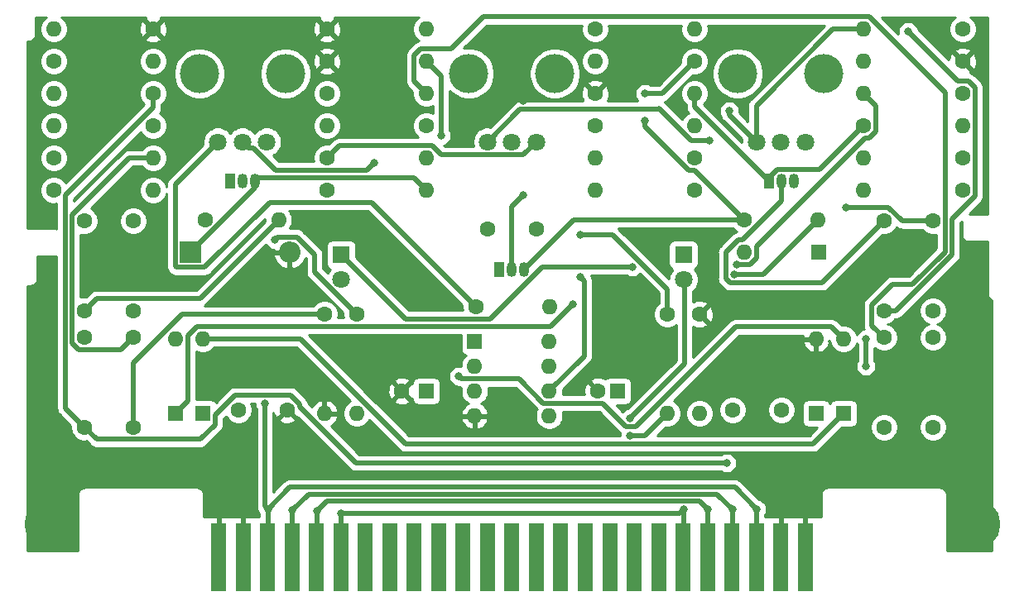
<source format=gbr>
G04 #@! TF.GenerationSoftware,KiCad,Pcbnew,(5.1.7)-1*
G04 #@! TF.CreationDate,2021-05-30T14:59:09-05:00*
G04 #@! TF.ProjectId,ConsolePedalDS1,436f6e73-6f6c-4655-9065-64616c445331,rev?*
G04 #@! TF.SameCoordinates,Original*
G04 #@! TF.FileFunction,Copper,L2,Bot*
G04 #@! TF.FilePolarity,Positive*
%FSLAX46Y46*%
G04 Gerber Fmt 4.6, Leading zero omitted, Abs format (unit mm)*
G04 Created by KiCad (PCBNEW (5.1.7)-1) date 2021-05-30 14:59:09*
%MOMM*%
%LPD*%
G01*
G04 APERTURE LIST*
G04 #@! TA.AperFunction,ComponentPad*
%ADD10R,1.800000X1.800000*%
G04 #@! TD*
G04 #@! TA.AperFunction,ComponentPad*
%ADD11C,1.800000*%
G04 #@! TD*
G04 #@! TA.AperFunction,ConnectorPad*
%ADD12R,1.500000X7.000000*%
G04 #@! TD*
G04 #@! TA.AperFunction,ComponentPad*
%ADD13C,5.000000*%
G04 #@! TD*
G04 #@! TA.AperFunction,ComponentPad*
%ADD14C,1.600000*%
G04 #@! TD*
G04 #@! TA.AperFunction,ComponentPad*
%ADD15O,1.600000X1.600000*%
G04 #@! TD*
G04 #@! TA.AperFunction,ComponentPad*
%ADD16R,1.600000X1.600000*%
G04 #@! TD*
G04 #@! TA.AperFunction,ComponentPad*
%ADD17R,2.200000X2.200000*%
G04 #@! TD*
G04 #@! TA.AperFunction,ComponentPad*
%ADD18O,2.200000X2.200000*%
G04 #@! TD*
G04 #@! TA.AperFunction,ComponentPad*
%ADD19O,1.050000X1.500000*%
G04 #@! TD*
G04 #@! TA.AperFunction,ComponentPad*
%ADD20R,1.050000X1.500000*%
G04 #@! TD*
G04 #@! TA.AperFunction,WasherPad*
%ADD21C,4.000000*%
G04 #@! TD*
G04 #@! TA.AperFunction,ViaPad*
%ADD22C,0.800000*%
G04 #@! TD*
G04 #@! TA.AperFunction,Conductor*
%ADD23C,0.500000*%
G04 #@! TD*
G04 #@! TA.AperFunction,Conductor*
%ADD24C,0.254000*%
G04 #@! TD*
G04 #@! TA.AperFunction,Conductor*
%ADD25C,0.100000*%
G04 #@! TD*
G04 APERTURE END LIST*
D10*
G04 #@! TO.P,D7,1*
G04 #@! TO.N,Net-(D7-Pad1)*
X115250000Y-95000000D03*
D11*
G04 #@! TO.P,D7,2*
G04 #@! TO.N,/LEDPower*
X115250000Y-97540000D03*
G04 #@! TD*
G04 #@! TO.P,D8,2*
G04 #@! TO.N,/LEDPower*
X150250000Y-97540000D03*
D10*
G04 #@! TO.P,D8,1*
G04 #@! TO.N,Net-(D7-Pad1)*
X150250000Y-95000000D03*
G04 #@! TD*
D12*
G04 #@! TO.P,J1,26*
G04 #@! TO.N,GND*
X102715000Y-126000000D03*
G04 #@! TO.P,J1,27*
X105215000Y-126000000D03*
G04 #@! TO.P,J1,28*
G04 #@! TO.N,/Input*
X107715000Y-126000000D03*
G04 #@! TO.P,J1,29*
G04 #@! TO.N,/Output*
X110215000Y-126000000D03*
G04 #@! TO.P,J1,30*
G04 #@! TO.N,+9V*
X112715000Y-126000000D03*
G04 #@! TO.P,J1,31*
G04 #@! TO.N,/LEDPower*
X115215000Y-126000000D03*
G04 #@! TO.P,J1,32*
G04 #@! TO.N,N/C*
X117715000Y-126000000D03*
G04 #@! TO.P,J1,33*
X120215000Y-126000000D03*
G04 #@! TO.P,J1,34*
X122715000Y-126000000D03*
G04 #@! TO.P,J1,35*
X125215000Y-126000000D03*
G04 #@! TO.P,J1,36*
X127715000Y-126000000D03*
G04 #@! TO.P,J1,37*
X130215000Y-126000000D03*
G04 #@! TO.P,J1,38*
X132715000Y-126000000D03*
G04 #@! TO.P,J1,39*
X135215000Y-126000000D03*
G04 #@! TO.P,J1,40*
X137715000Y-126000000D03*
G04 #@! TO.P,J1,41*
X140215000Y-126000000D03*
G04 #@! TO.P,J1,42*
X142715000Y-126000000D03*
G04 #@! TO.P,J1,43*
X145215000Y-126000000D03*
G04 #@! TO.P,J1,44*
X147715000Y-126000000D03*
G04 #@! TO.P,J1,45*
G04 #@! TO.N,/LEDPower*
X150215000Y-126000000D03*
G04 #@! TO.P,J1,46*
G04 #@! TO.N,+9V*
X152715000Y-126000000D03*
G04 #@! TO.P,J1,47*
G04 #@! TO.N,/Output*
X155215000Y-126000000D03*
G04 #@! TO.P,J1,48*
G04 #@! TO.N,/Input*
X157715000Y-126000000D03*
G04 #@! TO.P,J1,49*
G04 #@! TO.N,GND*
X160215000Y-126000000D03*
G04 #@! TO.P,J1,50*
X162715000Y-126000000D03*
G04 #@! TD*
D13*
G04 #@! TO.P,H1,1*
G04 #@! TO.N,GND*
X85350000Y-122600000D03*
G04 #@! TD*
G04 #@! TO.P,H2,1*
G04 #@! TO.N,GND*
X180150000Y-122600000D03*
G04 #@! TD*
D14*
G04 #@! TO.P,R28,1*
G04 #@! TO.N,GND*
X178816000Y-78486000D03*
D15*
G04 #@! TO.P,R28,2*
G04 #@! TO.N,Net-(D7-Pad1)*
X168656000Y-78486000D03*
G04 #@! TD*
D14*
G04 #@! TO.P,C1,2*
G04 #@! TO.N,Net-(C1-Pad2)*
X88980000Y-103486000D03*
G04 #@! TO.P,C1,1*
G04 #@! TO.N,Net-(C1-Pad1)*
X93980000Y-103486000D03*
G04 #@! TD*
G04 #@! TO.P,C2,2*
G04 #@! TO.N,Net-(C2-Pad2)*
X88980000Y-112668000D03*
G04 #@! TO.P,C2,1*
G04 #@! TO.N,Net-(C2-Pad1)*
X93980000Y-112668000D03*
G04 #@! TD*
G04 #@! TO.P,C3,1*
G04 #@! TO.N,Net-(C2-Pad2)*
X175768000Y-112668000D03*
G04 #@! TO.P,C3,2*
G04 #@! TO.N,Net-(C3-Pad2)*
X170768000Y-112668000D03*
G04 #@! TD*
G04 #@! TO.P,C4,1*
G04 #@! TO.N,Net-(C4-Pad1)*
X156464000Y-91440000D03*
D15*
G04 #@! TO.P,C4,2*
G04 #@! TO.N,Net-(C3-Pad2)*
X163964000Y-91440000D03*
G04 #@! TD*
D14*
G04 #@! TO.P,C5,1*
G04 #@! TO.N,Net-(C5-Pad1)*
X135215000Y-92400000D03*
G04 #@! TO.P,C5,2*
G04 #@! TO.N,Net-(C4-Pad1)*
X130215000Y-92400000D03*
G04 #@! TD*
D15*
G04 #@! TO.P,C6,2*
G04 #@! TO.N,Net-(C6-Pad2)*
X136532000Y-100330000D03*
D14*
G04 #@! TO.P,C6,1*
G04 #@! TO.N,Net-(C6-Pad1)*
X129032000Y-100330000D03*
G04 #@! TD*
G04 #@! TO.P,C7,2*
G04 #@! TO.N,Net-(C7-Pad2)*
X104728000Y-110890000D03*
G04 #@! TO.P,C7,1*
G04 #@! TO.N,GND*
X109728000Y-110890000D03*
G04 #@! TD*
G04 #@! TO.P,C8,1*
G04 #@! TO.N,Net-(C10-Pad1)*
X175768000Y-103486000D03*
G04 #@! TO.P,C8,2*
G04 #@! TO.N,Net-(C8-Pad2)*
X170768000Y-103486000D03*
G04 #@! TD*
G04 #@! TO.P,C9,2*
G04 #@! TO.N,Net-(C10-Pad1)*
X88980000Y-100730000D03*
G04 #@! TO.P,C9,1*
G04 #@! TO.N,/4.5V*
X93980000Y-100730000D03*
G04 #@! TD*
G04 #@! TO.P,C10,1*
G04 #@! TO.N,Net-(C10-Pad1)*
X175768000Y-100730000D03*
G04 #@! TO.P,C10,2*
G04 #@! TO.N,Net-(C10-Pad2)*
X170768000Y-100730000D03*
G04 #@! TD*
G04 #@! TO.P,C11,2*
G04 #@! TO.N,Net-(C11-Pad2)*
X88980000Y-91548000D03*
G04 #@! TO.P,C11,1*
G04 #@! TO.N,/4.5V*
X93980000Y-91548000D03*
G04 #@! TD*
G04 #@! TO.P,C12,1*
G04 #@! TO.N,Net-(C12-Pad1)*
X175768000Y-91548000D03*
G04 #@! TO.P,C12,2*
G04 #@! TO.N,Net-(C12-Pad2)*
X170768000Y-91548000D03*
G04 #@! TD*
G04 #@! TO.P,C13,1*
G04 #@! TO.N,Net-(C13-Pad1)*
X160274000Y-110890000D03*
G04 #@! TO.P,C13,2*
G04 #@! TO.N,/Output*
X155274000Y-110890000D03*
G04 #@! TD*
D16*
G04 #@! TO.P,C14,1*
G04 #@! TO.N,/4.5V*
X123952000Y-108966000D03*
D14*
G04 #@! TO.P,C14,2*
G04 #@! TO.N,GND*
X121452000Y-108966000D03*
G04 #@! TD*
D16*
G04 #@! TO.P,C15,1*
G04 #@! TO.N,+9V*
X143510000Y-108966000D03*
D14*
G04 #@! TO.P,C15,2*
G04 #@! TO.N,GND*
X141510000Y-108966000D03*
G04 #@! TD*
G04 #@! TO.P,C16,1*
G04 #@! TO.N,/4.5V*
X101346000Y-91440000D03*
D15*
G04 #@! TO.P,C16,2*
G04 #@! TO.N,Net-(C10-Pad1)*
X108846000Y-91440000D03*
G04 #@! TD*
D16*
G04 #@! TO.P,D1,1*
G04 #@! TO.N,Net-(D1-Pad1)*
X163830000Y-111252000D03*
D15*
G04 #@! TO.P,D1,2*
G04 #@! TO.N,GND*
X163830000Y-103632000D03*
G04 #@! TD*
D16*
G04 #@! TO.P,D2,1*
G04 #@! TO.N,Net-(D2-Pad1)*
X98298000Y-111252000D03*
D15*
G04 #@! TO.P,D2,2*
G04 #@! TO.N,/4.5V*
X98298000Y-103632000D03*
G04 #@! TD*
G04 #@! TO.P,D3,2*
G04 #@! TO.N,Net-(D3-Pad2)*
X101092000Y-103632000D03*
D16*
G04 #@! TO.P,D3,1*
G04 #@! TO.N,/4.5V*
X101092000Y-111252000D03*
G04 #@! TD*
D17*
G04 #@! TO.P,D4,1*
G04 #@! TO.N,+9V*
X99822000Y-94742000D03*
D18*
G04 #@! TO.P,D4,2*
G04 #@! TO.N,GND*
X109982000Y-94742000D03*
G04 #@! TD*
D15*
G04 #@! TO.P,D5,2*
G04 #@! TO.N,Net-(D2-Pad1)*
X156464000Y-94742000D03*
D16*
G04 #@! TO.P,D5,1*
G04 #@! TO.N,Net-(C10-Pad1)*
X164084000Y-94742000D03*
G04 #@! TD*
G04 #@! TO.P,D6,1*
G04 #@! TO.N,Net-(D3-Pad2)*
X166624000Y-111252000D03*
D15*
G04 #@! TO.P,D6,2*
G04 #@! TO.N,Net-(C10-Pad1)*
X166624000Y-103632000D03*
G04 #@! TD*
D19*
G04 #@! TO.P,Q1,2*
G04 #@! TO.N,Net-(C1-Pad1)*
X105156000Y-87500000D03*
G04 #@! TO.P,Q1,3*
G04 #@! TO.N,+9V*
X106426000Y-87500000D03*
D20*
G04 #@! TO.P,Q1,1*
G04 #@! TO.N,Net-(C2-Pad1)*
X103886000Y-87500000D03*
G04 #@! TD*
D19*
G04 #@! TO.P,Q2,2*
G04 #@! TO.N,Net-(C3-Pad2)*
X132715000Y-96500000D03*
G04 #@! TO.P,Q2,3*
G04 #@! TO.N,Net-(C4-Pad1)*
X133985000Y-96500000D03*
D20*
G04 #@! TO.P,Q2,1*
G04 #@! TO.N,Net-(Q2-Pad1)*
X131445000Y-96500000D03*
G04 #@! TD*
G04 #@! TO.P,Q3,1*
G04 #@! TO.N,Net-(Q3-Pad1)*
X159004000Y-87500000D03*
D19*
G04 #@! TO.P,Q3,3*
G04 #@! TO.N,+9V*
X161544000Y-87500000D03*
G04 #@! TO.P,Q3,2*
G04 #@! TO.N,Net-(C12-Pad2)*
X160274000Y-87500000D03*
G04 #@! TD*
D14*
G04 #@! TO.P,R1,1*
G04 #@! TO.N,Net-(C1-Pad2)*
X85852000Y-88392000D03*
D15*
G04 #@! TO.P,R1,2*
G04 #@! TO.N,/Input*
X96012000Y-88392000D03*
G04 #@! TD*
G04 #@! TO.P,R2,2*
G04 #@! TO.N,Net-(C1-Pad1)*
X96012000Y-85090000D03*
D14*
G04 #@! TO.P,R2,1*
G04 #@! TO.N,/4.5V*
X85852000Y-85090000D03*
G04 #@! TD*
D15*
G04 #@! TO.P,R3,2*
G04 #@! TO.N,GND*
X113538000Y-111252000D03*
D14*
G04 #@! TO.P,R3,1*
G04 #@! TO.N,Net-(C2-Pad1)*
X113538000Y-101092000D03*
G04 #@! TD*
D15*
G04 #@! TO.P,R4,2*
G04 #@! TO.N,Net-(C2-Pad2)*
X96012000Y-75184000D03*
D14*
G04 #@! TO.P,R4,1*
G04 #@! TO.N,/4.5V*
X85852000Y-75184000D03*
G04 #@! TD*
G04 #@! TO.P,R5,1*
G04 #@! TO.N,Net-(C2-Pad2)*
X96012000Y-78486000D03*
D15*
G04 #@! TO.P,R5,2*
G04 #@! TO.N,/4.5V*
X85852000Y-78486000D03*
G04 #@! TD*
D14*
G04 #@! TO.P,R6,1*
G04 #@! TO.N,GND*
X113792000Y-71882000D03*
D15*
G04 #@! TO.P,R6,2*
G04 #@! TO.N,Net-(C3-Pad2)*
X123952000Y-71882000D03*
G04 #@! TD*
G04 #@! TO.P,R7,2*
G04 #@! TO.N,Net-(C3-Pad2)*
X141224000Y-75184000D03*
D14*
G04 #@! TO.P,R7,1*
G04 #@! TO.N,Net-(C4-Pad1)*
X151384000Y-75184000D03*
G04 #@! TD*
G04 #@! TO.P,R8,1*
G04 #@! TO.N,Net-(C4-Pad1)*
X113792000Y-88392000D03*
D15*
G04 #@! TO.P,R8,2*
G04 #@! TO.N,+9V*
X123952000Y-88392000D03*
G04 #@! TD*
G04 #@! TO.P,R9,2*
G04 #@! TO.N,Net-(Q2-Pad1)*
X123952000Y-75184000D03*
D14*
G04 #@! TO.P,R9,1*
G04 #@! TO.N,GND*
X113792000Y-75184000D03*
G04 #@! TD*
G04 #@! TO.P,R10,1*
G04 #@! TO.N,Net-(C5-Pad1)*
X96012000Y-81788000D03*
D15*
G04 #@! TO.P,R10,2*
G04 #@! TO.N,/4.5V*
X85852000Y-81788000D03*
G04 #@! TD*
G04 #@! TO.P,R11,2*
G04 #@! TO.N,Net-(C6-Pad2)*
X141224000Y-88392000D03*
D14*
G04 #@! TO.P,R11,1*
G04 #@! TO.N,Net-(R11-Pad1)*
X151384000Y-88392000D03*
G04 #@! TD*
D15*
G04 #@! TO.P,R12,2*
G04 #@! TO.N,Net-(C6-Pad1)*
X113792000Y-81788000D03*
D14*
G04 #@! TO.P,R12,1*
G04 #@! TO.N,+9V*
X123952000Y-81788000D03*
G04 #@! TD*
D15*
G04 #@! TO.P,R13,2*
G04 #@! TO.N,Net-(C7-Pad2)*
X116840000Y-111252000D03*
D14*
G04 #@! TO.P,R13,1*
G04 #@! TO.N,Net-(R13-Pad1)*
X116840000Y-101092000D03*
G04 #@! TD*
G04 #@! TO.P,R14,1*
G04 #@! TO.N,Net-(C6-Pad1)*
X113792000Y-78486000D03*
D15*
G04 #@! TO.P,R14,2*
G04 #@! TO.N,Net-(C8-Pad2)*
X123952000Y-78486000D03*
G04 #@! TD*
G04 #@! TO.P,R15,2*
G04 #@! TO.N,Net-(C10-Pad2)*
X151384000Y-71882000D03*
D14*
G04 #@! TO.P,R15,1*
G04 #@! TO.N,Net-(R15-Pad1)*
X141224000Y-71882000D03*
G04 #@! TD*
G04 #@! TO.P,R16,1*
G04 #@! TO.N,Net-(C10-Pad1)*
X178816000Y-71882000D03*
D15*
G04 #@! TO.P,R16,2*
G04 #@! TO.N,Net-(C11-Pad2)*
X168656000Y-71882000D03*
G04 #@! TD*
G04 #@! TO.P,R17,2*
G04 #@! TO.N,Net-(R15-Pad1)*
X151384000Y-81788000D03*
D14*
G04 #@! TO.P,R17,1*
G04 #@! TO.N,/4.5V*
X141224000Y-81788000D03*
G04 #@! TD*
G04 #@! TO.P,R18,1*
G04 #@! TO.N,Net-(C12-Pad1)*
X151384000Y-85090000D03*
D15*
G04 #@! TO.P,R18,2*
G04 #@! TO.N,Net-(R18-Pad2)*
X141224000Y-85090000D03*
G04 #@! TD*
G04 #@! TO.P,R19,2*
G04 #@! TO.N,/4.5V*
X168656000Y-88392000D03*
D14*
G04 #@! TO.P,R19,1*
G04 #@! TO.N,Net-(C12-Pad1)*
X178816000Y-88392000D03*
G04 #@! TD*
G04 #@! TO.P,R20,1*
G04 #@! TO.N,Net-(C12-Pad2)*
X178816000Y-85090000D03*
D15*
G04 #@! TO.P,R20,2*
G04 #@! TO.N,/4.5V*
X168656000Y-85090000D03*
G04 #@! TD*
G04 #@! TO.P,R21,2*
G04 #@! TO.N,Net-(Q3-Pad1)*
X151384000Y-78486000D03*
D14*
G04 #@! TO.P,R21,1*
G04 #@! TO.N,GND*
X141224000Y-78486000D03*
G04 #@! TD*
G04 #@! TO.P,R22,1*
G04 #@! TO.N,Net-(Q3-Pad1)*
X168656000Y-81788000D03*
D15*
G04 #@! TO.P,R22,2*
G04 #@! TO.N,Net-(C13-Pad1)*
X178816000Y-81788000D03*
G04 #@! TD*
G04 #@! TO.P,R23,2*
G04 #@! TO.N,/Output*
X168656000Y-75184000D03*
D14*
G04 #@! TO.P,R23,1*
G04 #@! TO.N,GND*
X178816000Y-75184000D03*
G04 #@! TD*
G04 #@! TO.P,R24,1*
G04 #@! TO.N,/4.5V*
X113792000Y-85090000D03*
D15*
G04 #@! TO.P,R24,2*
G04 #@! TO.N,+9V*
X123952000Y-85090000D03*
G04 #@! TD*
D14*
G04 #@! TO.P,R25,1*
G04 #@! TO.N,GND*
X96012000Y-71882000D03*
D15*
G04 #@! TO.P,R25,2*
G04 #@! TO.N,/4.5V*
X85852000Y-71882000D03*
G04 #@! TD*
D14*
G04 #@! TO.P,R26,1*
G04 #@! TO.N,Net-(C5-Pad1)*
X148590000Y-101092000D03*
D15*
G04 #@! TO.P,R26,2*
G04 #@! TO.N,Net-(D1-Pad1)*
X148590000Y-111252000D03*
G04 #@! TD*
D14*
G04 #@! TO.P,R27,1*
G04 #@! TO.N,GND*
X151892000Y-101092000D03*
D15*
G04 #@! TO.P,R27,2*
G04 #@! TO.N,/Input*
X151892000Y-111252000D03*
G04 #@! TD*
D11*
G04 #@! TO.P,RV1,3*
G04 #@! TO.N,Net-(C6-Pad1)*
X102639000Y-83439000D03*
G04 #@! TO.P,RV1,2*
G04 #@! TO.N,Net-(R11-Pad1)*
X105139000Y-83439000D03*
G04 #@! TO.P,RV1,1*
G04 #@! TO.N,Net-(R13-Pad1)*
X107639000Y-83439000D03*
D21*
G04 #@! TO.P,RV1,*
G04 #@! TO.N,*
X100739000Y-76439000D03*
X109539000Y-76439000D03*
G04 #@! TD*
D11*
G04 #@! TO.P,RV2,3*
G04 #@! TO.N,Net-(RV2-Pad3)*
X130215000Y-83439000D03*
G04 #@! TO.P,RV2,2*
G04 #@! TO.N,Net-(R18-Pad2)*
X132715000Y-83439000D03*
G04 #@! TO.P,RV2,1*
G04 #@! TO.N,/4.5V*
X135215000Y-83439000D03*
D21*
G04 #@! TO.P,RV2,*
G04 #@! TO.N,*
X128315000Y-76439000D03*
X137115000Y-76439000D03*
G04 #@! TD*
G04 #@! TO.P,RV3,*
G04 #@! TO.N,*
X164615000Y-76439000D03*
X155815000Y-76439000D03*
D11*
G04 #@! TO.P,RV3,1*
G04 #@! TO.N,Net-(R15-Pad1)*
X162715000Y-83439000D03*
G04 #@! TO.P,RV3,2*
G04 #@! TO.N,Net-(RV2-Pad3)*
X160215000Y-83439000D03*
G04 #@! TO.P,RV3,3*
G04 #@! TO.N,Net-(C11-Pad2)*
X157715000Y-83439000D03*
G04 #@! TD*
D16*
G04 #@! TO.P,U1,1*
G04 #@! TO.N,Net-(U1-Pad1)*
X128905000Y-103886000D03*
D15*
G04 #@! TO.P,U1,5*
X136525000Y-111506000D03*
G04 #@! TO.P,U1,2*
X128905000Y-106426000D03*
G04 #@! TO.P,U1,6*
G04 #@! TO.N,Net-(R11-Pad1)*
X136525000Y-108966000D03*
G04 #@! TO.P,U1,3*
G04 #@! TO.N,Net-(D1-Pad1)*
X128905000Y-108966000D03*
G04 #@! TO.P,U1,7*
G04 #@! TO.N,Net-(C6-Pad1)*
X136525000Y-106426000D03*
G04 #@! TO.P,U1,4*
G04 #@! TO.N,GND*
X128905000Y-111506000D03*
G04 #@! TO.P,U1,8*
G04 #@! TO.N,+9V*
X136525000Y-103886000D03*
G04 #@! TD*
D22*
G04 #@! TO.N,GND*
X105250000Y-120979000D03*
X160250000Y-120988000D03*
X102750000Y-121038000D03*
X162750000Y-120967000D03*
X110490000Y-115062000D03*
X112014000Y-115062000D03*
X97790000Y-86360000D03*
X107696000Y-97282000D03*
X116332000Y-104648000D03*
X132080000Y-79248000D03*
X133858000Y-79248000D03*
X145034000Y-103378000D03*
X145034000Y-104902000D03*
X99568000Y-97536000D03*
X90678000Y-97790000D03*
X113284000Y-93980000D03*
X161290000Y-100076000D03*
X162560000Y-72136000D03*
X171958000Y-71120000D03*
G04 #@! TO.N,/LEDPower*
X115250000Y-121454000D03*
X150250000Y-121073000D03*
X144780000Y-111760000D03*
G04 #@! TO.N,/Input*
X107750000Y-121066000D03*
X157750000Y-121066000D03*
X107442000Y-110236000D03*
G04 #@! TO.N,/Output*
X110250000Y-121195000D03*
X155250000Y-121068000D03*
X168910000Y-106426000D03*
X168910000Y-103632000D03*
G04 #@! TO.N,+9V*
X112750000Y-121235000D03*
X152750000Y-121108000D03*
G04 #@! TO.N,Net-(D1-Pad1)*
X144780000Y-113538000D03*
G04 #@! TO.N,Net-(C2-Pad2)*
X154686000Y-116332000D03*
G04 #@! TO.N,Net-(C4-Pad1)*
X146304000Y-81280000D03*
X146304000Y-78486000D03*
G04 #@! TO.N,Net-(C5-Pad1)*
X139700000Y-92964000D03*
G04 #@! TO.N,Net-(C10-Pad2)*
X173228000Y-72136000D03*
G04 #@! TO.N,Net-(C10-Pad1)*
X127254000Y-107442000D03*
G04 #@! TO.N,Net-(R13-Pad1)*
X108458000Y-93472000D03*
G04 #@! TO.N,Net-(C3-Pad2)*
X133858000Y-88900000D03*
X155448000Y-97028000D03*
G04 #@! TO.N,Net-(C11-Pad2)*
X154940000Y-80264000D03*
G04 #@! TO.N,Net-(C12-Pad1)*
X166878000Y-90170000D03*
G04 #@! TO.N,Net-(D2-Pad1)*
X138938000Y-100076000D03*
G04 #@! TO.N,Net-(D7-Pad1)*
X145034000Y-96266000D03*
X155702000Y-96012000D03*
G04 #@! TO.N,Net-(Q2-Pad1)*
X125476000Y-82804000D03*
G04 #@! TO.N,Net-(R11-Pad1)*
X118618000Y-85598000D03*
X139700000Y-97282000D03*
G04 #@! TO.N,Net-(RV2-Pad3)*
X152908000Y-83312000D03*
G04 #@! TD*
D23*
G04 #@! TO.N,GND*
X105250000Y-126000000D02*
X105250000Y-120979000D01*
X160250000Y-126000000D02*
X160250000Y-120988000D01*
X102750000Y-126000000D02*
X102750000Y-121038000D01*
X162750000Y-120967000D02*
X162750000Y-126000000D01*
X162729000Y-120988000D02*
X162750000Y-120967000D01*
X160250000Y-120988000D02*
X162729000Y-120988000D01*
X105191000Y-121038000D02*
X105250000Y-120979000D01*
X102750000Y-121038000D02*
X105191000Y-121038000D01*
G04 #@! TO.N,/LEDPower*
X115250000Y-126000000D02*
X115250000Y-121454000D01*
X150250000Y-121073000D02*
X150250000Y-126000000D01*
X149869000Y-121454000D02*
X150250000Y-121073000D01*
X115250000Y-121454000D02*
X149869000Y-121454000D01*
X150250000Y-97581998D02*
X150250000Y-97540000D01*
X144780000Y-111760000D02*
X150368000Y-106172000D01*
X150368000Y-97658000D02*
X150250000Y-97540000D01*
X150368000Y-106172000D02*
X150368000Y-97658000D01*
G04 #@! TO.N,/Input*
X107750000Y-121066000D02*
X107750000Y-126000000D01*
X157750000Y-121066000D02*
X157750000Y-126000000D01*
X155506979Y-118822979D02*
X157750000Y-121066000D01*
X109993021Y-118822979D02*
X155506979Y-118822979D01*
X107750000Y-121066000D02*
X109993021Y-118822979D01*
X107442000Y-120758000D02*
X107750000Y-121066000D01*
X107442000Y-110236000D02*
X107442000Y-120758000D01*
G04 #@! TO.N,/Output*
X110250000Y-121195000D02*
X110250000Y-126000000D01*
X155250000Y-121068000D02*
X155250000Y-126000000D01*
X153704989Y-119522989D02*
X155250000Y-121068000D01*
X111922011Y-119522989D02*
X153704989Y-119522989D01*
X110250000Y-121195000D02*
X111922011Y-119522989D01*
X168910000Y-103632000D02*
X168910000Y-106426000D01*
G04 #@! TO.N,+9V*
X112750000Y-121235000D02*
X112750000Y-126000000D01*
X152750000Y-121108000D02*
X152750000Y-126000000D01*
X151864999Y-120222999D02*
X152750000Y-121108000D01*
X113762001Y-120222999D02*
X151864999Y-120222999D01*
X112750000Y-121235000D02*
X113762001Y-120222999D01*
X106426000Y-88138000D02*
X99822000Y-94742000D01*
X106426000Y-87500000D02*
X106426000Y-88138000D01*
X106784001Y-87141999D02*
X106426000Y-87500000D01*
X122701999Y-87141999D02*
X106784001Y-87141999D01*
X123952000Y-88392000D02*
X122701999Y-87141999D01*
G04 #@! TO.N,Net-(D1-Pad1)*
X146304000Y-113538000D02*
X148590000Y-111252000D01*
X144780000Y-113538000D02*
X146304000Y-113538000D01*
G04 #@! TO.N,Net-(C8-Pad2)*
X122701999Y-77235999D02*
X123952000Y-78486000D01*
X123351999Y-73933999D02*
X122701999Y-74583999D01*
X122701999Y-74583999D02*
X122701999Y-77235999D01*
X126472001Y-73933999D02*
X123351999Y-73933999D01*
X129774001Y-70631999D02*
X126472001Y-73933999D01*
X169256001Y-70631999D02*
X129774001Y-70631999D01*
X177018001Y-78393999D02*
X169256001Y-70631999D01*
X169517999Y-100129999D02*
X171603998Y-98044000D01*
X169517999Y-102235999D02*
X169517999Y-100129999D01*
X170768000Y-103486000D02*
X169517999Y-102235999D01*
X173696002Y-98044000D02*
X177018001Y-94722001D01*
X171603998Y-98044000D02*
X173696002Y-98044000D01*
X177018001Y-94722001D02*
X177018001Y-78393999D01*
G04 #@! TO.N,Net-(C2-Pad1)*
X93980000Y-106099998D02*
X93980000Y-112668000D01*
X98987998Y-101092000D02*
X93980000Y-106099998D01*
X113538000Y-101092000D02*
X98987998Y-101092000D01*
G04 #@! TO.N,Net-(C2-Pad2)*
X96012000Y-79937998D02*
X96012000Y-78486000D01*
X87029989Y-88920009D02*
X96012000Y-79937998D01*
X87029989Y-110717989D02*
X87029989Y-88920009D01*
X88980000Y-112668000D02*
X87029989Y-110717989D01*
X90230001Y-113918001D02*
X88980000Y-112668000D01*
X100836001Y-113918001D02*
X90230001Y-113918001D01*
X102342001Y-112412001D02*
X100836001Y-113918001D01*
X104381999Y-109385999D02*
X102342001Y-111425997D01*
X110074001Y-109385999D02*
X104381999Y-109385999D01*
X110978001Y-110289999D02*
X110074001Y-109385999D01*
X110978001Y-110542003D02*
X110978001Y-110289999D01*
X102342001Y-111425997D02*
X102342001Y-112412001D01*
X116767998Y-116332000D02*
X110978001Y-110542003D01*
X154686000Y-116332000D02*
X116767998Y-116332000D01*
G04 #@! TO.N,Net-(C4-Pad1)*
X139045000Y-91440000D02*
X133985000Y-96500000D01*
X156464000Y-91440000D02*
X139045000Y-91440000D01*
X146304000Y-81860002D02*
X146304000Y-81280000D01*
X150783999Y-86340001D02*
X146304000Y-81860002D01*
X151364001Y-86340001D02*
X150783999Y-86340001D01*
X156464000Y-91440000D02*
X151364001Y-86340001D01*
X148082000Y-78486000D02*
X151384000Y-75184000D01*
X146304000Y-78486000D02*
X148082000Y-78486000D01*
G04 #@! TO.N,Net-(C5-Pad1)*
X142990002Y-92964000D02*
X139700000Y-92964000D01*
X148590000Y-98563998D02*
X142990002Y-92964000D01*
X148590000Y-101092000D02*
X148590000Y-98563998D01*
G04 #@! TO.N,Net-(C10-Pad2)*
X178327999Y-77235999D02*
X173228000Y-72136000D01*
X179416001Y-77235999D02*
X178327999Y-77235999D01*
X180066001Y-77885999D02*
X179416001Y-77235999D01*
X180066001Y-88992001D02*
X180066001Y-77885999D01*
X177718011Y-91339991D02*
X180066001Y-88992001D01*
X177718011Y-95011954D02*
X177718011Y-91339991D01*
X171999965Y-100730000D02*
X177718011Y-95011954D01*
X170768000Y-100730000D02*
X171999965Y-100730000D01*
G04 #@! TO.N,Net-(C10-Pad1)*
X100806001Y-99479999D02*
X108846000Y-91440000D01*
X90230001Y-99479999D02*
X100806001Y-99479999D01*
X88980000Y-100730000D02*
X90230001Y-99479999D01*
X165373999Y-102381999D02*
X166624000Y-103632000D01*
X145381997Y-112610001D02*
X155609999Y-102381999D01*
X144371999Y-112610001D02*
X145381997Y-112610001D01*
X135924999Y-110216001D02*
X141977999Y-110216001D01*
X155609999Y-102381999D02*
X165373999Y-102381999D01*
X133424997Y-107715999D02*
X135924999Y-110216001D01*
X141977999Y-110216001D02*
X144371999Y-112610001D01*
X127527999Y-107715999D02*
X133424997Y-107715999D01*
X127254000Y-107442000D02*
X127527999Y-107715999D01*
G04 #@! TO.N,Net-(D3-Pad2)*
X121826003Y-114388001D02*
X163487999Y-114388001D01*
X111070002Y-103632000D02*
X121826003Y-114388001D01*
X163487999Y-114388001D02*
X166624000Y-111252000D01*
X101092000Y-103632000D02*
X111070002Y-103632000D01*
G04 #@! TO.N,Net-(Q3-Pad1)*
X151384000Y-79880000D02*
X151384000Y-78486000D01*
X159004000Y-87500000D02*
X151384000Y-79880000D01*
X159298990Y-87205010D02*
X159004000Y-87500000D01*
X159298990Y-86871138D02*
X159298990Y-87205010D01*
X159870138Y-86299990D02*
X159298990Y-86871138D01*
X164144010Y-86299990D02*
X159870138Y-86299990D01*
X168656000Y-81788000D02*
X164144010Y-86299990D01*
G04 #@! TO.N,Net-(R13-Pad1)*
X108431999Y-93498001D02*
X108458000Y-93472000D01*
X116840000Y-101092000D02*
X112522000Y-96774000D01*
X108738001Y-93191999D02*
X108458000Y-93472000D01*
X110726001Y-93191999D02*
X108738001Y-93191999D01*
X112522000Y-94987998D02*
X110726001Y-93191999D01*
X112522000Y-96774000D02*
X112522000Y-94987998D01*
G04 #@! TO.N,Net-(C1-Pad1)*
X92729999Y-104736001D02*
X93980000Y-103486000D01*
X88379999Y-104736001D02*
X92729999Y-104736001D01*
X87729999Y-104086001D02*
X88379999Y-104736001D01*
X87729999Y-90947999D02*
X87729999Y-104086001D01*
X93587998Y-85090000D02*
X87729999Y-90947999D01*
X96012000Y-85090000D02*
X93587998Y-85090000D01*
G04 #@! TO.N,Net-(C3-Pad2)*
X132715000Y-90043000D02*
X132715000Y-96500000D01*
X133858000Y-88900000D02*
X132715000Y-90043000D01*
X158376000Y-97028000D02*
X163964000Y-91440000D01*
X155448000Y-97028000D02*
X158376000Y-97028000D01*
G04 #@! TO.N,Net-(C6-Pad1)*
X98361999Y-96292001D02*
X98271999Y-96202001D01*
X98271999Y-87806001D02*
X102639000Y-83439000D01*
X101282001Y-96292001D02*
X98361999Y-96292001D01*
X107932001Y-89642001D02*
X101282001Y-96292001D01*
X118344001Y-89642001D02*
X107932001Y-89642001D01*
X98271999Y-96202001D02*
X98271999Y-87806001D01*
X129032000Y-100330000D02*
X118344001Y-89642001D01*
G04 #@! TO.N,/4.5V*
X115042001Y-83839999D02*
X113792000Y-85090000D01*
X124552001Y-83839999D02*
X115042001Y-83839999D01*
X125501003Y-84789001D02*
X124552001Y-83839999D01*
X133864999Y-84789001D02*
X125501003Y-84789001D01*
X135215000Y-83439000D02*
X133864999Y-84789001D01*
G04 #@! TO.N,Net-(C11-Pad2)*
X154940000Y-80664000D02*
X157715000Y-83439000D01*
X154940000Y-80264000D02*
X154940000Y-80664000D01*
X165545998Y-71882000D02*
X168656000Y-71882000D01*
X157715000Y-79712998D02*
X165545998Y-71882000D01*
X157715000Y-83439000D02*
X157715000Y-79712998D01*
G04 #@! TO.N,Net-(C12-Pad1)*
X172618002Y-91548000D02*
X175768000Y-91548000D01*
X171240002Y-90170000D02*
X172618002Y-91548000D01*
X166878000Y-90170000D02*
X171240002Y-90170000D01*
G04 #@! TO.N,Net-(C12-Pad2)*
X164437999Y-97878001D02*
X170768000Y-91548000D01*
X155039999Y-97878001D02*
X164437999Y-97878001D01*
X154597999Y-97436001D02*
X155039999Y-97878001D01*
X154597999Y-94757999D02*
X154597999Y-97436001D01*
X155863999Y-93491999D02*
X154597999Y-94757999D01*
X156262003Y-93491999D02*
X155863999Y-93491999D01*
X160274000Y-89480002D02*
X156262003Y-93491999D01*
X160274000Y-87500000D02*
X160274000Y-89480002D01*
G04 #@! TO.N,Net-(D2-Pad1)*
X99548001Y-110001999D02*
X98298000Y-111252000D01*
X99548001Y-103325997D02*
X99548001Y-110001999D01*
X100531997Y-102342001D02*
X99548001Y-103325997D01*
X136671999Y-102342001D02*
X100531997Y-102342001D01*
X138938000Y-100076000D02*
X136671999Y-102342001D01*
G04 #@! TO.N,Net-(D7-Pad1)*
X135822872Y-96266000D02*
X145034000Y-96266000D01*
X130508871Y-101580001D02*
X135822872Y-96266000D01*
X121830001Y-101580001D02*
X130508871Y-101580001D01*
X115250000Y-95000000D02*
X121830001Y-101580001D01*
X157044002Y-96012000D02*
X155702000Y-96012000D01*
X157714001Y-94141999D02*
X157714001Y-95342001D01*
X168817999Y-83038001D02*
X157714001Y-94141999D01*
X157714001Y-95342001D02*
X157044002Y-96012000D01*
X169256001Y-83038001D02*
X168817999Y-83038001D01*
X169906001Y-82388001D02*
X169256001Y-83038001D01*
X169906001Y-79736001D02*
X169906001Y-82388001D01*
X168656000Y-78486000D02*
X169906001Y-79736001D01*
G04 #@! TO.N,Net-(Q2-Pad1)*
X125476000Y-76708000D02*
X123952000Y-75184000D01*
X125476000Y-82804000D02*
X125476000Y-76708000D01*
G04 #@! TO.N,Net-(R11-Pad1)*
X105774000Y-84074000D02*
X105139000Y-83439000D01*
X106275998Y-84074000D02*
X105774000Y-84074000D01*
X108541999Y-86340001D02*
X106275998Y-84074000D01*
X117875999Y-86340001D02*
X108541999Y-86340001D01*
X118618000Y-85598000D02*
X117875999Y-86340001D01*
X140099999Y-105391001D02*
X136525000Y-108966000D01*
X140099999Y-97681999D02*
X140099999Y-105391001D01*
X139700000Y-97282000D02*
X140099999Y-97681999D01*
G04 #@! TO.N,Net-(RV2-Pad3)*
X133555999Y-80098001D02*
X130215000Y-83439000D01*
X147667997Y-80098001D02*
X133555999Y-80098001D01*
X147755998Y-80010000D02*
X147667997Y-80098001D01*
X151057998Y-83312000D02*
X147755998Y-80010000D01*
X152908000Y-83312000D02*
X151057998Y-83312000D01*
G04 #@! TD*
D24*
G04 #@! TO.N,GND*
X178723000Y-92966747D02*
X178719725Y-93000000D01*
X178732796Y-93132715D01*
X178771508Y-93260330D01*
X178834372Y-93377941D01*
X178918973Y-93481027D01*
X179012244Y-93557573D01*
X179022059Y-93565628D01*
X179139670Y-93628492D01*
X179267285Y-93667204D01*
X179400000Y-93680275D01*
X179433252Y-93677000D01*
X181323000Y-93677000D01*
X181323001Y-98966738D01*
X181319725Y-99000000D01*
X181332796Y-99132715D01*
X181371508Y-99260330D01*
X181434372Y-99377941D01*
X181518973Y-99481027D01*
X181622059Y-99565628D01*
X181739670Y-99628492D01*
X181823001Y-99653770D01*
X181823000Y-125323000D01*
X177177000Y-125323000D01*
X177177000Y-119533252D01*
X177180275Y-119500000D01*
X177167204Y-119367285D01*
X177128492Y-119239670D01*
X177065628Y-119122059D01*
X176981027Y-119018973D01*
X176877941Y-118934372D01*
X176760330Y-118871508D01*
X176632715Y-118832796D01*
X176533252Y-118823000D01*
X176500000Y-118819725D01*
X176466748Y-118823000D01*
X165033252Y-118823000D01*
X165000000Y-118819725D01*
X164966748Y-118823000D01*
X164867285Y-118832796D01*
X164739670Y-118871508D01*
X164622059Y-118934372D01*
X164518973Y-119018973D01*
X164434372Y-119122059D01*
X164371508Y-119239670D01*
X164332796Y-119367285D01*
X164319725Y-119500000D01*
X164323001Y-119533262D01*
X164323001Y-121793000D01*
X158627000Y-121793000D01*
X158627000Y-121602027D01*
X158660115Y-121552467D01*
X158737533Y-121365565D01*
X158777000Y-121167151D01*
X158777000Y-120964849D01*
X158737533Y-120766435D01*
X158660115Y-120579533D01*
X158547723Y-120411326D01*
X158404674Y-120268277D01*
X158236467Y-120155885D01*
X158049565Y-120078467D01*
X157991103Y-120066838D01*
X156157576Y-118233311D01*
X156130112Y-118199846D01*
X155996571Y-118090252D01*
X155844216Y-118008817D01*
X155678901Y-117958669D01*
X155550058Y-117945979D01*
X155506979Y-117941736D01*
X155463900Y-117945979D01*
X110036100Y-117945979D01*
X109993021Y-117941736D01*
X109821098Y-117958669D01*
X109655784Y-118008817D01*
X109503429Y-118090252D01*
X109369888Y-118199846D01*
X109342424Y-118233311D01*
X108319000Y-119256735D01*
X108319000Y-111882702D01*
X108914903Y-111882702D01*
X108986486Y-112126671D01*
X109241996Y-112247571D01*
X109516184Y-112316300D01*
X109798512Y-112330217D01*
X110078130Y-112288787D01*
X110344292Y-112193603D01*
X110469514Y-112126671D01*
X110541097Y-111882702D01*
X109728000Y-111069605D01*
X108914903Y-111882702D01*
X108319000Y-111882702D01*
X108319000Y-111171201D01*
X108329213Y-111240130D01*
X108424397Y-111506292D01*
X108491329Y-111631514D01*
X108735298Y-111703097D01*
X109548395Y-110890000D01*
X109534253Y-110875858D01*
X109713858Y-110696253D01*
X109728000Y-110710395D01*
X109742143Y-110696253D01*
X109921748Y-110875858D01*
X109907605Y-110890000D01*
X110720702Y-111703097D01*
X110858422Y-111662689D01*
X116117401Y-116921668D01*
X116144865Y-116955133D01*
X116278406Y-117064727D01*
X116430761Y-117146162D01*
X116596076Y-117196310D01*
X116724919Y-117209000D01*
X116724928Y-117209000D01*
X116767997Y-117213242D01*
X116811067Y-117209000D01*
X154149973Y-117209000D01*
X154199533Y-117242115D01*
X154386435Y-117319533D01*
X154584849Y-117359000D01*
X154787151Y-117359000D01*
X154985565Y-117319533D01*
X155172467Y-117242115D01*
X155340674Y-117129723D01*
X155483723Y-116986674D01*
X155596115Y-116818467D01*
X155673533Y-116631565D01*
X155713000Y-116433151D01*
X155713000Y-116230849D01*
X155673533Y-116032435D01*
X155596115Y-115845533D01*
X155483723Y-115677326D01*
X155340674Y-115534277D01*
X155172467Y-115421885D01*
X154985565Y-115344467D01*
X154787151Y-115305000D01*
X154584849Y-115305000D01*
X154386435Y-115344467D01*
X154199533Y-115421885D01*
X154149973Y-115455000D01*
X117131263Y-115455000D01*
X114196569Y-112520306D01*
X114275420Y-112483037D01*
X114501414Y-112315519D01*
X114690385Y-112107131D01*
X114835070Y-111865881D01*
X114929909Y-111601040D01*
X114808624Y-111379000D01*
X113665000Y-111379000D01*
X113665000Y-111399000D01*
X113411000Y-111399000D01*
X113411000Y-111379000D01*
X113391000Y-111379000D01*
X113391000Y-111125000D01*
X113411000Y-111125000D01*
X113411000Y-109982085D01*
X113665000Y-109982085D01*
X113665000Y-111125000D01*
X114808624Y-111125000D01*
X114929909Y-110902960D01*
X114835070Y-110638119D01*
X114690385Y-110396869D01*
X114501414Y-110188481D01*
X114275420Y-110020963D01*
X114021087Y-109900754D01*
X113887039Y-109860096D01*
X113665000Y-109982085D01*
X113411000Y-109982085D01*
X113188961Y-109860096D01*
X113054913Y-109900754D01*
X112800580Y-110020963D01*
X112574586Y-110188481D01*
X112385615Y-110396869D01*
X112268467Y-110592204D01*
X111847552Y-110171289D01*
X111842311Y-110118076D01*
X111819863Y-110044078D01*
X111792163Y-109952762D01*
X111710728Y-109800407D01*
X111601134Y-109666866D01*
X111567675Y-109639407D01*
X110724597Y-108796330D01*
X110697134Y-108762866D01*
X110563593Y-108653272D01*
X110411238Y-108571837D01*
X110245923Y-108521689D01*
X110117080Y-108508999D01*
X110074001Y-108504756D01*
X110030922Y-108508999D01*
X104425078Y-108508999D01*
X104381999Y-108504756D01*
X104210076Y-108521689D01*
X104117543Y-108549759D01*
X104044762Y-108571837D01*
X103892407Y-108653272D01*
X103758866Y-108762866D01*
X103731407Y-108796325D01*
X102419304Y-110108429D01*
X102415853Y-110101972D01*
X102337501Y-110006499D01*
X102242028Y-109928147D01*
X102133103Y-109869925D01*
X102014913Y-109834073D01*
X101892000Y-109821967D01*
X100425001Y-109821967D01*
X100425001Y-104900294D01*
X100675759Y-105004162D01*
X100951453Y-105059000D01*
X101232547Y-105059000D01*
X101508241Y-105004162D01*
X101767938Y-104896591D01*
X102001660Y-104740424D01*
X102200424Y-104541660D01*
X102222247Y-104509000D01*
X110706737Y-104509000D01*
X116178971Y-109981234D01*
X116164062Y-109987409D01*
X115930340Y-110143576D01*
X115731576Y-110342340D01*
X115575409Y-110576062D01*
X115467838Y-110835759D01*
X115413000Y-111111453D01*
X115413000Y-111392547D01*
X115467838Y-111668241D01*
X115575409Y-111927938D01*
X115731576Y-112161660D01*
X115930340Y-112360424D01*
X116164062Y-112516591D01*
X116423759Y-112624162D01*
X116699453Y-112679000D01*
X116980547Y-112679000D01*
X117256241Y-112624162D01*
X117515938Y-112516591D01*
X117749660Y-112360424D01*
X117948424Y-112161660D01*
X118104591Y-111927938D01*
X118110766Y-111913029D01*
X121175406Y-114977669D01*
X121202870Y-115011134D01*
X121336411Y-115120728D01*
X121488766Y-115202163D01*
X121654081Y-115252311D01*
X121782924Y-115265001D01*
X121782933Y-115265001D01*
X121826002Y-115269243D01*
X121869072Y-115265001D01*
X163444920Y-115265001D01*
X163487999Y-115269244D01*
X163531078Y-115265001D01*
X163659921Y-115252311D01*
X163825236Y-115202163D01*
X163977591Y-115120728D01*
X164111132Y-115011134D01*
X164138596Y-114977669D01*
X166434232Y-112682033D01*
X167424000Y-112682033D01*
X167546913Y-112669927D01*
X167665103Y-112634075D01*
X167774028Y-112575853D01*
X167833004Y-112527453D01*
X169341000Y-112527453D01*
X169341000Y-112808547D01*
X169395838Y-113084241D01*
X169503409Y-113343938D01*
X169659576Y-113577660D01*
X169858340Y-113776424D01*
X170092062Y-113932591D01*
X170351759Y-114040162D01*
X170627453Y-114095000D01*
X170908547Y-114095000D01*
X171184241Y-114040162D01*
X171443938Y-113932591D01*
X171677660Y-113776424D01*
X171876424Y-113577660D01*
X172032591Y-113343938D01*
X172140162Y-113084241D01*
X172195000Y-112808547D01*
X172195000Y-112527453D01*
X174341000Y-112527453D01*
X174341000Y-112808547D01*
X174395838Y-113084241D01*
X174503409Y-113343938D01*
X174659576Y-113577660D01*
X174858340Y-113776424D01*
X175092062Y-113932591D01*
X175351759Y-114040162D01*
X175627453Y-114095000D01*
X175908547Y-114095000D01*
X176184241Y-114040162D01*
X176443938Y-113932591D01*
X176677660Y-113776424D01*
X176876424Y-113577660D01*
X177032591Y-113343938D01*
X177140162Y-113084241D01*
X177195000Y-112808547D01*
X177195000Y-112527453D01*
X177140162Y-112251759D01*
X177032591Y-111992062D01*
X176876424Y-111758340D01*
X176677660Y-111559576D01*
X176443938Y-111403409D01*
X176184241Y-111295838D01*
X175908547Y-111241000D01*
X175627453Y-111241000D01*
X175351759Y-111295838D01*
X175092062Y-111403409D01*
X174858340Y-111559576D01*
X174659576Y-111758340D01*
X174503409Y-111992062D01*
X174395838Y-112251759D01*
X174341000Y-112527453D01*
X172195000Y-112527453D01*
X172140162Y-112251759D01*
X172032591Y-111992062D01*
X171876424Y-111758340D01*
X171677660Y-111559576D01*
X171443938Y-111403409D01*
X171184241Y-111295838D01*
X170908547Y-111241000D01*
X170627453Y-111241000D01*
X170351759Y-111295838D01*
X170092062Y-111403409D01*
X169858340Y-111559576D01*
X169659576Y-111758340D01*
X169503409Y-111992062D01*
X169395838Y-112251759D01*
X169341000Y-112527453D01*
X167833004Y-112527453D01*
X167869501Y-112497501D01*
X167947853Y-112402028D01*
X168006075Y-112293103D01*
X168041927Y-112174913D01*
X168054033Y-112052000D01*
X168054033Y-110452000D01*
X168041927Y-110329087D01*
X168006075Y-110210897D01*
X167947853Y-110101972D01*
X167869501Y-110006499D01*
X167774028Y-109928147D01*
X167665103Y-109869925D01*
X167546913Y-109834073D01*
X167424000Y-109821967D01*
X165824000Y-109821967D01*
X165701087Y-109834073D01*
X165582897Y-109869925D01*
X165473972Y-109928147D01*
X165378499Y-110006499D01*
X165300147Y-110101972D01*
X165241925Y-110210897D01*
X165227000Y-110260099D01*
X165212075Y-110210897D01*
X165153853Y-110101972D01*
X165075501Y-110006499D01*
X164980028Y-109928147D01*
X164871103Y-109869925D01*
X164752913Y-109834073D01*
X164630000Y-109821967D01*
X163030000Y-109821967D01*
X162907087Y-109834073D01*
X162788897Y-109869925D01*
X162679972Y-109928147D01*
X162584499Y-110006499D01*
X162506147Y-110101972D01*
X162447925Y-110210897D01*
X162412073Y-110329087D01*
X162399967Y-110452000D01*
X162399967Y-112052000D01*
X162412073Y-112174913D01*
X162447925Y-112293103D01*
X162506147Y-112402028D01*
X162584499Y-112497501D01*
X162679972Y-112575853D01*
X162788897Y-112634075D01*
X162907087Y-112669927D01*
X163030000Y-112682033D01*
X163953702Y-112682033D01*
X163124734Y-113511001D01*
X147571264Y-113511001D01*
X148410928Y-112671337D01*
X148449453Y-112679000D01*
X148730547Y-112679000D01*
X149006241Y-112624162D01*
X149265938Y-112516591D01*
X149499660Y-112360424D01*
X149698424Y-112161660D01*
X149854591Y-111927938D01*
X149962162Y-111668241D01*
X150017000Y-111392547D01*
X150017000Y-111111453D01*
X150465000Y-111111453D01*
X150465000Y-111392547D01*
X150519838Y-111668241D01*
X150627409Y-111927938D01*
X150783576Y-112161660D01*
X150982340Y-112360424D01*
X151216062Y-112516591D01*
X151475759Y-112624162D01*
X151751453Y-112679000D01*
X152032547Y-112679000D01*
X152308241Y-112624162D01*
X152567938Y-112516591D01*
X152801660Y-112360424D01*
X153000424Y-112161660D01*
X153156591Y-111927938D01*
X153264162Y-111668241D01*
X153319000Y-111392547D01*
X153319000Y-111111453D01*
X153264162Y-110835759D01*
X153228413Y-110749453D01*
X153847000Y-110749453D01*
X153847000Y-111030547D01*
X153901838Y-111306241D01*
X154009409Y-111565938D01*
X154165576Y-111799660D01*
X154364340Y-111998424D01*
X154598062Y-112154591D01*
X154857759Y-112262162D01*
X155133453Y-112317000D01*
X155414547Y-112317000D01*
X155690241Y-112262162D01*
X155949938Y-112154591D01*
X156183660Y-111998424D01*
X156382424Y-111799660D01*
X156538591Y-111565938D01*
X156646162Y-111306241D01*
X156701000Y-111030547D01*
X156701000Y-110749453D01*
X158847000Y-110749453D01*
X158847000Y-111030547D01*
X158901838Y-111306241D01*
X159009409Y-111565938D01*
X159165576Y-111799660D01*
X159364340Y-111998424D01*
X159598062Y-112154591D01*
X159857759Y-112262162D01*
X160133453Y-112317000D01*
X160414547Y-112317000D01*
X160690241Y-112262162D01*
X160949938Y-112154591D01*
X161183660Y-111998424D01*
X161382424Y-111799660D01*
X161538591Y-111565938D01*
X161646162Y-111306241D01*
X161701000Y-111030547D01*
X161701000Y-110749453D01*
X161646162Y-110473759D01*
X161538591Y-110214062D01*
X161382424Y-109980340D01*
X161183660Y-109781576D01*
X160949938Y-109625409D01*
X160690241Y-109517838D01*
X160414547Y-109463000D01*
X160133453Y-109463000D01*
X159857759Y-109517838D01*
X159598062Y-109625409D01*
X159364340Y-109781576D01*
X159165576Y-109980340D01*
X159009409Y-110214062D01*
X158901838Y-110473759D01*
X158847000Y-110749453D01*
X156701000Y-110749453D01*
X156646162Y-110473759D01*
X156538591Y-110214062D01*
X156382424Y-109980340D01*
X156183660Y-109781576D01*
X155949938Y-109625409D01*
X155690241Y-109517838D01*
X155414547Y-109463000D01*
X155133453Y-109463000D01*
X154857759Y-109517838D01*
X154598062Y-109625409D01*
X154364340Y-109781576D01*
X154165576Y-109980340D01*
X154009409Y-110214062D01*
X153901838Y-110473759D01*
X153847000Y-110749453D01*
X153228413Y-110749453D01*
X153156591Y-110576062D01*
X153000424Y-110342340D01*
X152801660Y-110143576D01*
X152567938Y-109987409D01*
X152308241Y-109879838D01*
X152032547Y-109825000D01*
X151751453Y-109825000D01*
X151475759Y-109879838D01*
X151216062Y-109987409D01*
X150982340Y-110143576D01*
X150783576Y-110342340D01*
X150627409Y-110576062D01*
X150519838Y-110835759D01*
X150465000Y-111111453D01*
X150017000Y-111111453D01*
X149962162Y-110835759D01*
X149854591Y-110576062D01*
X149698424Y-110342340D01*
X149499660Y-110143576D01*
X149265938Y-109987409D01*
X149251029Y-109981234D01*
X155251223Y-103981040D01*
X162438091Y-103981040D01*
X162532930Y-104245881D01*
X162677615Y-104487131D01*
X162866586Y-104695519D01*
X163092580Y-104863037D01*
X163346913Y-104983246D01*
X163480961Y-105023904D01*
X163703000Y-104901915D01*
X163703000Y-103759000D01*
X162559376Y-103759000D01*
X162438091Y-103981040D01*
X155251223Y-103981040D01*
X155973264Y-103258999D01*
X162446671Y-103258999D01*
X162438091Y-103282960D01*
X162559376Y-103505000D01*
X163703000Y-103505000D01*
X163703000Y-103485000D01*
X163957000Y-103485000D01*
X163957000Y-103505000D01*
X163977000Y-103505000D01*
X163977000Y-103759000D01*
X163957000Y-103759000D01*
X163957000Y-104901915D01*
X164179039Y-105023904D01*
X164313087Y-104983246D01*
X164567420Y-104863037D01*
X164793414Y-104695519D01*
X164982385Y-104487131D01*
X165127070Y-104245881D01*
X165221909Y-103981040D01*
X165100625Y-103759002D01*
X165197000Y-103759002D01*
X165197000Y-103772547D01*
X165251838Y-104048241D01*
X165359409Y-104307938D01*
X165515576Y-104541660D01*
X165714340Y-104740424D01*
X165948062Y-104896591D01*
X166207759Y-105004162D01*
X166483453Y-105059000D01*
X166764547Y-105059000D01*
X167040241Y-105004162D01*
X167299938Y-104896591D01*
X167533660Y-104740424D01*
X167732424Y-104541660D01*
X167888591Y-104307938D01*
X167983479Y-104078860D01*
X167999885Y-104118467D01*
X168033000Y-104168028D01*
X168033001Y-105889972D01*
X167999885Y-105939533D01*
X167922467Y-106126435D01*
X167883000Y-106324849D01*
X167883000Y-106527151D01*
X167922467Y-106725565D01*
X167999885Y-106912467D01*
X168112277Y-107080674D01*
X168255326Y-107223723D01*
X168423533Y-107336115D01*
X168610435Y-107413533D01*
X168808849Y-107453000D01*
X169011151Y-107453000D01*
X169209565Y-107413533D01*
X169396467Y-107336115D01*
X169564674Y-107223723D01*
X169707723Y-107080674D01*
X169820115Y-106912467D01*
X169897533Y-106725565D01*
X169937000Y-106527151D01*
X169937000Y-106324849D01*
X169897533Y-106126435D01*
X169820115Y-105939533D01*
X169787000Y-105889973D01*
X169787000Y-104523084D01*
X169858340Y-104594424D01*
X170092062Y-104750591D01*
X170351759Y-104858162D01*
X170627453Y-104913000D01*
X170908547Y-104913000D01*
X171184241Y-104858162D01*
X171443938Y-104750591D01*
X171677660Y-104594424D01*
X171876424Y-104395660D01*
X172032591Y-104161938D01*
X172140162Y-103902241D01*
X172195000Y-103626547D01*
X172195000Y-103345453D01*
X172140162Y-103069759D01*
X172032591Y-102810062D01*
X171876424Y-102576340D01*
X171677660Y-102377576D01*
X171443938Y-102221409D01*
X171184241Y-102113838D01*
X171154891Y-102108000D01*
X171184241Y-102102162D01*
X171443938Y-101994591D01*
X171677660Y-101838424D01*
X171876424Y-101639660D01*
X171898247Y-101607000D01*
X171956886Y-101607000D01*
X171999965Y-101611243D01*
X172043044Y-101607000D01*
X172171887Y-101594310D01*
X172337202Y-101544162D01*
X172489557Y-101462727D01*
X172623098Y-101353133D01*
X172650562Y-101319668D01*
X173380777Y-100589453D01*
X174341000Y-100589453D01*
X174341000Y-100870547D01*
X174395838Y-101146241D01*
X174503409Y-101405938D01*
X174659576Y-101639660D01*
X174858340Y-101838424D01*
X175092062Y-101994591D01*
X175351759Y-102102162D01*
X175381109Y-102108000D01*
X175351759Y-102113838D01*
X175092062Y-102221409D01*
X174858340Y-102377576D01*
X174659576Y-102576340D01*
X174503409Y-102810062D01*
X174395838Y-103069759D01*
X174341000Y-103345453D01*
X174341000Y-103626547D01*
X174395838Y-103902241D01*
X174503409Y-104161938D01*
X174659576Y-104395660D01*
X174858340Y-104594424D01*
X175092062Y-104750591D01*
X175351759Y-104858162D01*
X175627453Y-104913000D01*
X175908547Y-104913000D01*
X176184241Y-104858162D01*
X176443938Y-104750591D01*
X176677660Y-104594424D01*
X176876424Y-104395660D01*
X177032591Y-104161938D01*
X177140162Y-103902241D01*
X177195000Y-103626547D01*
X177195000Y-103345453D01*
X177140162Y-103069759D01*
X177032591Y-102810062D01*
X176876424Y-102576340D01*
X176677660Y-102377576D01*
X176443938Y-102221409D01*
X176184241Y-102113838D01*
X176154891Y-102108000D01*
X176184241Y-102102162D01*
X176443938Y-101994591D01*
X176677660Y-101838424D01*
X176876424Y-101639660D01*
X177032591Y-101405938D01*
X177140162Y-101146241D01*
X177195000Y-100870547D01*
X177195000Y-100589453D01*
X177140162Y-100313759D01*
X177032591Y-100054062D01*
X176876424Y-99820340D01*
X176677660Y-99621576D01*
X176443938Y-99465409D01*
X176184241Y-99357838D01*
X175908547Y-99303000D01*
X175627453Y-99303000D01*
X175351759Y-99357838D01*
X175092062Y-99465409D01*
X174858340Y-99621576D01*
X174659576Y-99820340D01*
X174503409Y-100054062D01*
X174395838Y-100313759D01*
X174341000Y-100589453D01*
X173380777Y-100589453D01*
X178307680Y-95662550D01*
X178341144Y-95635087D01*
X178450738Y-95501546D01*
X178532173Y-95349191D01*
X178582321Y-95183876D01*
X178595011Y-95055033D01*
X178595011Y-95055024D01*
X178599253Y-95011955D01*
X178595011Y-94968885D01*
X178595011Y-91703256D01*
X178723001Y-91575266D01*
X178723000Y-92966747D01*
G04 #@! TA.AperFunction,Conductor*
D25*
G36*
X178723000Y-92966747D02*
G01*
X178719725Y-93000000D01*
X178732796Y-93132715D01*
X178771508Y-93260330D01*
X178834372Y-93377941D01*
X178918973Y-93481027D01*
X179012244Y-93557573D01*
X179022059Y-93565628D01*
X179139670Y-93628492D01*
X179267285Y-93667204D01*
X179400000Y-93680275D01*
X179433252Y-93677000D01*
X181323000Y-93677000D01*
X181323001Y-98966738D01*
X181319725Y-99000000D01*
X181332796Y-99132715D01*
X181371508Y-99260330D01*
X181434372Y-99377941D01*
X181518973Y-99481027D01*
X181622059Y-99565628D01*
X181739670Y-99628492D01*
X181823001Y-99653770D01*
X181823000Y-125323000D01*
X177177000Y-125323000D01*
X177177000Y-119533252D01*
X177180275Y-119500000D01*
X177167204Y-119367285D01*
X177128492Y-119239670D01*
X177065628Y-119122059D01*
X176981027Y-119018973D01*
X176877941Y-118934372D01*
X176760330Y-118871508D01*
X176632715Y-118832796D01*
X176533252Y-118823000D01*
X176500000Y-118819725D01*
X176466748Y-118823000D01*
X165033252Y-118823000D01*
X165000000Y-118819725D01*
X164966748Y-118823000D01*
X164867285Y-118832796D01*
X164739670Y-118871508D01*
X164622059Y-118934372D01*
X164518973Y-119018973D01*
X164434372Y-119122059D01*
X164371508Y-119239670D01*
X164332796Y-119367285D01*
X164319725Y-119500000D01*
X164323001Y-119533262D01*
X164323001Y-121793000D01*
X158627000Y-121793000D01*
X158627000Y-121602027D01*
X158660115Y-121552467D01*
X158737533Y-121365565D01*
X158777000Y-121167151D01*
X158777000Y-120964849D01*
X158737533Y-120766435D01*
X158660115Y-120579533D01*
X158547723Y-120411326D01*
X158404674Y-120268277D01*
X158236467Y-120155885D01*
X158049565Y-120078467D01*
X157991103Y-120066838D01*
X156157576Y-118233311D01*
X156130112Y-118199846D01*
X155996571Y-118090252D01*
X155844216Y-118008817D01*
X155678901Y-117958669D01*
X155550058Y-117945979D01*
X155506979Y-117941736D01*
X155463900Y-117945979D01*
X110036100Y-117945979D01*
X109993021Y-117941736D01*
X109821098Y-117958669D01*
X109655784Y-118008817D01*
X109503429Y-118090252D01*
X109369888Y-118199846D01*
X109342424Y-118233311D01*
X108319000Y-119256735D01*
X108319000Y-111882702D01*
X108914903Y-111882702D01*
X108986486Y-112126671D01*
X109241996Y-112247571D01*
X109516184Y-112316300D01*
X109798512Y-112330217D01*
X110078130Y-112288787D01*
X110344292Y-112193603D01*
X110469514Y-112126671D01*
X110541097Y-111882702D01*
X109728000Y-111069605D01*
X108914903Y-111882702D01*
X108319000Y-111882702D01*
X108319000Y-111171201D01*
X108329213Y-111240130D01*
X108424397Y-111506292D01*
X108491329Y-111631514D01*
X108735298Y-111703097D01*
X109548395Y-110890000D01*
X109534253Y-110875858D01*
X109713858Y-110696253D01*
X109728000Y-110710395D01*
X109742143Y-110696253D01*
X109921748Y-110875858D01*
X109907605Y-110890000D01*
X110720702Y-111703097D01*
X110858422Y-111662689D01*
X116117401Y-116921668D01*
X116144865Y-116955133D01*
X116278406Y-117064727D01*
X116430761Y-117146162D01*
X116596076Y-117196310D01*
X116724919Y-117209000D01*
X116724928Y-117209000D01*
X116767997Y-117213242D01*
X116811067Y-117209000D01*
X154149973Y-117209000D01*
X154199533Y-117242115D01*
X154386435Y-117319533D01*
X154584849Y-117359000D01*
X154787151Y-117359000D01*
X154985565Y-117319533D01*
X155172467Y-117242115D01*
X155340674Y-117129723D01*
X155483723Y-116986674D01*
X155596115Y-116818467D01*
X155673533Y-116631565D01*
X155713000Y-116433151D01*
X155713000Y-116230849D01*
X155673533Y-116032435D01*
X155596115Y-115845533D01*
X155483723Y-115677326D01*
X155340674Y-115534277D01*
X155172467Y-115421885D01*
X154985565Y-115344467D01*
X154787151Y-115305000D01*
X154584849Y-115305000D01*
X154386435Y-115344467D01*
X154199533Y-115421885D01*
X154149973Y-115455000D01*
X117131263Y-115455000D01*
X114196569Y-112520306D01*
X114275420Y-112483037D01*
X114501414Y-112315519D01*
X114690385Y-112107131D01*
X114835070Y-111865881D01*
X114929909Y-111601040D01*
X114808624Y-111379000D01*
X113665000Y-111379000D01*
X113665000Y-111399000D01*
X113411000Y-111399000D01*
X113411000Y-111379000D01*
X113391000Y-111379000D01*
X113391000Y-111125000D01*
X113411000Y-111125000D01*
X113411000Y-109982085D01*
X113665000Y-109982085D01*
X113665000Y-111125000D01*
X114808624Y-111125000D01*
X114929909Y-110902960D01*
X114835070Y-110638119D01*
X114690385Y-110396869D01*
X114501414Y-110188481D01*
X114275420Y-110020963D01*
X114021087Y-109900754D01*
X113887039Y-109860096D01*
X113665000Y-109982085D01*
X113411000Y-109982085D01*
X113188961Y-109860096D01*
X113054913Y-109900754D01*
X112800580Y-110020963D01*
X112574586Y-110188481D01*
X112385615Y-110396869D01*
X112268467Y-110592204D01*
X111847552Y-110171289D01*
X111842311Y-110118076D01*
X111819863Y-110044078D01*
X111792163Y-109952762D01*
X111710728Y-109800407D01*
X111601134Y-109666866D01*
X111567675Y-109639407D01*
X110724597Y-108796330D01*
X110697134Y-108762866D01*
X110563593Y-108653272D01*
X110411238Y-108571837D01*
X110245923Y-108521689D01*
X110117080Y-108508999D01*
X110074001Y-108504756D01*
X110030922Y-108508999D01*
X104425078Y-108508999D01*
X104381999Y-108504756D01*
X104210076Y-108521689D01*
X104117543Y-108549759D01*
X104044762Y-108571837D01*
X103892407Y-108653272D01*
X103758866Y-108762866D01*
X103731407Y-108796325D01*
X102419304Y-110108429D01*
X102415853Y-110101972D01*
X102337501Y-110006499D01*
X102242028Y-109928147D01*
X102133103Y-109869925D01*
X102014913Y-109834073D01*
X101892000Y-109821967D01*
X100425001Y-109821967D01*
X100425001Y-104900294D01*
X100675759Y-105004162D01*
X100951453Y-105059000D01*
X101232547Y-105059000D01*
X101508241Y-105004162D01*
X101767938Y-104896591D01*
X102001660Y-104740424D01*
X102200424Y-104541660D01*
X102222247Y-104509000D01*
X110706737Y-104509000D01*
X116178971Y-109981234D01*
X116164062Y-109987409D01*
X115930340Y-110143576D01*
X115731576Y-110342340D01*
X115575409Y-110576062D01*
X115467838Y-110835759D01*
X115413000Y-111111453D01*
X115413000Y-111392547D01*
X115467838Y-111668241D01*
X115575409Y-111927938D01*
X115731576Y-112161660D01*
X115930340Y-112360424D01*
X116164062Y-112516591D01*
X116423759Y-112624162D01*
X116699453Y-112679000D01*
X116980547Y-112679000D01*
X117256241Y-112624162D01*
X117515938Y-112516591D01*
X117749660Y-112360424D01*
X117948424Y-112161660D01*
X118104591Y-111927938D01*
X118110766Y-111913029D01*
X121175406Y-114977669D01*
X121202870Y-115011134D01*
X121336411Y-115120728D01*
X121488766Y-115202163D01*
X121654081Y-115252311D01*
X121782924Y-115265001D01*
X121782933Y-115265001D01*
X121826002Y-115269243D01*
X121869072Y-115265001D01*
X163444920Y-115265001D01*
X163487999Y-115269244D01*
X163531078Y-115265001D01*
X163659921Y-115252311D01*
X163825236Y-115202163D01*
X163977591Y-115120728D01*
X164111132Y-115011134D01*
X164138596Y-114977669D01*
X166434232Y-112682033D01*
X167424000Y-112682033D01*
X167546913Y-112669927D01*
X167665103Y-112634075D01*
X167774028Y-112575853D01*
X167833004Y-112527453D01*
X169341000Y-112527453D01*
X169341000Y-112808547D01*
X169395838Y-113084241D01*
X169503409Y-113343938D01*
X169659576Y-113577660D01*
X169858340Y-113776424D01*
X170092062Y-113932591D01*
X170351759Y-114040162D01*
X170627453Y-114095000D01*
X170908547Y-114095000D01*
X171184241Y-114040162D01*
X171443938Y-113932591D01*
X171677660Y-113776424D01*
X171876424Y-113577660D01*
X172032591Y-113343938D01*
X172140162Y-113084241D01*
X172195000Y-112808547D01*
X172195000Y-112527453D01*
X174341000Y-112527453D01*
X174341000Y-112808547D01*
X174395838Y-113084241D01*
X174503409Y-113343938D01*
X174659576Y-113577660D01*
X174858340Y-113776424D01*
X175092062Y-113932591D01*
X175351759Y-114040162D01*
X175627453Y-114095000D01*
X175908547Y-114095000D01*
X176184241Y-114040162D01*
X176443938Y-113932591D01*
X176677660Y-113776424D01*
X176876424Y-113577660D01*
X177032591Y-113343938D01*
X177140162Y-113084241D01*
X177195000Y-112808547D01*
X177195000Y-112527453D01*
X177140162Y-112251759D01*
X177032591Y-111992062D01*
X176876424Y-111758340D01*
X176677660Y-111559576D01*
X176443938Y-111403409D01*
X176184241Y-111295838D01*
X175908547Y-111241000D01*
X175627453Y-111241000D01*
X175351759Y-111295838D01*
X175092062Y-111403409D01*
X174858340Y-111559576D01*
X174659576Y-111758340D01*
X174503409Y-111992062D01*
X174395838Y-112251759D01*
X174341000Y-112527453D01*
X172195000Y-112527453D01*
X172140162Y-112251759D01*
X172032591Y-111992062D01*
X171876424Y-111758340D01*
X171677660Y-111559576D01*
X171443938Y-111403409D01*
X171184241Y-111295838D01*
X170908547Y-111241000D01*
X170627453Y-111241000D01*
X170351759Y-111295838D01*
X170092062Y-111403409D01*
X169858340Y-111559576D01*
X169659576Y-111758340D01*
X169503409Y-111992062D01*
X169395838Y-112251759D01*
X169341000Y-112527453D01*
X167833004Y-112527453D01*
X167869501Y-112497501D01*
X167947853Y-112402028D01*
X168006075Y-112293103D01*
X168041927Y-112174913D01*
X168054033Y-112052000D01*
X168054033Y-110452000D01*
X168041927Y-110329087D01*
X168006075Y-110210897D01*
X167947853Y-110101972D01*
X167869501Y-110006499D01*
X167774028Y-109928147D01*
X167665103Y-109869925D01*
X167546913Y-109834073D01*
X167424000Y-109821967D01*
X165824000Y-109821967D01*
X165701087Y-109834073D01*
X165582897Y-109869925D01*
X165473972Y-109928147D01*
X165378499Y-110006499D01*
X165300147Y-110101972D01*
X165241925Y-110210897D01*
X165227000Y-110260099D01*
X165212075Y-110210897D01*
X165153853Y-110101972D01*
X165075501Y-110006499D01*
X164980028Y-109928147D01*
X164871103Y-109869925D01*
X164752913Y-109834073D01*
X164630000Y-109821967D01*
X163030000Y-109821967D01*
X162907087Y-109834073D01*
X162788897Y-109869925D01*
X162679972Y-109928147D01*
X162584499Y-110006499D01*
X162506147Y-110101972D01*
X162447925Y-110210897D01*
X162412073Y-110329087D01*
X162399967Y-110452000D01*
X162399967Y-112052000D01*
X162412073Y-112174913D01*
X162447925Y-112293103D01*
X162506147Y-112402028D01*
X162584499Y-112497501D01*
X162679972Y-112575853D01*
X162788897Y-112634075D01*
X162907087Y-112669927D01*
X163030000Y-112682033D01*
X163953702Y-112682033D01*
X163124734Y-113511001D01*
X147571264Y-113511001D01*
X148410928Y-112671337D01*
X148449453Y-112679000D01*
X148730547Y-112679000D01*
X149006241Y-112624162D01*
X149265938Y-112516591D01*
X149499660Y-112360424D01*
X149698424Y-112161660D01*
X149854591Y-111927938D01*
X149962162Y-111668241D01*
X150017000Y-111392547D01*
X150017000Y-111111453D01*
X150465000Y-111111453D01*
X150465000Y-111392547D01*
X150519838Y-111668241D01*
X150627409Y-111927938D01*
X150783576Y-112161660D01*
X150982340Y-112360424D01*
X151216062Y-112516591D01*
X151475759Y-112624162D01*
X151751453Y-112679000D01*
X152032547Y-112679000D01*
X152308241Y-112624162D01*
X152567938Y-112516591D01*
X152801660Y-112360424D01*
X153000424Y-112161660D01*
X153156591Y-111927938D01*
X153264162Y-111668241D01*
X153319000Y-111392547D01*
X153319000Y-111111453D01*
X153264162Y-110835759D01*
X153228413Y-110749453D01*
X153847000Y-110749453D01*
X153847000Y-111030547D01*
X153901838Y-111306241D01*
X154009409Y-111565938D01*
X154165576Y-111799660D01*
X154364340Y-111998424D01*
X154598062Y-112154591D01*
X154857759Y-112262162D01*
X155133453Y-112317000D01*
X155414547Y-112317000D01*
X155690241Y-112262162D01*
X155949938Y-112154591D01*
X156183660Y-111998424D01*
X156382424Y-111799660D01*
X156538591Y-111565938D01*
X156646162Y-111306241D01*
X156701000Y-111030547D01*
X156701000Y-110749453D01*
X158847000Y-110749453D01*
X158847000Y-111030547D01*
X158901838Y-111306241D01*
X159009409Y-111565938D01*
X159165576Y-111799660D01*
X159364340Y-111998424D01*
X159598062Y-112154591D01*
X159857759Y-112262162D01*
X160133453Y-112317000D01*
X160414547Y-112317000D01*
X160690241Y-112262162D01*
X160949938Y-112154591D01*
X161183660Y-111998424D01*
X161382424Y-111799660D01*
X161538591Y-111565938D01*
X161646162Y-111306241D01*
X161701000Y-111030547D01*
X161701000Y-110749453D01*
X161646162Y-110473759D01*
X161538591Y-110214062D01*
X161382424Y-109980340D01*
X161183660Y-109781576D01*
X160949938Y-109625409D01*
X160690241Y-109517838D01*
X160414547Y-109463000D01*
X160133453Y-109463000D01*
X159857759Y-109517838D01*
X159598062Y-109625409D01*
X159364340Y-109781576D01*
X159165576Y-109980340D01*
X159009409Y-110214062D01*
X158901838Y-110473759D01*
X158847000Y-110749453D01*
X156701000Y-110749453D01*
X156646162Y-110473759D01*
X156538591Y-110214062D01*
X156382424Y-109980340D01*
X156183660Y-109781576D01*
X155949938Y-109625409D01*
X155690241Y-109517838D01*
X155414547Y-109463000D01*
X155133453Y-109463000D01*
X154857759Y-109517838D01*
X154598062Y-109625409D01*
X154364340Y-109781576D01*
X154165576Y-109980340D01*
X154009409Y-110214062D01*
X153901838Y-110473759D01*
X153847000Y-110749453D01*
X153228413Y-110749453D01*
X153156591Y-110576062D01*
X153000424Y-110342340D01*
X152801660Y-110143576D01*
X152567938Y-109987409D01*
X152308241Y-109879838D01*
X152032547Y-109825000D01*
X151751453Y-109825000D01*
X151475759Y-109879838D01*
X151216062Y-109987409D01*
X150982340Y-110143576D01*
X150783576Y-110342340D01*
X150627409Y-110576062D01*
X150519838Y-110835759D01*
X150465000Y-111111453D01*
X150017000Y-111111453D01*
X149962162Y-110835759D01*
X149854591Y-110576062D01*
X149698424Y-110342340D01*
X149499660Y-110143576D01*
X149265938Y-109987409D01*
X149251029Y-109981234D01*
X155251223Y-103981040D01*
X162438091Y-103981040D01*
X162532930Y-104245881D01*
X162677615Y-104487131D01*
X162866586Y-104695519D01*
X163092580Y-104863037D01*
X163346913Y-104983246D01*
X163480961Y-105023904D01*
X163703000Y-104901915D01*
X163703000Y-103759000D01*
X162559376Y-103759000D01*
X162438091Y-103981040D01*
X155251223Y-103981040D01*
X155973264Y-103258999D01*
X162446671Y-103258999D01*
X162438091Y-103282960D01*
X162559376Y-103505000D01*
X163703000Y-103505000D01*
X163703000Y-103485000D01*
X163957000Y-103485000D01*
X163957000Y-103505000D01*
X163977000Y-103505000D01*
X163977000Y-103759000D01*
X163957000Y-103759000D01*
X163957000Y-104901915D01*
X164179039Y-105023904D01*
X164313087Y-104983246D01*
X164567420Y-104863037D01*
X164793414Y-104695519D01*
X164982385Y-104487131D01*
X165127070Y-104245881D01*
X165221909Y-103981040D01*
X165100625Y-103759002D01*
X165197000Y-103759002D01*
X165197000Y-103772547D01*
X165251838Y-104048241D01*
X165359409Y-104307938D01*
X165515576Y-104541660D01*
X165714340Y-104740424D01*
X165948062Y-104896591D01*
X166207759Y-105004162D01*
X166483453Y-105059000D01*
X166764547Y-105059000D01*
X167040241Y-105004162D01*
X167299938Y-104896591D01*
X167533660Y-104740424D01*
X167732424Y-104541660D01*
X167888591Y-104307938D01*
X167983479Y-104078860D01*
X167999885Y-104118467D01*
X168033000Y-104168028D01*
X168033001Y-105889972D01*
X167999885Y-105939533D01*
X167922467Y-106126435D01*
X167883000Y-106324849D01*
X167883000Y-106527151D01*
X167922467Y-106725565D01*
X167999885Y-106912467D01*
X168112277Y-107080674D01*
X168255326Y-107223723D01*
X168423533Y-107336115D01*
X168610435Y-107413533D01*
X168808849Y-107453000D01*
X169011151Y-107453000D01*
X169209565Y-107413533D01*
X169396467Y-107336115D01*
X169564674Y-107223723D01*
X169707723Y-107080674D01*
X169820115Y-106912467D01*
X169897533Y-106725565D01*
X169937000Y-106527151D01*
X169937000Y-106324849D01*
X169897533Y-106126435D01*
X169820115Y-105939533D01*
X169787000Y-105889973D01*
X169787000Y-104523084D01*
X169858340Y-104594424D01*
X170092062Y-104750591D01*
X170351759Y-104858162D01*
X170627453Y-104913000D01*
X170908547Y-104913000D01*
X171184241Y-104858162D01*
X171443938Y-104750591D01*
X171677660Y-104594424D01*
X171876424Y-104395660D01*
X172032591Y-104161938D01*
X172140162Y-103902241D01*
X172195000Y-103626547D01*
X172195000Y-103345453D01*
X172140162Y-103069759D01*
X172032591Y-102810062D01*
X171876424Y-102576340D01*
X171677660Y-102377576D01*
X171443938Y-102221409D01*
X171184241Y-102113838D01*
X171154891Y-102108000D01*
X171184241Y-102102162D01*
X171443938Y-101994591D01*
X171677660Y-101838424D01*
X171876424Y-101639660D01*
X171898247Y-101607000D01*
X171956886Y-101607000D01*
X171999965Y-101611243D01*
X172043044Y-101607000D01*
X172171887Y-101594310D01*
X172337202Y-101544162D01*
X172489557Y-101462727D01*
X172623098Y-101353133D01*
X172650562Y-101319668D01*
X173380777Y-100589453D01*
X174341000Y-100589453D01*
X174341000Y-100870547D01*
X174395838Y-101146241D01*
X174503409Y-101405938D01*
X174659576Y-101639660D01*
X174858340Y-101838424D01*
X175092062Y-101994591D01*
X175351759Y-102102162D01*
X175381109Y-102108000D01*
X175351759Y-102113838D01*
X175092062Y-102221409D01*
X174858340Y-102377576D01*
X174659576Y-102576340D01*
X174503409Y-102810062D01*
X174395838Y-103069759D01*
X174341000Y-103345453D01*
X174341000Y-103626547D01*
X174395838Y-103902241D01*
X174503409Y-104161938D01*
X174659576Y-104395660D01*
X174858340Y-104594424D01*
X175092062Y-104750591D01*
X175351759Y-104858162D01*
X175627453Y-104913000D01*
X175908547Y-104913000D01*
X176184241Y-104858162D01*
X176443938Y-104750591D01*
X176677660Y-104594424D01*
X176876424Y-104395660D01*
X177032591Y-104161938D01*
X177140162Y-103902241D01*
X177195000Y-103626547D01*
X177195000Y-103345453D01*
X177140162Y-103069759D01*
X177032591Y-102810062D01*
X176876424Y-102576340D01*
X176677660Y-102377576D01*
X176443938Y-102221409D01*
X176184241Y-102113838D01*
X176154891Y-102108000D01*
X176184241Y-102102162D01*
X176443938Y-101994591D01*
X176677660Y-101838424D01*
X176876424Y-101639660D01*
X177032591Y-101405938D01*
X177140162Y-101146241D01*
X177195000Y-100870547D01*
X177195000Y-100589453D01*
X177140162Y-100313759D01*
X177032591Y-100054062D01*
X176876424Y-99820340D01*
X176677660Y-99621576D01*
X176443938Y-99465409D01*
X176184241Y-99357838D01*
X175908547Y-99303000D01*
X175627453Y-99303000D01*
X175351759Y-99357838D01*
X175092062Y-99465409D01*
X174858340Y-99621576D01*
X174659576Y-99820340D01*
X174503409Y-100054062D01*
X174395838Y-100313759D01*
X174341000Y-100589453D01*
X173380777Y-100589453D01*
X178307680Y-95662550D01*
X178341144Y-95635087D01*
X178450738Y-95501546D01*
X178532173Y-95349191D01*
X178582321Y-95183876D01*
X178595011Y-95055033D01*
X178595011Y-95055024D01*
X178599253Y-95011955D01*
X178595011Y-94968885D01*
X178595011Y-91703256D01*
X178723001Y-91575266D01*
X178723000Y-92966747D01*
G37*
G04 #@! TD.AperFunction*
D24*
X86152989Y-110674909D02*
X86148746Y-110717989D01*
X86165679Y-110889911D01*
X86183521Y-110948727D01*
X86215827Y-111055225D01*
X86297262Y-111207580D01*
X86406856Y-111341122D01*
X86440321Y-111368586D01*
X87560663Y-112488928D01*
X87553000Y-112527453D01*
X87553000Y-112808547D01*
X87607838Y-113084241D01*
X87715409Y-113343938D01*
X87871576Y-113577660D01*
X88070340Y-113776424D01*
X88304062Y-113932591D01*
X88563759Y-114040162D01*
X88839453Y-114095000D01*
X89120547Y-114095000D01*
X89159072Y-114087337D01*
X89579404Y-114507669D01*
X89606868Y-114541134D01*
X89740409Y-114650728D01*
X89892764Y-114732163D01*
X90058079Y-114782311D01*
X90186922Y-114795001D01*
X90186931Y-114795001D01*
X90230000Y-114799243D01*
X90273070Y-114795001D01*
X100792922Y-114795001D01*
X100836001Y-114799244D01*
X100879080Y-114795001D01*
X101007923Y-114782311D01*
X101173238Y-114732163D01*
X101325593Y-114650728D01*
X101459134Y-114541134D01*
X101486598Y-114507669D01*
X102931669Y-113062598D01*
X102965134Y-113035134D01*
X103074728Y-112901593D01*
X103156163Y-112749238D01*
X103163868Y-112723838D01*
X103206311Y-112583924D01*
X103223244Y-112412001D01*
X103219001Y-112368922D01*
X103219001Y-111789262D01*
X103457234Y-111551030D01*
X103463409Y-111565938D01*
X103619576Y-111799660D01*
X103818340Y-111998424D01*
X104052062Y-112154591D01*
X104311759Y-112262162D01*
X104587453Y-112317000D01*
X104868547Y-112317000D01*
X105144241Y-112262162D01*
X105403938Y-112154591D01*
X105637660Y-111998424D01*
X105836424Y-111799660D01*
X105992591Y-111565938D01*
X106100162Y-111306241D01*
X106155000Y-111030547D01*
X106155000Y-110749453D01*
X106100162Y-110473759D01*
X106012862Y-110262999D01*
X106415000Y-110262999D01*
X106415000Y-110337151D01*
X106454467Y-110535565D01*
X106531885Y-110722467D01*
X106565000Y-110772027D01*
X106565001Y-120714910D01*
X106560757Y-120758000D01*
X106577690Y-120929922D01*
X106627838Y-121095236D01*
X106709274Y-121247592D01*
X106748511Y-121295403D01*
X106762467Y-121365565D01*
X106839885Y-121552467D01*
X106873000Y-121602027D01*
X106873000Y-121793000D01*
X101177000Y-121793000D01*
X101177000Y-119533252D01*
X101180275Y-119500000D01*
X101167204Y-119367285D01*
X101128492Y-119239670D01*
X101065628Y-119122059D01*
X100981027Y-119018973D01*
X100877941Y-118934372D01*
X100760330Y-118871508D01*
X100632715Y-118832796D01*
X100533252Y-118823000D01*
X100500000Y-118819725D01*
X100466748Y-118823000D01*
X89033252Y-118823000D01*
X89000000Y-118819725D01*
X88966748Y-118823000D01*
X88867285Y-118832796D01*
X88739670Y-118871508D01*
X88622059Y-118934372D01*
X88518973Y-119018973D01*
X88434372Y-119122059D01*
X88371508Y-119239670D01*
X88332796Y-119367285D01*
X88319725Y-119500000D01*
X88323000Y-119533252D01*
X88323001Y-125323000D01*
X83177000Y-125323000D01*
X83177000Y-98177000D01*
X83466748Y-98177000D01*
X83500000Y-98180275D01*
X83533252Y-98177000D01*
X83632715Y-98167204D01*
X83760330Y-98128492D01*
X83877941Y-98065628D01*
X83981027Y-97981027D01*
X84065628Y-97877941D01*
X84128492Y-97760330D01*
X84167204Y-97632715D01*
X84180275Y-97500000D01*
X84177000Y-97466748D01*
X84177000Y-95177000D01*
X85966748Y-95177000D01*
X86000000Y-95180275D01*
X86033252Y-95177000D01*
X86132715Y-95167204D01*
X86152990Y-95161054D01*
X86152989Y-110674909D01*
G04 #@! TA.AperFunction,Conductor*
D25*
G36*
X86152989Y-110674909D02*
G01*
X86148746Y-110717989D01*
X86165679Y-110889911D01*
X86183521Y-110948727D01*
X86215827Y-111055225D01*
X86297262Y-111207580D01*
X86406856Y-111341122D01*
X86440321Y-111368586D01*
X87560663Y-112488928D01*
X87553000Y-112527453D01*
X87553000Y-112808547D01*
X87607838Y-113084241D01*
X87715409Y-113343938D01*
X87871576Y-113577660D01*
X88070340Y-113776424D01*
X88304062Y-113932591D01*
X88563759Y-114040162D01*
X88839453Y-114095000D01*
X89120547Y-114095000D01*
X89159072Y-114087337D01*
X89579404Y-114507669D01*
X89606868Y-114541134D01*
X89740409Y-114650728D01*
X89892764Y-114732163D01*
X90058079Y-114782311D01*
X90186922Y-114795001D01*
X90186931Y-114795001D01*
X90230000Y-114799243D01*
X90273070Y-114795001D01*
X100792922Y-114795001D01*
X100836001Y-114799244D01*
X100879080Y-114795001D01*
X101007923Y-114782311D01*
X101173238Y-114732163D01*
X101325593Y-114650728D01*
X101459134Y-114541134D01*
X101486598Y-114507669D01*
X102931669Y-113062598D01*
X102965134Y-113035134D01*
X103074728Y-112901593D01*
X103156163Y-112749238D01*
X103163868Y-112723838D01*
X103206311Y-112583924D01*
X103223244Y-112412001D01*
X103219001Y-112368922D01*
X103219001Y-111789262D01*
X103457234Y-111551030D01*
X103463409Y-111565938D01*
X103619576Y-111799660D01*
X103818340Y-111998424D01*
X104052062Y-112154591D01*
X104311759Y-112262162D01*
X104587453Y-112317000D01*
X104868547Y-112317000D01*
X105144241Y-112262162D01*
X105403938Y-112154591D01*
X105637660Y-111998424D01*
X105836424Y-111799660D01*
X105992591Y-111565938D01*
X106100162Y-111306241D01*
X106155000Y-111030547D01*
X106155000Y-110749453D01*
X106100162Y-110473759D01*
X106012862Y-110262999D01*
X106415000Y-110262999D01*
X106415000Y-110337151D01*
X106454467Y-110535565D01*
X106531885Y-110722467D01*
X106565000Y-110772027D01*
X106565001Y-120714910D01*
X106560757Y-120758000D01*
X106577690Y-120929922D01*
X106627838Y-121095236D01*
X106709274Y-121247592D01*
X106748511Y-121295403D01*
X106762467Y-121365565D01*
X106839885Y-121552467D01*
X106873000Y-121602027D01*
X106873000Y-121793000D01*
X101177000Y-121793000D01*
X101177000Y-119533252D01*
X101180275Y-119500000D01*
X101167204Y-119367285D01*
X101128492Y-119239670D01*
X101065628Y-119122059D01*
X100981027Y-119018973D01*
X100877941Y-118934372D01*
X100760330Y-118871508D01*
X100632715Y-118832796D01*
X100533252Y-118823000D01*
X100500000Y-118819725D01*
X100466748Y-118823000D01*
X89033252Y-118823000D01*
X89000000Y-118819725D01*
X88966748Y-118823000D01*
X88867285Y-118832796D01*
X88739670Y-118871508D01*
X88622059Y-118934372D01*
X88518973Y-119018973D01*
X88434372Y-119122059D01*
X88371508Y-119239670D01*
X88332796Y-119367285D01*
X88319725Y-119500000D01*
X88323000Y-119533252D01*
X88323001Y-125323000D01*
X83177000Y-125323000D01*
X83177000Y-98177000D01*
X83466748Y-98177000D01*
X83500000Y-98180275D01*
X83533252Y-98177000D01*
X83632715Y-98167204D01*
X83760330Y-98128492D01*
X83877941Y-98065628D01*
X83981027Y-97981027D01*
X84065628Y-97877941D01*
X84128492Y-97760330D01*
X84167204Y-97632715D01*
X84180275Y-97500000D01*
X84177000Y-97466748D01*
X84177000Y-95177000D01*
X85966748Y-95177000D01*
X86000000Y-95180275D01*
X86033252Y-95177000D01*
X86132715Y-95167204D01*
X86152990Y-95161054D01*
X86152989Y-110674909D01*
G37*
G04 #@! TD.AperFunction*
D24*
X127474967Y-104686000D02*
X127487073Y-104808913D01*
X127522925Y-104927103D01*
X127581147Y-105036028D01*
X127659499Y-105131501D01*
X127754972Y-105209853D01*
X127863897Y-105268075D01*
X127982087Y-105303927D01*
X128011440Y-105306818D01*
X127995340Y-105317576D01*
X127796576Y-105516340D01*
X127640409Y-105750062D01*
X127532838Y-106009759D01*
X127478000Y-106285453D01*
X127478000Y-106439436D01*
X127355151Y-106415000D01*
X127152849Y-106415000D01*
X126954435Y-106454467D01*
X126767533Y-106531885D01*
X126599326Y-106644277D01*
X126456277Y-106787326D01*
X126343885Y-106955533D01*
X126266467Y-107142435D01*
X126227000Y-107340849D01*
X126227000Y-107543151D01*
X126266467Y-107741565D01*
X126343885Y-107928467D01*
X126456277Y-108096674D01*
X126599326Y-108239723D01*
X126767533Y-108352115D01*
X126954435Y-108429533D01*
X127034402Y-108445440D01*
X127038407Y-108448726D01*
X127190762Y-108530161D01*
X127356077Y-108580309D01*
X127484920Y-108592999D01*
X127484921Y-108592999D01*
X127523482Y-108596797D01*
X127478000Y-108825453D01*
X127478000Y-109106547D01*
X127532838Y-109382241D01*
X127640409Y-109641938D01*
X127796576Y-109875660D01*
X127995340Y-110074424D01*
X128229062Y-110230591D01*
X128244404Y-110236946D01*
X128049869Y-110353615D01*
X127841481Y-110542586D01*
X127673963Y-110768580D01*
X127553754Y-111022913D01*
X127513096Y-111156961D01*
X127635085Y-111379000D01*
X128778000Y-111379000D01*
X128778000Y-111359000D01*
X129032000Y-111359000D01*
X129032000Y-111379000D01*
X130174915Y-111379000D01*
X130296904Y-111156961D01*
X130256246Y-111022913D01*
X130136037Y-110768580D01*
X129968519Y-110542586D01*
X129760131Y-110353615D01*
X129565596Y-110236946D01*
X129580938Y-110230591D01*
X129814660Y-110074424D01*
X130013424Y-109875660D01*
X130169591Y-109641938D01*
X130277162Y-109382241D01*
X130332000Y-109106547D01*
X130332000Y-108825453D01*
X130285763Y-108592999D01*
X133061732Y-108592999D01*
X135274407Y-110805675D01*
X135275673Y-110807218D01*
X135260409Y-110830062D01*
X135152838Y-111089759D01*
X135098000Y-111365453D01*
X135098000Y-111646547D01*
X135152838Y-111922241D01*
X135260409Y-112181938D01*
X135416576Y-112415660D01*
X135615340Y-112614424D01*
X135849062Y-112770591D01*
X136108759Y-112878162D01*
X136384453Y-112933000D01*
X136665547Y-112933000D01*
X136941241Y-112878162D01*
X137200938Y-112770591D01*
X137434660Y-112614424D01*
X137633424Y-112415660D01*
X137789591Y-112181938D01*
X137897162Y-111922241D01*
X137952000Y-111646547D01*
X137952000Y-111365453D01*
X137897807Y-111093001D01*
X141614734Y-111093001D01*
X143721402Y-113199669D01*
X143748866Y-113233134D01*
X143787255Y-113264639D01*
X143753000Y-113436849D01*
X143753000Y-113511001D01*
X122189268Y-113511001D01*
X120533306Y-111855039D01*
X127513096Y-111855039D01*
X127553754Y-111989087D01*
X127673963Y-112243420D01*
X127841481Y-112469414D01*
X128049869Y-112658385D01*
X128291119Y-112803070D01*
X128555960Y-112897909D01*
X128778000Y-112776624D01*
X128778000Y-111633000D01*
X129032000Y-111633000D01*
X129032000Y-112776624D01*
X129254040Y-112897909D01*
X129518881Y-112803070D01*
X129760131Y-112658385D01*
X129968519Y-112469414D01*
X130136037Y-112243420D01*
X130256246Y-111989087D01*
X130296904Y-111855039D01*
X130174915Y-111633000D01*
X129032000Y-111633000D01*
X128778000Y-111633000D01*
X127635085Y-111633000D01*
X127513096Y-111855039D01*
X120533306Y-111855039D01*
X118636969Y-109958702D01*
X120638903Y-109958702D01*
X120710486Y-110202671D01*
X120965996Y-110323571D01*
X121240184Y-110392300D01*
X121522512Y-110406217D01*
X121802130Y-110364787D01*
X122068292Y-110269603D01*
X122193514Y-110202671D01*
X122265097Y-109958702D01*
X121452000Y-109145605D01*
X120638903Y-109958702D01*
X118636969Y-109958702D01*
X117714779Y-109036512D01*
X120011783Y-109036512D01*
X120053213Y-109316130D01*
X120148397Y-109582292D01*
X120215329Y-109707514D01*
X120459298Y-109779097D01*
X121272395Y-108966000D01*
X121631605Y-108966000D01*
X122444702Y-109779097D01*
X122521967Y-109756427D01*
X122521967Y-109766000D01*
X122534073Y-109888913D01*
X122569925Y-110007103D01*
X122628147Y-110116028D01*
X122706499Y-110211501D01*
X122801972Y-110289853D01*
X122910897Y-110348075D01*
X123029087Y-110383927D01*
X123152000Y-110396033D01*
X124752000Y-110396033D01*
X124874913Y-110383927D01*
X124993103Y-110348075D01*
X125102028Y-110289853D01*
X125197501Y-110211501D01*
X125275853Y-110116028D01*
X125334075Y-110007103D01*
X125369927Y-109888913D01*
X125382033Y-109766000D01*
X125382033Y-108166000D01*
X125369927Y-108043087D01*
X125334075Y-107924897D01*
X125275853Y-107815972D01*
X125197501Y-107720499D01*
X125102028Y-107642147D01*
X124993103Y-107583925D01*
X124874913Y-107548073D01*
X124752000Y-107535967D01*
X123152000Y-107535967D01*
X123029087Y-107548073D01*
X122910897Y-107583925D01*
X122801972Y-107642147D01*
X122706499Y-107720499D01*
X122628147Y-107815972D01*
X122569925Y-107924897D01*
X122534073Y-108043087D01*
X122521967Y-108166000D01*
X122521967Y-108175573D01*
X122444702Y-108152903D01*
X121631605Y-108966000D01*
X121272395Y-108966000D01*
X120459298Y-108152903D01*
X120215329Y-108224486D01*
X120094429Y-108479996D01*
X120025700Y-108754184D01*
X120011783Y-109036512D01*
X117714779Y-109036512D01*
X116651565Y-107973298D01*
X120638903Y-107973298D01*
X121452000Y-108786395D01*
X122265097Y-107973298D01*
X122193514Y-107729329D01*
X121938004Y-107608429D01*
X121663816Y-107539700D01*
X121381488Y-107525783D01*
X121101870Y-107567213D01*
X120835708Y-107662397D01*
X120710486Y-107729329D01*
X120638903Y-107973298D01*
X116651565Y-107973298D01*
X111897268Y-103219001D01*
X127474967Y-103219001D01*
X127474967Y-104686000D01*
G04 #@! TA.AperFunction,Conductor*
D25*
G36*
X127474967Y-104686000D02*
G01*
X127487073Y-104808913D01*
X127522925Y-104927103D01*
X127581147Y-105036028D01*
X127659499Y-105131501D01*
X127754972Y-105209853D01*
X127863897Y-105268075D01*
X127982087Y-105303927D01*
X128011440Y-105306818D01*
X127995340Y-105317576D01*
X127796576Y-105516340D01*
X127640409Y-105750062D01*
X127532838Y-106009759D01*
X127478000Y-106285453D01*
X127478000Y-106439436D01*
X127355151Y-106415000D01*
X127152849Y-106415000D01*
X126954435Y-106454467D01*
X126767533Y-106531885D01*
X126599326Y-106644277D01*
X126456277Y-106787326D01*
X126343885Y-106955533D01*
X126266467Y-107142435D01*
X126227000Y-107340849D01*
X126227000Y-107543151D01*
X126266467Y-107741565D01*
X126343885Y-107928467D01*
X126456277Y-108096674D01*
X126599326Y-108239723D01*
X126767533Y-108352115D01*
X126954435Y-108429533D01*
X127034402Y-108445440D01*
X127038407Y-108448726D01*
X127190762Y-108530161D01*
X127356077Y-108580309D01*
X127484920Y-108592999D01*
X127484921Y-108592999D01*
X127523482Y-108596797D01*
X127478000Y-108825453D01*
X127478000Y-109106547D01*
X127532838Y-109382241D01*
X127640409Y-109641938D01*
X127796576Y-109875660D01*
X127995340Y-110074424D01*
X128229062Y-110230591D01*
X128244404Y-110236946D01*
X128049869Y-110353615D01*
X127841481Y-110542586D01*
X127673963Y-110768580D01*
X127553754Y-111022913D01*
X127513096Y-111156961D01*
X127635085Y-111379000D01*
X128778000Y-111379000D01*
X128778000Y-111359000D01*
X129032000Y-111359000D01*
X129032000Y-111379000D01*
X130174915Y-111379000D01*
X130296904Y-111156961D01*
X130256246Y-111022913D01*
X130136037Y-110768580D01*
X129968519Y-110542586D01*
X129760131Y-110353615D01*
X129565596Y-110236946D01*
X129580938Y-110230591D01*
X129814660Y-110074424D01*
X130013424Y-109875660D01*
X130169591Y-109641938D01*
X130277162Y-109382241D01*
X130332000Y-109106547D01*
X130332000Y-108825453D01*
X130285763Y-108592999D01*
X133061732Y-108592999D01*
X135274407Y-110805675D01*
X135275673Y-110807218D01*
X135260409Y-110830062D01*
X135152838Y-111089759D01*
X135098000Y-111365453D01*
X135098000Y-111646547D01*
X135152838Y-111922241D01*
X135260409Y-112181938D01*
X135416576Y-112415660D01*
X135615340Y-112614424D01*
X135849062Y-112770591D01*
X136108759Y-112878162D01*
X136384453Y-112933000D01*
X136665547Y-112933000D01*
X136941241Y-112878162D01*
X137200938Y-112770591D01*
X137434660Y-112614424D01*
X137633424Y-112415660D01*
X137789591Y-112181938D01*
X137897162Y-111922241D01*
X137952000Y-111646547D01*
X137952000Y-111365453D01*
X137897807Y-111093001D01*
X141614734Y-111093001D01*
X143721402Y-113199669D01*
X143748866Y-113233134D01*
X143787255Y-113264639D01*
X143753000Y-113436849D01*
X143753000Y-113511001D01*
X122189268Y-113511001D01*
X120533306Y-111855039D01*
X127513096Y-111855039D01*
X127553754Y-111989087D01*
X127673963Y-112243420D01*
X127841481Y-112469414D01*
X128049869Y-112658385D01*
X128291119Y-112803070D01*
X128555960Y-112897909D01*
X128778000Y-112776624D01*
X128778000Y-111633000D01*
X129032000Y-111633000D01*
X129032000Y-112776624D01*
X129254040Y-112897909D01*
X129518881Y-112803070D01*
X129760131Y-112658385D01*
X129968519Y-112469414D01*
X130136037Y-112243420D01*
X130256246Y-111989087D01*
X130296904Y-111855039D01*
X130174915Y-111633000D01*
X129032000Y-111633000D01*
X128778000Y-111633000D01*
X127635085Y-111633000D01*
X127513096Y-111855039D01*
X120533306Y-111855039D01*
X118636969Y-109958702D01*
X120638903Y-109958702D01*
X120710486Y-110202671D01*
X120965996Y-110323571D01*
X121240184Y-110392300D01*
X121522512Y-110406217D01*
X121802130Y-110364787D01*
X122068292Y-110269603D01*
X122193514Y-110202671D01*
X122265097Y-109958702D01*
X121452000Y-109145605D01*
X120638903Y-109958702D01*
X118636969Y-109958702D01*
X117714779Y-109036512D01*
X120011783Y-109036512D01*
X120053213Y-109316130D01*
X120148397Y-109582292D01*
X120215329Y-109707514D01*
X120459298Y-109779097D01*
X121272395Y-108966000D01*
X121631605Y-108966000D01*
X122444702Y-109779097D01*
X122521967Y-109756427D01*
X122521967Y-109766000D01*
X122534073Y-109888913D01*
X122569925Y-110007103D01*
X122628147Y-110116028D01*
X122706499Y-110211501D01*
X122801972Y-110289853D01*
X122910897Y-110348075D01*
X123029087Y-110383927D01*
X123152000Y-110396033D01*
X124752000Y-110396033D01*
X124874913Y-110383927D01*
X124993103Y-110348075D01*
X125102028Y-110289853D01*
X125197501Y-110211501D01*
X125275853Y-110116028D01*
X125334075Y-110007103D01*
X125369927Y-109888913D01*
X125382033Y-109766000D01*
X125382033Y-108166000D01*
X125369927Y-108043087D01*
X125334075Y-107924897D01*
X125275853Y-107815972D01*
X125197501Y-107720499D01*
X125102028Y-107642147D01*
X124993103Y-107583925D01*
X124874913Y-107548073D01*
X124752000Y-107535967D01*
X123152000Y-107535967D01*
X123029087Y-107548073D01*
X122910897Y-107583925D01*
X122801972Y-107642147D01*
X122706499Y-107720499D01*
X122628147Y-107815972D01*
X122569925Y-107924897D01*
X122534073Y-108043087D01*
X122521967Y-108166000D01*
X122521967Y-108175573D01*
X122444702Y-108152903D01*
X121631605Y-108966000D01*
X121272395Y-108966000D01*
X120459298Y-108152903D01*
X120215329Y-108224486D01*
X120094429Y-108479996D01*
X120025700Y-108754184D01*
X120011783Y-109036512D01*
X117714779Y-109036512D01*
X116651565Y-107973298D01*
X120638903Y-107973298D01*
X121452000Y-108786395D01*
X122265097Y-107973298D01*
X122193514Y-107729329D01*
X121938004Y-107608429D01*
X121663816Y-107539700D01*
X121381488Y-107525783D01*
X121101870Y-107567213D01*
X120835708Y-107662397D01*
X120710486Y-107729329D01*
X120638903Y-107973298D01*
X116651565Y-107973298D01*
X111897268Y-103219001D01*
X127474967Y-103219001D01*
X127474967Y-104686000D01*
G37*
G04 #@! TD.AperFunction*
D24*
X147713001Y-98927265D02*
X147713000Y-99961753D01*
X147680340Y-99983576D01*
X147481576Y-100182340D01*
X147325409Y-100416062D01*
X147217838Y-100675759D01*
X147163000Y-100951453D01*
X147163000Y-101232547D01*
X147217838Y-101508241D01*
X147325409Y-101767938D01*
X147481576Y-102001660D01*
X147680340Y-102200424D01*
X147914062Y-102356591D01*
X148173759Y-102464162D01*
X148449453Y-102519000D01*
X148730547Y-102519000D01*
X149006241Y-102464162D01*
X149265938Y-102356591D01*
X149491000Y-102206210D01*
X149491000Y-105808735D01*
X144538897Y-110760838D01*
X144480435Y-110772467D01*
X144293533Y-110849885D01*
X144125326Y-110962277D01*
X144044933Y-111042670D01*
X143398296Y-110396033D01*
X144310000Y-110396033D01*
X144432913Y-110383927D01*
X144551103Y-110348075D01*
X144660028Y-110289853D01*
X144755501Y-110211501D01*
X144833853Y-110116028D01*
X144892075Y-110007103D01*
X144927927Y-109888913D01*
X144940033Y-109766000D01*
X144940033Y-108166000D01*
X144927927Y-108043087D01*
X144892075Y-107924897D01*
X144833853Y-107815972D01*
X144755501Y-107720499D01*
X144660028Y-107642147D01*
X144551103Y-107583925D01*
X144432913Y-107548073D01*
X144310000Y-107535967D01*
X142710000Y-107535967D01*
X142587087Y-107548073D01*
X142468897Y-107583925D01*
X142359972Y-107642147D01*
X142264499Y-107720499D01*
X142253025Y-107734480D01*
X142251514Y-107729329D01*
X141996004Y-107608429D01*
X141721816Y-107539700D01*
X141439488Y-107525783D01*
X141159870Y-107567213D01*
X140893708Y-107662397D01*
X140768486Y-107729329D01*
X140696903Y-107973298D01*
X141510000Y-108786395D01*
X141524143Y-108772253D01*
X141703748Y-108951858D01*
X141689605Y-108966000D01*
X141703748Y-108980143D01*
X141524143Y-109159748D01*
X141510000Y-109145605D01*
X141495858Y-109159748D01*
X141316253Y-108980143D01*
X141330395Y-108966000D01*
X140517298Y-108152903D01*
X140273329Y-108224486D01*
X140152429Y-108479996D01*
X140083700Y-108754184D01*
X140069783Y-109036512D01*
X140111213Y-109316130D01*
X140119392Y-109339001D01*
X137905763Y-109339001D01*
X137952000Y-109106547D01*
X137952000Y-108825453D01*
X137944337Y-108786928D01*
X140689673Y-106041593D01*
X140723132Y-106014134D01*
X140832726Y-105880593D01*
X140914161Y-105728238D01*
X140964309Y-105562923D01*
X140972785Y-105476865D01*
X140981242Y-105391002D01*
X140976999Y-105347922D01*
X140976999Y-97725078D01*
X140981242Y-97681998D01*
X140964309Y-97510076D01*
X140914161Y-97344762D01*
X140896261Y-97311273D01*
X140832726Y-97192407D01*
X140792179Y-97143000D01*
X144497973Y-97143000D01*
X144547533Y-97176115D01*
X144734435Y-97253533D01*
X144932849Y-97293000D01*
X145135151Y-97293000D01*
X145333565Y-97253533D01*
X145520467Y-97176115D01*
X145688674Y-97063723D01*
X145769067Y-96983330D01*
X147713001Y-98927265D01*
G04 #@! TA.AperFunction,Conductor*
D25*
G36*
X147713001Y-98927265D02*
G01*
X147713000Y-99961753D01*
X147680340Y-99983576D01*
X147481576Y-100182340D01*
X147325409Y-100416062D01*
X147217838Y-100675759D01*
X147163000Y-100951453D01*
X147163000Y-101232547D01*
X147217838Y-101508241D01*
X147325409Y-101767938D01*
X147481576Y-102001660D01*
X147680340Y-102200424D01*
X147914062Y-102356591D01*
X148173759Y-102464162D01*
X148449453Y-102519000D01*
X148730547Y-102519000D01*
X149006241Y-102464162D01*
X149265938Y-102356591D01*
X149491000Y-102206210D01*
X149491000Y-105808735D01*
X144538897Y-110760838D01*
X144480435Y-110772467D01*
X144293533Y-110849885D01*
X144125326Y-110962277D01*
X144044933Y-111042670D01*
X143398296Y-110396033D01*
X144310000Y-110396033D01*
X144432913Y-110383927D01*
X144551103Y-110348075D01*
X144660028Y-110289853D01*
X144755501Y-110211501D01*
X144833853Y-110116028D01*
X144892075Y-110007103D01*
X144927927Y-109888913D01*
X144940033Y-109766000D01*
X144940033Y-108166000D01*
X144927927Y-108043087D01*
X144892075Y-107924897D01*
X144833853Y-107815972D01*
X144755501Y-107720499D01*
X144660028Y-107642147D01*
X144551103Y-107583925D01*
X144432913Y-107548073D01*
X144310000Y-107535967D01*
X142710000Y-107535967D01*
X142587087Y-107548073D01*
X142468897Y-107583925D01*
X142359972Y-107642147D01*
X142264499Y-107720499D01*
X142253025Y-107734480D01*
X142251514Y-107729329D01*
X141996004Y-107608429D01*
X141721816Y-107539700D01*
X141439488Y-107525783D01*
X141159870Y-107567213D01*
X140893708Y-107662397D01*
X140768486Y-107729329D01*
X140696903Y-107973298D01*
X141510000Y-108786395D01*
X141524143Y-108772253D01*
X141703748Y-108951858D01*
X141689605Y-108966000D01*
X141703748Y-108980143D01*
X141524143Y-109159748D01*
X141510000Y-109145605D01*
X141495858Y-109159748D01*
X141316253Y-108980143D01*
X141330395Y-108966000D01*
X140517298Y-108152903D01*
X140273329Y-108224486D01*
X140152429Y-108479996D01*
X140083700Y-108754184D01*
X140069783Y-109036512D01*
X140111213Y-109316130D01*
X140119392Y-109339001D01*
X137905763Y-109339001D01*
X137952000Y-109106547D01*
X137952000Y-108825453D01*
X137944337Y-108786928D01*
X140689673Y-106041593D01*
X140723132Y-106014134D01*
X140832726Y-105880593D01*
X140914161Y-105728238D01*
X140964309Y-105562923D01*
X140972785Y-105476865D01*
X140981242Y-105391002D01*
X140976999Y-105347922D01*
X140976999Y-97725078D01*
X140981242Y-97681998D01*
X140964309Y-97510076D01*
X140914161Y-97344762D01*
X140896261Y-97311273D01*
X140832726Y-97192407D01*
X140792179Y-97143000D01*
X144497973Y-97143000D01*
X144547533Y-97176115D01*
X144734435Y-97253533D01*
X144932849Y-97293000D01*
X145135151Y-97293000D01*
X145333565Y-97253533D01*
X145520467Y-97176115D01*
X145688674Y-97063723D01*
X145769067Y-96983330D01*
X147713001Y-98927265D01*
G37*
G04 #@! TD.AperFunction*
D24*
X172128410Y-92280727D02*
X172280765Y-92362162D01*
X172446080Y-92412310D01*
X172574923Y-92425000D01*
X172574932Y-92425000D01*
X172618001Y-92429242D01*
X172661071Y-92425000D01*
X174637753Y-92425000D01*
X174659576Y-92457660D01*
X174858340Y-92656424D01*
X175092062Y-92812591D01*
X175351759Y-92920162D01*
X175627453Y-92975000D01*
X175908547Y-92975000D01*
X176141001Y-92928763D01*
X176141001Y-94358735D01*
X173332737Y-97167000D01*
X171647074Y-97167000D01*
X171603997Y-97162757D01*
X171560920Y-97167000D01*
X171560919Y-97167000D01*
X171432076Y-97179690D01*
X171266761Y-97229838D01*
X171114406Y-97311273D01*
X171094554Y-97327565D01*
X171045188Y-97368079D01*
X170980865Y-97420867D01*
X170953406Y-97454326D01*
X168928326Y-99479407D01*
X168894867Y-99506866D01*
X168867408Y-99540325D01*
X168867405Y-99540328D01*
X168785273Y-99640407D01*
X168703837Y-99792763D01*
X168653689Y-99958077D01*
X168636756Y-100129999D01*
X168641000Y-100173088D01*
X168640999Y-102192919D01*
X168636756Y-102235999D01*
X168653689Y-102407921D01*
X168687385Y-102519000D01*
X168703837Y-102573235D01*
X168729276Y-102620828D01*
X168610435Y-102644467D01*
X168423533Y-102721885D01*
X168255326Y-102834277D01*
X168112277Y-102977326D01*
X167999885Y-103145533D01*
X167983479Y-103185140D01*
X167888591Y-102956062D01*
X167732424Y-102722340D01*
X167533660Y-102523576D01*
X167299938Y-102367409D01*
X167040241Y-102259838D01*
X166764547Y-102205000D01*
X166483453Y-102205000D01*
X166444928Y-102212663D01*
X166024596Y-101792331D01*
X165997132Y-101758866D01*
X165863591Y-101649272D01*
X165711236Y-101567837D01*
X165545921Y-101517689D01*
X165373999Y-101500756D01*
X165330920Y-101504999D01*
X155653075Y-101504999D01*
X155609998Y-101500756D01*
X155566921Y-101504999D01*
X155566920Y-101504999D01*
X155438077Y-101517689D01*
X155272762Y-101567837D01*
X155120407Y-101649272D01*
X154986866Y-101758866D01*
X154959402Y-101792331D01*
X151245000Y-105506733D01*
X151245000Y-102373392D01*
X151405996Y-102449571D01*
X151680184Y-102518300D01*
X151962512Y-102532217D01*
X152242130Y-102490787D01*
X152508292Y-102395603D01*
X152633514Y-102328671D01*
X152705097Y-102084702D01*
X151892000Y-101271605D01*
X151877858Y-101285748D01*
X151698253Y-101106143D01*
X151712395Y-101092000D01*
X152071605Y-101092000D01*
X152884702Y-101905097D01*
X153128671Y-101833514D01*
X153249571Y-101578004D01*
X153318300Y-101303816D01*
X153332217Y-101021488D01*
X153290787Y-100741870D01*
X153195603Y-100475708D01*
X153128671Y-100350486D01*
X152884702Y-100278903D01*
X152071605Y-101092000D01*
X151712395Y-101092000D01*
X151698253Y-101077858D01*
X151877858Y-100898253D01*
X151892000Y-100912395D01*
X152705097Y-100099298D01*
X152633514Y-99855329D01*
X152378004Y-99734429D01*
X152103816Y-99665700D01*
X151821488Y-99651783D01*
X151541870Y-99693213D01*
X151275708Y-99788397D01*
X151245000Y-99804811D01*
X151245000Y-98704505D01*
X151436099Y-98513406D01*
X151603210Y-98263306D01*
X151718319Y-97985410D01*
X151777000Y-97690396D01*
X151777000Y-97389604D01*
X151718319Y-97094590D01*
X151603210Y-96816694D01*
X151436099Y-96566594D01*
X151360779Y-96491274D01*
X151391103Y-96482075D01*
X151500028Y-96423853D01*
X151595501Y-96345501D01*
X151673853Y-96250028D01*
X151732075Y-96141103D01*
X151767927Y-96022913D01*
X151780033Y-95900000D01*
X151780033Y-94100000D01*
X151767927Y-93977087D01*
X151732075Y-93858897D01*
X151673853Y-93749972D01*
X151595501Y-93654499D01*
X151500028Y-93576147D01*
X151391103Y-93517925D01*
X151272913Y-93482073D01*
X151150000Y-93469967D01*
X149350000Y-93469967D01*
X149227087Y-93482073D01*
X149108897Y-93517925D01*
X148999972Y-93576147D01*
X148904499Y-93654499D01*
X148826147Y-93749972D01*
X148767925Y-93858897D01*
X148732073Y-93977087D01*
X148719967Y-94100000D01*
X148719967Y-95900000D01*
X148732073Y-96022913D01*
X148767925Y-96141103D01*
X148826147Y-96250028D01*
X148904499Y-96345501D01*
X148999972Y-96423853D01*
X149108897Y-96482075D01*
X149139221Y-96491274D01*
X149063901Y-96566594D01*
X148896790Y-96816694D01*
X148781681Y-97094590D01*
X148723000Y-97389604D01*
X148723000Y-97456732D01*
X143640599Y-92374332D01*
X143613135Y-92340867D01*
X143584053Y-92317000D01*
X155333753Y-92317000D01*
X155355576Y-92349660D01*
X155554340Y-92548424D01*
X155678935Y-92631675D01*
X155526762Y-92677837D01*
X155374407Y-92759272D01*
X155240866Y-92868866D01*
X155213405Y-92902328D01*
X154008331Y-94107402D01*
X153974866Y-94134866D01*
X153865272Y-94268408D01*
X153807299Y-94376868D01*
X153783837Y-94420763D01*
X153733689Y-94586077D01*
X153716756Y-94757999D01*
X153720999Y-94801079D01*
X153721000Y-97392912D01*
X153716756Y-97436001D01*
X153733689Y-97607923D01*
X153783837Y-97773237D01*
X153865273Y-97925593D01*
X153947405Y-98025672D01*
X153947408Y-98025675D01*
X153974867Y-98059134D01*
X154008327Y-98086594D01*
X154389398Y-98467664D01*
X154416866Y-98501134D01*
X154550407Y-98610728D01*
X154702762Y-98692163D01*
X154868077Y-98742311D01*
X154996920Y-98755001D01*
X154996929Y-98755001D01*
X155039998Y-98759243D01*
X155083068Y-98755001D01*
X164394920Y-98755001D01*
X164437999Y-98759244D01*
X164481078Y-98755001D01*
X164559552Y-98747272D01*
X164609921Y-98742311D01*
X164630989Y-98735920D01*
X164775236Y-98692163D01*
X164927591Y-98610728D01*
X165061132Y-98501134D01*
X165088596Y-98467669D01*
X170588928Y-92967337D01*
X170627453Y-92975000D01*
X170908547Y-92975000D01*
X171184241Y-92920162D01*
X171443938Y-92812591D01*
X171677660Y-92656424D01*
X171876424Y-92457660D01*
X172032591Y-92223938D01*
X172039345Y-92207633D01*
X172128410Y-92280727D01*
G04 #@! TA.AperFunction,Conductor*
D25*
G36*
X172128410Y-92280727D02*
G01*
X172280765Y-92362162D01*
X172446080Y-92412310D01*
X172574923Y-92425000D01*
X172574932Y-92425000D01*
X172618001Y-92429242D01*
X172661071Y-92425000D01*
X174637753Y-92425000D01*
X174659576Y-92457660D01*
X174858340Y-92656424D01*
X175092062Y-92812591D01*
X175351759Y-92920162D01*
X175627453Y-92975000D01*
X175908547Y-92975000D01*
X176141001Y-92928763D01*
X176141001Y-94358735D01*
X173332737Y-97167000D01*
X171647074Y-97167000D01*
X171603997Y-97162757D01*
X171560920Y-97167000D01*
X171560919Y-97167000D01*
X171432076Y-97179690D01*
X171266761Y-97229838D01*
X171114406Y-97311273D01*
X171094554Y-97327565D01*
X171045188Y-97368079D01*
X170980865Y-97420867D01*
X170953406Y-97454326D01*
X168928326Y-99479407D01*
X168894867Y-99506866D01*
X168867408Y-99540325D01*
X168867405Y-99540328D01*
X168785273Y-99640407D01*
X168703837Y-99792763D01*
X168653689Y-99958077D01*
X168636756Y-100129999D01*
X168641000Y-100173088D01*
X168640999Y-102192919D01*
X168636756Y-102235999D01*
X168653689Y-102407921D01*
X168687385Y-102519000D01*
X168703837Y-102573235D01*
X168729276Y-102620828D01*
X168610435Y-102644467D01*
X168423533Y-102721885D01*
X168255326Y-102834277D01*
X168112277Y-102977326D01*
X167999885Y-103145533D01*
X167983479Y-103185140D01*
X167888591Y-102956062D01*
X167732424Y-102722340D01*
X167533660Y-102523576D01*
X167299938Y-102367409D01*
X167040241Y-102259838D01*
X166764547Y-102205000D01*
X166483453Y-102205000D01*
X166444928Y-102212663D01*
X166024596Y-101792331D01*
X165997132Y-101758866D01*
X165863591Y-101649272D01*
X165711236Y-101567837D01*
X165545921Y-101517689D01*
X165373999Y-101500756D01*
X165330920Y-101504999D01*
X155653075Y-101504999D01*
X155609998Y-101500756D01*
X155566921Y-101504999D01*
X155566920Y-101504999D01*
X155438077Y-101517689D01*
X155272762Y-101567837D01*
X155120407Y-101649272D01*
X154986866Y-101758866D01*
X154959402Y-101792331D01*
X151245000Y-105506733D01*
X151245000Y-102373392D01*
X151405996Y-102449571D01*
X151680184Y-102518300D01*
X151962512Y-102532217D01*
X152242130Y-102490787D01*
X152508292Y-102395603D01*
X152633514Y-102328671D01*
X152705097Y-102084702D01*
X151892000Y-101271605D01*
X151877858Y-101285748D01*
X151698253Y-101106143D01*
X151712395Y-101092000D01*
X152071605Y-101092000D01*
X152884702Y-101905097D01*
X153128671Y-101833514D01*
X153249571Y-101578004D01*
X153318300Y-101303816D01*
X153332217Y-101021488D01*
X153290787Y-100741870D01*
X153195603Y-100475708D01*
X153128671Y-100350486D01*
X152884702Y-100278903D01*
X152071605Y-101092000D01*
X151712395Y-101092000D01*
X151698253Y-101077858D01*
X151877858Y-100898253D01*
X151892000Y-100912395D01*
X152705097Y-100099298D01*
X152633514Y-99855329D01*
X152378004Y-99734429D01*
X152103816Y-99665700D01*
X151821488Y-99651783D01*
X151541870Y-99693213D01*
X151275708Y-99788397D01*
X151245000Y-99804811D01*
X151245000Y-98704505D01*
X151436099Y-98513406D01*
X151603210Y-98263306D01*
X151718319Y-97985410D01*
X151777000Y-97690396D01*
X151777000Y-97389604D01*
X151718319Y-97094590D01*
X151603210Y-96816694D01*
X151436099Y-96566594D01*
X151360779Y-96491274D01*
X151391103Y-96482075D01*
X151500028Y-96423853D01*
X151595501Y-96345501D01*
X151673853Y-96250028D01*
X151732075Y-96141103D01*
X151767927Y-96022913D01*
X151780033Y-95900000D01*
X151780033Y-94100000D01*
X151767927Y-93977087D01*
X151732075Y-93858897D01*
X151673853Y-93749972D01*
X151595501Y-93654499D01*
X151500028Y-93576147D01*
X151391103Y-93517925D01*
X151272913Y-93482073D01*
X151150000Y-93469967D01*
X149350000Y-93469967D01*
X149227087Y-93482073D01*
X149108897Y-93517925D01*
X148999972Y-93576147D01*
X148904499Y-93654499D01*
X148826147Y-93749972D01*
X148767925Y-93858897D01*
X148732073Y-93977087D01*
X148719967Y-94100000D01*
X148719967Y-95900000D01*
X148732073Y-96022913D01*
X148767925Y-96141103D01*
X148826147Y-96250028D01*
X148904499Y-96345501D01*
X148999972Y-96423853D01*
X149108897Y-96482075D01*
X149139221Y-96491274D01*
X149063901Y-96566594D01*
X148896790Y-96816694D01*
X148781681Y-97094590D01*
X148723000Y-97389604D01*
X148723000Y-97456732D01*
X143640599Y-92374332D01*
X143613135Y-92340867D01*
X143584053Y-92317000D01*
X155333753Y-92317000D01*
X155355576Y-92349660D01*
X155554340Y-92548424D01*
X155678935Y-92631675D01*
X155526762Y-92677837D01*
X155374407Y-92759272D01*
X155240866Y-92868866D01*
X155213405Y-92902328D01*
X154008331Y-94107402D01*
X153974866Y-94134866D01*
X153865272Y-94268408D01*
X153807299Y-94376868D01*
X153783837Y-94420763D01*
X153733689Y-94586077D01*
X153716756Y-94757999D01*
X153720999Y-94801079D01*
X153721000Y-97392912D01*
X153716756Y-97436001D01*
X153733689Y-97607923D01*
X153783837Y-97773237D01*
X153865273Y-97925593D01*
X153947405Y-98025672D01*
X153947408Y-98025675D01*
X153974867Y-98059134D01*
X154008327Y-98086594D01*
X154389398Y-98467664D01*
X154416866Y-98501134D01*
X154550407Y-98610728D01*
X154702762Y-98692163D01*
X154868077Y-98742311D01*
X154996920Y-98755001D01*
X154996929Y-98755001D01*
X155039998Y-98759243D01*
X155083068Y-98755001D01*
X164394920Y-98755001D01*
X164437999Y-98759244D01*
X164481078Y-98755001D01*
X164559552Y-98747272D01*
X164609921Y-98742311D01*
X164630989Y-98735920D01*
X164775236Y-98692163D01*
X164927591Y-98610728D01*
X165061132Y-98501134D01*
X165088596Y-98467669D01*
X170588928Y-92967337D01*
X170627453Y-92975000D01*
X170908547Y-92975000D01*
X171184241Y-92920162D01*
X171443938Y-92812591D01*
X171677660Y-92656424D01*
X171876424Y-92457660D01*
X172032591Y-92223938D01*
X172039345Y-92207633D01*
X172128410Y-92280727D01*
G37*
G04 #@! TD.AperFunction*
D24*
X107660277Y-94126674D02*
X107803326Y-94269723D01*
X107971533Y-94382115D01*
X108158435Y-94459533D01*
X108356849Y-94499000D01*
X108359992Y-94499000D01*
X108410875Y-94615000D01*
X109855000Y-94615000D01*
X109855000Y-94595000D01*
X110109000Y-94595000D01*
X110109000Y-94615000D01*
X110129000Y-94615000D01*
X110129000Y-94869000D01*
X110109000Y-94869000D01*
X110109000Y-96313600D01*
X110378123Y-96431179D01*
X110700054Y-96321442D01*
X110994391Y-96151008D01*
X111249822Y-95926427D01*
X111456531Y-95656329D01*
X111606575Y-95351094D01*
X111615478Y-95321741D01*
X111645001Y-95351264D01*
X111645000Y-96730920D01*
X111640757Y-96774000D01*
X111657690Y-96945922D01*
X111685925Y-97039000D01*
X111707838Y-97111236D01*
X111789273Y-97263591D01*
X111898867Y-97397133D01*
X111932332Y-97424597D01*
X115420663Y-100912928D01*
X115413000Y-100951453D01*
X115413000Y-101232547D01*
X115459237Y-101465001D01*
X114918763Y-101465001D01*
X114965000Y-101232547D01*
X114965000Y-100951453D01*
X114910162Y-100675759D01*
X114802591Y-100416062D01*
X114646424Y-100182340D01*
X114447660Y-99983576D01*
X114213938Y-99827409D01*
X113954241Y-99719838D01*
X113678547Y-99665000D01*
X113397453Y-99665000D01*
X113121759Y-99719838D01*
X112862062Y-99827409D01*
X112628340Y-99983576D01*
X112429576Y-100182340D01*
X112407753Y-100215000D01*
X101291339Y-100215000D01*
X101295593Y-100212726D01*
X101429134Y-100103132D01*
X101456598Y-100069667D01*
X106388143Y-95138122D01*
X108292825Y-95138122D01*
X108357425Y-95351094D01*
X108507469Y-95656329D01*
X108714178Y-95926427D01*
X108969609Y-96151008D01*
X109263946Y-96321442D01*
X109585877Y-96431179D01*
X109855000Y-96313600D01*
X109855000Y-94869000D01*
X108410875Y-94869000D01*
X108292825Y-95138122D01*
X106388143Y-95138122D01*
X107555861Y-93970404D01*
X107660277Y-94126674D01*
G04 #@! TA.AperFunction,Conductor*
D25*
G36*
X107660277Y-94126674D02*
G01*
X107803326Y-94269723D01*
X107971533Y-94382115D01*
X108158435Y-94459533D01*
X108356849Y-94499000D01*
X108359992Y-94499000D01*
X108410875Y-94615000D01*
X109855000Y-94615000D01*
X109855000Y-94595000D01*
X110109000Y-94595000D01*
X110109000Y-94615000D01*
X110129000Y-94615000D01*
X110129000Y-94869000D01*
X110109000Y-94869000D01*
X110109000Y-96313600D01*
X110378123Y-96431179D01*
X110700054Y-96321442D01*
X110994391Y-96151008D01*
X111249822Y-95926427D01*
X111456531Y-95656329D01*
X111606575Y-95351094D01*
X111615478Y-95321741D01*
X111645001Y-95351264D01*
X111645000Y-96730920D01*
X111640757Y-96774000D01*
X111657690Y-96945922D01*
X111685925Y-97039000D01*
X111707838Y-97111236D01*
X111789273Y-97263591D01*
X111898867Y-97397133D01*
X111932332Y-97424597D01*
X115420663Y-100912928D01*
X115413000Y-100951453D01*
X115413000Y-101232547D01*
X115459237Y-101465001D01*
X114918763Y-101465001D01*
X114965000Y-101232547D01*
X114965000Y-100951453D01*
X114910162Y-100675759D01*
X114802591Y-100416062D01*
X114646424Y-100182340D01*
X114447660Y-99983576D01*
X114213938Y-99827409D01*
X113954241Y-99719838D01*
X113678547Y-99665000D01*
X113397453Y-99665000D01*
X113121759Y-99719838D01*
X112862062Y-99827409D01*
X112628340Y-99983576D01*
X112429576Y-100182340D01*
X112407753Y-100215000D01*
X101291339Y-100215000D01*
X101295593Y-100212726D01*
X101429134Y-100103132D01*
X101456598Y-100069667D01*
X106388143Y-95138122D01*
X108292825Y-95138122D01*
X108357425Y-95351094D01*
X108507469Y-95656329D01*
X108714178Y-95926427D01*
X108969609Y-96151008D01*
X109263946Y-96321442D01*
X109585877Y-96431179D01*
X109855000Y-96313600D01*
X109855000Y-94869000D01*
X108410875Y-94869000D01*
X108292825Y-95138122D01*
X106388143Y-95138122D01*
X107555861Y-93970404D01*
X107660277Y-94126674D01*
G37*
G04 #@! TD.AperFunction*
D24*
X127612663Y-100150929D02*
X127605000Y-100189453D01*
X127605000Y-100470547D01*
X127651237Y-100703001D01*
X122193266Y-100703001D01*
X116780033Y-95289768D01*
X116780033Y-94100000D01*
X116767927Y-93977087D01*
X116732075Y-93858897D01*
X116673853Y-93749972D01*
X116595501Y-93654499D01*
X116500028Y-93576147D01*
X116391103Y-93517925D01*
X116272913Y-93482073D01*
X116150000Y-93469967D01*
X114350000Y-93469967D01*
X114227087Y-93482073D01*
X114108897Y-93517925D01*
X113999972Y-93576147D01*
X113904499Y-93654499D01*
X113826147Y-93749972D01*
X113767925Y-93858897D01*
X113732073Y-93977087D01*
X113719967Y-94100000D01*
X113719967Y-95900000D01*
X113732073Y-96022913D01*
X113767925Y-96141103D01*
X113826147Y-96250028D01*
X113904499Y-96345501D01*
X113999972Y-96423853D01*
X114108897Y-96482075D01*
X114139221Y-96491274D01*
X114063901Y-96566594D01*
X113896790Y-96816694D01*
X113869893Y-96881628D01*
X113399000Y-96410735D01*
X113399000Y-95031074D01*
X113403243Y-94987997D01*
X113393977Y-94893922D01*
X113386310Y-94816076D01*
X113336162Y-94650761D01*
X113254727Y-94498406D01*
X113145133Y-94364865D01*
X113111668Y-94337401D01*
X111376598Y-92602331D01*
X111349134Y-92568866D01*
X111215593Y-92459272D01*
X111063238Y-92377837D01*
X110897923Y-92327689D01*
X110817064Y-92319725D01*
X110726001Y-92310756D01*
X110682922Y-92314999D01*
X109977584Y-92314999D01*
X110110591Y-92115938D01*
X110218162Y-91856241D01*
X110273000Y-91580547D01*
X110273000Y-91299453D01*
X110218162Y-91023759D01*
X110110591Y-90764062D01*
X109954424Y-90530340D01*
X109943085Y-90519001D01*
X117980736Y-90519001D01*
X127612663Y-100150929D01*
G04 #@! TA.AperFunction,Conductor*
D25*
G36*
X127612663Y-100150929D02*
G01*
X127605000Y-100189453D01*
X127605000Y-100470547D01*
X127651237Y-100703001D01*
X122193266Y-100703001D01*
X116780033Y-95289768D01*
X116780033Y-94100000D01*
X116767927Y-93977087D01*
X116732075Y-93858897D01*
X116673853Y-93749972D01*
X116595501Y-93654499D01*
X116500028Y-93576147D01*
X116391103Y-93517925D01*
X116272913Y-93482073D01*
X116150000Y-93469967D01*
X114350000Y-93469967D01*
X114227087Y-93482073D01*
X114108897Y-93517925D01*
X113999972Y-93576147D01*
X113904499Y-93654499D01*
X113826147Y-93749972D01*
X113767925Y-93858897D01*
X113732073Y-93977087D01*
X113719967Y-94100000D01*
X113719967Y-95900000D01*
X113732073Y-96022913D01*
X113767925Y-96141103D01*
X113826147Y-96250028D01*
X113904499Y-96345501D01*
X113999972Y-96423853D01*
X114108897Y-96482075D01*
X114139221Y-96491274D01*
X114063901Y-96566594D01*
X113896790Y-96816694D01*
X113869893Y-96881628D01*
X113399000Y-96410735D01*
X113399000Y-95031074D01*
X113403243Y-94987997D01*
X113393977Y-94893922D01*
X113386310Y-94816076D01*
X113336162Y-94650761D01*
X113254727Y-94498406D01*
X113145133Y-94364865D01*
X113111668Y-94337401D01*
X111376598Y-92602331D01*
X111349134Y-92568866D01*
X111215593Y-92459272D01*
X111063238Y-92377837D01*
X110897923Y-92327689D01*
X110817064Y-92319725D01*
X110726001Y-92310756D01*
X110682922Y-92314999D01*
X109977584Y-92314999D01*
X110110591Y-92115938D01*
X110218162Y-91856241D01*
X110273000Y-91580547D01*
X110273000Y-91299453D01*
X110218162Y-91023759D01*
X110110591Y-90764062D01*
X109954424Y-90530340D01*
X109943085Y-90519001D01*
X117980736Y-90519001D01*
X127612663Y-100150929D01*
G37*
G04 #@! TD.AperFunction*
D24*
X84942340Y-70773576D02*
X84743576Y-70972340D01*
X84587409Y-71206062D01*
X84479838Y-71465759D01*
X84425000Y-71741453D01*
X84425000Y-72022547D01*
X84479838Y-72298241D01*
X84587409Y-72557938D01*
X84743576Y-72791660D01*
X84942340Y-72990424D01*
X85176062Y-73146591D01*
X85435759Y-73254162D01*
X85711453Y-73309000D01*
X85992547Y-73309000D01*
X86268241Y-73254162D01*
X86527938Y-73146591D01*
X86761660Y-72990424D01*
X86877382Y-72874702D01*
X95198903Y-72874702D01*
X95270486Y-73118671D01*
X95525996Y-73239571D01*
X95800184Y-73308300D01*
X96082512Y-73322217D01*
X96362130Y-73280787D01*
X96628292Y-73185603D01*
X96753514Y-73118671D01*
X96825097Y-72874702D01*
X112978903Y-72874702D01*
X113050486Y-73118671D01*
X113305996Y-73239571D01*
X113580184Y-73308300D01*
X113862512Y-73322217D01*
X114142130Y-73280787D01*
X114408292Y-73185603D01*
X114533514Y-73118671D01*
X114605097Y-72874702D01*
X113792000Y-72061605D01*
X112978903Y-72874702D01*
X96825097Y-72874702D01*
X96012000Y-72061605D01*
X95198903Y-72874702D01*
X86877382Y-72874702D01*
X86960424Y-72791660D01*
X87116591Y-72557938D01*
X87224162Y-72298241D01*
X87279000Y-72022547D01*
X87279000Y-71952512D01*
X94571783Y-71952512D01*
X94613213Y-72232130D01*
X94708397Y-72498292D01*
X94775329Y-72623514D01*
X95019298Y-72695097D01*
X95832395Y-71882000D01*
X96191605Y-71882000D01*
X97004702Y-72695097D01*
X97248671Y-72623514D01*
X97369571Y-72368004D01*
X97438300Y-72093816D01*
X97445265Y-71952512D01*
X112351783Y-71952512D01*
X112393213Y-72232130D01*
X112488397Y-72498292D01*
X112555329Y-72623514D01*
X112799298Y-72695097D01*
X113612395Y-71882000D01*
X113971605Y-71882000D01*
X114784702Y-72695097D01*
X115028671Y-72623514D01*
X115149571Y-72368004D01*
X115218300Y-72093816D01*
X115232217Y-71811488D01*
X115190787Y-71531870D01*
X115095603Y-71265708D01*
X115028671Y-71140486D01*
X114784702Y-71068903D01*
X113971605Y-71882000D01*
X113612395Y-71882000D01*
X112799298Y-71068903D01*
X112555329Y-71140486D01*
X112434429Y-71395996D01*
X112365700Y-71670184D01*
X112351783Y-71952512D01*
X97445265Y-71952512D01*
X97452217Y-71811488D01*
X97410787Y-71531870D01*
X97315603Y-71265708D01*
X97248671Y-71140486D01*
X97004702Y-71068903D01*
X96191605Y-71882000D01*
X95832395Y-71882000D01*
X95019298Y-71068903D01*
X94775329Y-71140486D01*
X94654429Y-71395996D01*
X94585700Y-71670184D01*
X94571783Y-71952512D01*
X87279000Y-71952512D01*
X87279000Y-71741453D01*
X87224162Y-71465759D01*
X87116591Y-71206062D01*
X86960424Y-70972340D01*
X86761660Y-70773576D01*
X86617123Y-70677000D01*
X95261193Y-70677000D01*
X95198903Y-70889298D01*
X96012000Y-71702395D01*
X96825097Y-70889298D01*
X96762807Y-70677000D01*
X113041193Y-70677000D01*
X112978903Y-70889298D01*
X113792000Y-71702395D01*
X114605097Y-70889298D01*
X114542807Y-70677000D01*
X123186877Y-70677000D01*
X123042340Y-70773576D01*
X122843576Y-70972340D01*
X122687409Y-71206062D01*
X122579838Y-71465759D01*
X122525000Y-71741453D01*
X122525000Y-72022547D01*
X122579838Y-72298241D01*
X122687409Y-72557938D01*
X122843576Y-72791660D01*
X123042340Y-72990424D01*
X123166935Y-73073675D01*
X123018606Y-73118671D01*
X123014762Y-73119837D01*
X122862407Y-73201272D01*
X122728866Y-73310866D01*
X122701406Y-73344326D01*
X122112330Y-73933403D01*
X122078866Y-73960866D01*
X121969272Y-74094408D01*
X121887838Y-74246762D01*
X121887837Y-74246763D01*
X121837689Y-74412077D01*
X121820756Y-74583999D01*
X121824999Y-74627079D01*
X121825000Y-77192910D01*
X121820756Y-77235999D01*
X121837689Y-77407921D01*
X121887837Y-77573235D01*
X121969273Y-77725591D01*
X122051405Y-77825670D01*
X122051408Y-77825673D01*
X122078867Y-77859132D01*
X122112326Y-77886591D01*
X122532663Y-78306928D01*
X122525000Y-78345453D01*
X122525000Y-78626547D01*
X122579838Y-78902241D01*
X122687409Y-79161938D01*
X122843576Y-79395660D01*
X123042340Y-79594424D01*
X123276062Y-79750591D01*
X123535759Y-79858162D01*
X123811453Y-79913000D01*
X124092547Y-79913000D01*
X124368241Y-79858162D01*
X124599000Y-79762577D01*
X124599000Y-80511423D01*
X124368241Y-80415838D01*
X124092547Y-80361000D01*
X123811453Y-80361000D01*
X123535759Y-80415838D01*
X123276062Y-80523409D01*
X123042340Y-80679576D01*
X122843576Y-80878340D01*
X122687409Y-81112062D01*
X122579838Y-81371759D01*
X122525000Y-81647453D01*
X122525000Y-81928547D01*
X122579838Y-82204241D01*
X122687409Y-82463938D01*
X122843576Y-82697660D01*
X123042340Y-82896424D01*
X123141977Y-82962999D01*
X115085070Y-82962999D01*
X115042000Y-82958757D01*
X114998931Y-82962999D01*
X114998922Y-82962999D01*
X114870079Y-82975689D01*
X114704764Y-83025837D01*
X114552409Y-83107272D01*
X114418868Y-83216866D01*
X114391404Y-83250331D01*
X113971072Y-83670663D01*
X113932547Y-83663000D01*
X113651453Y-83663000D01*
X113375759Y-83717838D01*
X113116062Y-83825409D01*
X112882340Y-83981576D01*
X112683576Y-84180340D01*
X112527409Y-84414062D01*
X112419838Y-84673759D01*
X112365000Y-84949453D01*
X112365000Y-85230547D01*
X112411237Y-85463001D01*
X108905264Y-85463001D01*
X108271915Y-84829652D01*
X108362306Y-84792210D01*
X108612406Y-84625099D01*
X108825099Y-84412406D01*
X108992210Y-84162306D01*
X109107319Y-83884410D01*
X109166000Y-83589396D01*
X109166000Y-83288604D01*
X109107319Y-82993590D01*
X108992210Y-82715694D01*
X108825099Y-82465594D01*
X108612406Y-82252901D01*
X108362306Y-82085790D01*
X108084410Y-81970681D01*
X107789396Y-81912000D01*
X107488604Y-81912000D01*
X107193590Y-81970681D01*
X106915694Y-82085790D01*
X106665594Y-82252901D01*
X106452901Y-82465594D01*
X106389000Y-82561229D01*
X106325099Y-82465594D01*
X106112406Y-82252901D01*
X105862306Y-82085790D01*
X105584410Y-81970681D01*
X105289396Y-81912000D01*
X104988604Y-81912000D01*
X104693590Y-81970681D01*
X104415694Y-82085790D01*
X104165594Y-82252901D01*
X103952901Y-82465594D01*
X103889000Y-82561229D01*
X103825099Y-82465594D01*
X103612406Y-82252901D01*
X103362306Y-82085790D01*
X103084410Y-81970681D01*
X102789396Y-81912000D01*
X102488604Y-81912000D01*
X102193590Y-81970681D01*
X101915694Y-82085790D01*
X101665594Y-82252901D01*
X101452901Y-82465594D01*
X101285790Y-82715694D01*
X101170681Y-82993590D01*
X101112000Y-83288604D01*
X101112000Y-83589396D01*
X101134620Y-83703115D01*
X97682326Y-87155409D01*
X97648867Y-87182868D01*
X97621408Y-87216327D01*
X97621405Y-87216330D01*
X97539273Y-87316409D01*
X97457837Y-87468765D01*
X97407689Y-87634079D01*
X97390756Y-87806001D01*
X97395000Y-87849091D01*
X97395000Y-88030246D01*
X97384162Y-87975759D01*
X97276591Y-87716062D01*
X97120424Y-87482340D01*
X96921660Y-87283576D01*
X96687938Y-87127409D01*
X96428241Y-87019838D01*
X96152547Y-86965000D01*
X95871453Y-86965000D01*
X95595759Y-87019838D01*
X95336062Y-87127409D01*
X95102340Y-87283576D01*
X94903576Y-87482340D01*
X94747409Y-87716062D01*
X94639838Y-87975759D01*
X94585000Y-88251453D01*
X94585000Y-88532547D01*
X94639838Y-88808241D01*
X94747409Y-89067938D01*
X94903576Y-89301660D01*
X95102340Y-89500424D01*
X95336062Y-89656591D01*
X95595759Y-89764162D01*
X95871453Y-89819000D01*
X96152547Y-89819000D01*
X96428241Y-89764162D01*
X96687938Y-89656591D01*
X96921660Y-89500424D01*
X97120424Y-89301660D01*
X97276591Y-89067938D01*
X97384162Y-88808241D01*
X97395000Y-88753754D01*
X97394999Y-96158921D01*
X97390756Y-96202001D01*
X97407689Y-96373923D01*
X97446417Y-96501592D01*
X97457837Y-96539237D01*
X97539272Y-96691592D01*
X97648866Y-96825134D01*
X97682333Y-96852600D01*
X97711400Y-96881666D01*
X97738866Y-96915134D01*
X97872407Y-97024728D01*
X98024762Y-97106163D01*
X98190077Y-97156311D01*
X98318920Y-97169001D01*
X98318929Y-97169001D01*
X98361998Y-97173243D01*
X98405068Y-97169001D01*
X101238922Y-97169001D01*
X101282001Y-97173244D01*
X101325080Y-97169001D01*
X101345397Y-97167000D01*
X101453923Y-97156311D01*
X101543457Y-97129151D01*
X101619238Y-97106163D01*
X101771593Y-97024728D01*
X101905134Y-96915134D01*
X101932598Y-96881669D01*
X107419000Y-91395267D01*
X107419000Y-91580547D01*
X107426663Y-91619072D01*
X100442736Y-98602999D01*
X90273070Y-98602999D01*
X90230000Y-98598757D01*
X90186931Y-98602999D01*
X90186922Y-98602999D01*
X90058079Y-98615689D01*
X89892764Y-98665837D01*
X89740409Y-98747272D01*
X89606868Y-98856866D01*
X89579407Y-98890328D01*
X89159072Y-99310663D01*
X89120547Y-99303000D01*
X88839453Y-99303000D01*
X88606999Y-99349237D01*
X88606999Y-92928763D01*
X88839453Y-92975000D01*
X89120547Y-92975000D01*
X89396241Y-92920162D01*
X89655938Y-92812591D01*
X89889660Y-92656424D01*
X90088424Y-92457660D01*
X90244591Y-92223938D01*
X90352162Y-91964241D01*
X90407000Y-91688547D01*
X90407000Y-91407453D01*
X92553000Y-91407453D01*
X92553000Y-91688547D01*
X92607838Y-91964241D01*
X92715409Y-92223938D01*
X92871576Y-92457660D01*
X93070340Y-92656424D01*
X93304062Y-92812591D01*
X93563759Y-92920162D01*
X93839453Y-92975000D01*
X94120547Y-92975000D01*
X94396241Y-92920162D01*
X94655938Y-92812591D01*
X94889660Y-92656424D01*
X95088424Y-92457660D01*
X95244591Y-92223938D01*
X95352162Y-91964241D01*
X95407000Y-91688547D01*
X95407000Y-91407453D01*
X95352162Y-91131759D01*
X95244591Y-90872062D01*
X95088424Y-90638340D01*
X94889660Y-90439576D01*
X94655938Y-90283409D01*
X94396241Y-90175838D01*
X94120547Y-90121000D01*
X93839453Y-90121000D01*
X93563759Y-90175838D01*
X93304062Y-90283409D01*
X93070340Y-90439576D01*
X92871576Y-90638340D01*
X92715409Y-90872062D01*
X92607838Y-91131759D01*
X92553000Y-91407453D01*
X90407000Y-91407453D01*
X90352162Y-91131759D01*
X90244591Y-90872062D01*
X90088424Y-90638340D01*
X89889660Y-90439576D01*
X89655938Y-90283409D01*
X89641029Y-90277234D01*
X93951263Y-85967000D01*
X94881753Y-85967000D01*
X94903576Y-85999660D01*
X95102340Y-86198424D01*
X95336062Y-86354591D01*
X95595759Y-86462162D01*
X95871453Y-86517000D01*
X96152547Y-86517000D01*
X96428241Y-86462162D01*
X96687938Y-86354591D01*
X96921660Y-86198424D01*
X97120424Y-85999660D01*
X97276591Y-85765938D01*
X97384162Y-85506241D01*
X97439000Y-85230547D01*
X97439000Y-84949453D01*
X97384162Y-84673759D01*
X97276591Y-84414062D01*
X97120424Y-84180340D01*
X96921660Y-83981576D01*
X96687938Y-83825409D01*
X96428241Y-83717838D01*
X96152547Y-83663000D01*
X95871453Y-83663000D01*
X95595759Y-83717838D01*
X95336062Y-83825409D01*
X95102340Y-83981576D01*
X94903576Y-84180340D01*
X94881753Y-84213000D01*
X93631077Y-84213000D01*
X93587998Y-84208757D01*
X93416075Y-84225690D01*
X93349380Y-84245922D01*
X93250761Y-84275838D01*
X93098406Y-84357273D01*
X92964865Y-84466867D01*
X92937404Y-84500329D01*
X87906989Y-89530744D01*
X87906989Y-89283274D01*
X94741234Y-82449030D01*
X94747409Y-82463938D01*
X94903576Y-82697660D01*
X95102340Y-82896424D01*
X95336062Y-83052591D01*
X95595759Y-83160162D01*
X95871453Y-83215000D01*
X96152547Y-83215000D01*
X96428241Y-83160162D01*
X96687938Y-83052591D01*
X96921660Y-82896424D01*
X97120424Y-82697660D01*
X97276591Y-82463938D01*
X97384162Y-82204241D01*
X97439000Y-81928547D01*
X97439000Y-81647453D01*
X112365000Y-81647453D01*
X112365000Y-81928547D01*
X112419838Y-82204241D01*
X112527409Y-82463938D01*
X112683576Y-82697660D01*
X112882340Y-82896424D01*
X113116062Y-83052591D01*
X113375759Y-83160162D01*
X113651453Y-83215000D01*
X113932547Y-83215000D01*
X114208241Y-83160162D01*
X114467938Y-83052591D01*
X114701660Y-82896424D01*
X114900424Y-82697660D01*
X115056591Y-82463938D01*
X115164162Y-82204241D01*
X115219000Y-81928547D01*
X115219000Y-81647453D01*
X115164162Y-81371759D01*
X115056591Y-81112062D01*
X114900424Y-80878340D01*
X114701660Y-80679576D01*
X114467938Y-80523409D01*
X114208241Y-80415838D01*
X113932547Y-80361000D01*
X113651453Y-80361000D01*
X113375759Y-80415838D01*
X113116062Y-80523409D01*
X112882340Y-80679576D01*
X112683576Y-80878340D01*
X112527409Y-81112062D01*
X112419838Y-81371759D01*
X112365000Y-81647453D01*
X97439000Y-81647453D01*
X97384162Y-81371759D01*
X97276591Y-81112062D01*
X97120424Y-80878340D01*
X96921660Y-80679576D01*
X96687938Y-80523409D01*
X96671633Y-80516655D01*
X96744726Y-80427591D01*
X96744728Y-80427589D01*
X96826162Y-80275235D01*
X96876310Y-80109920D01*
X96882023Y-80051921D01*
X96893243Y-79937998D01*
X96889000Y-79894919D01*
X96889000Y-79616247D01*
X96921660Y-79594424D01*
X97120424Y-79395660D01*
X97276591Y-79161938D01*
X97384162Y-78902241D01*
X97439000Y-78626547D01*
X97439000Y-78345453D01*
X97384162Y-78069759D01*
X97276591Y-77810062D01*
X97120424Y-77576340D01*
X96921660Y-77377576D01*
X96687938Y-77221409D01*
X96428241Y-77113838D01*
X96152547Y-77059000D01*
X95871453Y-77059000D01*
X95595759Y-77113838D01*
X95336062Y-77221409D01*
X95102340Y-77377576D01*
X94903576Y-77576340D01*
X94747409Y-77810062D01*
X94639838Y-78069759D01*
X94585000Y-78345453D01*
X94585000Y-78626547D01*
X94639838Y-78902241D01*
X94747409Y-79161938D01*
X94903576Y-79395660D01*
X95102340Y-79594424D01*
X95110114Y-79599618D01*
X87067356Y-87642377D01*
X86960424Y-87482340D01*
X86761660Y-87283576D01*
X86527938Y-87127409D01*
X86268241Y-87019838D01*
X85992547Y-86965000D01*
X85711453Y-86965000D01*
X85435759Y-87019838D01*
X85176062Y-87127409D01*
X84942340Y-87283576D01*
X84743576Y-87482340D01*
X84587409Y-87716062D01*
X84479838Y-87975759D01*
X84425000Y-88251453D01*
X84425000Y-88532547D01*
X84479838Y-88808241D01*
X84587409Y-89067938D01*
X84743576Y-89301660D01*
X84942340Y-89500424D01*
X85176062Y-89656591D01*
X85435759Y-89764162D01*
X85711453Y-89819000D01*
X85992547Y-89819000D01*
X86152990Y-89787086D01*
X86152990Y-92338946D01*
X86132715Y-92332796D01*
X86080872Y-92327690D01*
X86000000Y-92319725D01*
X85966748Y-92323000D01*
X83177000Y-92323000D01*
X83177000Y-84949453D01*
X84425000Y-84949453D01*
X84425000Y-85230547D01*
X84479838Y-85506241D01*
X84587409Y-85765938D01*
X84743576Y-85999660D01*
X84942340Y-86198424D01*
X85176062Y-86354591D01*
X85435759Y-86462162D01*
X85711453Y-86517000D01*
X85992547Y-86517000D01*
X86268241Y-86462162D01*
X86527938Y-86354591D01*
X86761660Y-86198424D01*
X86960424Y-85999660D01*
X87116591Y-85765938D01*
X87224162Y-85506241D01*
X87279000Y-85230547D01*
X87279000Y-84949453D01*
X87224162Y-84673759D01*
X87116591Y-84414062D01*
X86960424Y-84180340D01*
X86761660Y-83981576D01*
X86527938Y-83825409D01*
X86268241Y-83717838D01*
X85992547Y-83663000D01*
X85711453Y-83663000D01*
X85435759Y-83717838D01*
X85176062Y-83825409D01*
X84942340Y-83981576D01*
X84743576Y-84180340D01*
X84587409Y-84414062D01*
X84479838Y-84673759D01*
X84425000Y-84949453D01*
X83177000Y-84949453D01*
X83177000Y-81647453D01*
X84425000Y-81647453D01*
X84425000Y-81928547D01*
X84479838Y-82204241D01*
X84587409Y-82463938D01*
X84743576Y-82697660D01*
X84942340Y-82896424D01*
X85176062Y-83052591D01*
X85435759Y-83160162D01*
X85711453Y-83215000D01*
X85992547Y-83215000D01*
X86268241Y-83160162D01*
X86527938Y-83052591D01*
X86761660Y-82896424D01*
X86960424Y-82697660D01*
X87116591Y-82463938D01*
X87224162Y-82204241D01*
X87279000Y-81928547D01*
X87279000Y-81647453D01*
X87224162Y-81371759D01*
X87116591Y-81112062D01*
X86960424Y-80878340D01*
X86761660Y-80679576D01*
X86527938Y-80523409D01*
X86268241Y-80415838D01*
X85992547Y-80361000D01*
X85711453Y-80361000D01*
X85435759Y-80415838D01*
X85176062Y-80523409D01*
X84942340Y-80679576D01*
X84743576Y-80878340D01*
X84587409Y-81112062D01*
X84479838Y-81371759D01*
X84425000Y-81647453D01*
X83177000Y-81647453D01*
X83177000Y-78345453D01*
X84425000Y-78345453D01*
X84425000Y-78626547D01*
X84479838Y-78902241D01*
X84587409Y-79161938D01*
X84743576Y-79395660D01*
X84942340Y-79594424D01*
X85176062Y-79750591D01*
X85435759Y-79858162D01*
X85711453Y-79913000D01*
X85992547Y-79913000D01*
X86268241Y-79858162D01*
X86527938Y-79750591D01*
X86761660Y-79594424D01*
X86960424Y-79395660D01*
X87116591Y-79161938D01*
X87224162Y-78902241D01*
X87279000Y-78626547D01*
X87279000Y-78345453D01*
X87224162Y-78069759D01*
X87116591Y-77810062D01*
X86960424Y-77576340D01*
X86761660Y-77377576D01*
X86527938Y-77221409D01*
X86268241Y-77113838D01*
X85992547Y-77059000D01*
X85711453Y-77059000D01*
X85435759Y-77113838D01*
X85176062Y-77221409D01*
X84942340Y-77377576D01*
X84743576Y-77576340D01*
X84587409Y-77810062D01*
X84479838Y-78069759D01*
X84425000Y-78345453D01*
X83177000Y-78345453D01*
X83177000Y-75043453D01*
X84425000Y-75043453D01*
X84425000Y-75324547D01*
X84479838Y-75600241D01*
X84587409Y-75859938D01*
X84743576Y-76093660D01*
X84942340Y-76292424D01*
X85176062Y-76448591D01*
X85435759Y-76556162D01*
X85711453Y-76611000D01*
X85992547Y-76611000D01*
X86268241Y-76556162D01*
X86527938Y-76448591D01*
X86761660Y-76292424D01*
X86960424Y-76093660D01*
X87116591Y-75859938D01*
X87224162Y-75600241D01*
X87279000Y-75324547D01*
X87279000Y-75043453D01*
X94585000Y-75043453D01*
X94585000Y-75324547D01*
X94639838Y-75600241D01*
X94747409Y-75859938D01*
X94903576Y-76093660D01*
X95102340Y-76292424D01*
X95336062Y-76448591D01*
X95595759Y-76556162D01*
X95871453Y-76611000D01*
X96152547Y-76611000D01*
X96428241Y-76556162D01*
X96687938Y-76448591D01*
X96921660Y-76292424D01*
X97033821Y-76180263D01*
X98112000Y-76180263D01*
X98112000Y-76697737D01*
X98212954Y-77205268D01*
X98410983Y-77683351D01*
X98698476Y-78113615D01*
X99064385Y-78479524D01*
X99494649Y-78767017D01*
X99972732Y-78965046D01*
X100480263Y-79066000D01*
X100997737Y-79066000D01*
X101505268Y-78965046D01*
X101983351Y-78767017D01*
X102413615Y-78479524D01*
X102779524Y-78113615D01*
X103067017Y-77683351D01*
X103265046Y-77205268D01*
X103366000Y-76697737D01*
X103366000Y-76180263D01*
X106912000Y-76180263D01*
X106912000Y-76697737D01*
X107012954Y-77205268D01*
X107210983Y-77683351D01*
X107498476Y-78113615D01*
X107864385Y-78479524D01*
X108294649Y-78767017D01*
X108772732Y-78965046D01*
X109280263Y-79066000D01*
X109797737Y-79066000D01*
X110305268Y-78965046D01*
X110783351Y-78767017D01*
X111213615Y-78479524D01*
X111347686Y-78345453D01*
X112365000Y-78345453D01*
X112365000Y-78626547D01*
X112419838Y-78902241D01*
X112527409Y-79161938D01*
X112683576Y-79395660D01*
X112882340Y-79594424D01*
X113116062Y-79750591D01*
X113375759Y-79858162D01*
X113651453Y-79913000D01*
X113932547Y-79913000D01*
X114208241Y-79858162D01*
X114467938Y-79750591D01*
X114701660Y-79594424D01*
X114900424Y-79395660D01*
X115056591Y-79161938D01*
X115164162Y-78902241D01*
X115219000Y-78626547D01*
X115219000Y-78345453D01*
X115164162Y-78069759D01*
X115056591Y-77810062D01*
X114900424Y-77576340D01*
X114701660Y-77377576D01*
X114467938Y-77221409D01*
X114208241Y-77113838D01*
X113932547Y-77059000D01*
X113651453Y-77059000D01*
X113375759Y-77113838D01*
X113116062Y-77221409D01*
X112882340Y-77377576D01*
X112683576Y-77576340D01*
X112527409Y-77810062D01*
X112419838Y-78069759D01*
X112365000Y-78345453D01*
X111347686Y-78345453D01*
X111579524Y-78113615D01*
X111867017Y-77683351D01*
X112065046Y-77205268D01*
X112166000Y-76697737D01*
X112166000Y-76180263D01*
X112165292Y-76176702D01*
X112978903Y-76176702D01*
X113050486Y-76420671D01*
X113305996Y-76541571D01*
X113580184Y-76610300D01*
X113862512Y-76624217D01*
X114142130Y-76582787D01*
X114408292Y-76487603D01*
X114533514Y-76420671D01*
X114605097Y-76176702D01*
X113792000Y-75363605D01*
X112978903Y-76176702D01*
X112165292Y-76176702D01*
X112065046Y-75672732D01*
X111891814Y-75254512D01*
X112351783Y-75254512D01*
X112393213Y-75534130D01*
X112488397Y-75800292D01*
X112555329Y-75925514D01*
X112799298Y-75997097D01*
X113612395Y-75184000D01*
X113971605Y-75184000D01*
X114784702Y-75997097D01*
X115028671Y-75925514D01*
X115149571Y-75670004D01*
X115218300Y-75395816D01*
X115232217Y-75113488D01*
X115190787Y-74833870D01*
X115095603Y-74567708D01*
X115028671Y-74442486D01*
X114784702Y-74370903D01*
X113971605Y-75184000D01*
X113612395Y-75184000D01*
X112799298Y-74370903D01*
X112555329Y-74442486D01*
X112434429Y-74697996D01*
X112365700Y-74972184D01*
X112351783Y-75254512D01*
X111891814Y-75254512D01*
X111867017Y-75194649D01*
X111579524Y-74764385D01*
X111213615Y-74398476D01*
X110903551Y-74191298D01*
X112978903Y-74191298D01*
X113792000Y-75004395D01*
X114605097Y-74191298D01*
X114533514Y-73947329D01*
X114278004Y-73826429D01*
X114003816Y-73757700D01*
X113721488Y-73743783D01*
X113441870Y-73785213D01*
X113175708Y-73880397D01*
X113050486Y-73947329D01*
X112978903Y-74191298D01*
X110903551Y-74191298D01*
X110783351Y-74110983D01*
X110305268Y-73912954D01*
X109797737Y-73812000D01*
X109280263Y-73812000D01*
X108772732Y-73912954D01*
X108294649Y-74110983D01*
X107864385Y-74398476D01*
X107498476Y-74764385D01*
X107210983Y-75194649D01*
X107012954Y-75672732D01*
X106912000Y-76180263D01*
X103366000Y-76180263D01*
X103265046Y-75672732D01*
X103067017Y-75194649D01*
X102779524Y-74764385D01*
X102413615Y-74398476D01*
X101983351Y-74110983D01*
X101505268Y-73912954D01*
X100997737Y-73812000D01*
X100480263Y-73812000D01*
X99972732Y-73912954D01*
X99494649Y-74110983D01*
X99064385Y-74398476D01*
X98698476Y-74764385D01*
X98410983Y-75194649D01*
X98212954Y-75672732D01*
X98112000Y-76180263D01*
X97033821Y-76180263D01*
X97120424Y-76093660D01*
X97276591Y-75859938D01*
X97384162Y-75600241D01*
X97439000Y-75324547D01*
X97439000Y-75043453D01*
X97384162Y-74767759D01*
X97276591Y-74508062D01*
X97120424Y-74274340D01*
X96921660Y-74075576D01*
X96687938Y-73919409D01*
X96428241Y-73811838D01*
X96152547Y-73757000D01*
X95871453Y-73757000D01*
X95595759Y-73811838D01*
X95336062Y-73919409D01*
X95102340Y-74075576D01*
X94903576Y-74274340D01*
X94747409Y-74508062D01*
X94639838Y-74767759D01*
X94585000Y-75043453D01*
X87279000Y-75043453D01*
X87224162Y-74767759D01*
X87116591Y-74508062D01*
X86960424Y-74274340D01*
X86761660Y-74075576D01*
X86527938Y-73919409D01*
X86268241Y-73811838D01*
X85992547Y-73757000D01*
X85711453Y-73757000D01*
X85435759Y-73811838D01*
X85176062Y-73919409D01*
X84942340Y-74075576D01*
X84743576Y-74274340D01*
X84587409Y-74508062D01*
X84479838Y-74767759D01*
X84425000Y-75043453D01*
X83177000Y-75043453D01*
X83177000Y-73177000D01*
X83266748Y-73177000D01*
X83300000Y-73180275D01*
X83333252Y-73177000D01*
X83432715Y-73167204D01*
X83560330Y-73128492D01*
X83677941Y-73065628D01*
X83781027Y-72981027D01*
X83865628Y-72877941D01*
X83928492Y-72760330D01*
X83967204Y-72632715D01*
X83980275Y-72500000D01*
X83977000Y-72466748D01*
X83977000Y-70677000D01*
X85086877Y-70677000D01*
X84942340Y-70773576D01*
G04 #@! TA.AperFunction,Conductor*
D25*
G36*
X84942340Y-70773576D02*
G01*
X84743576Y-70972340D01*
X84587409Y-71206062D01*
X84479838Y-71465759D01*
X84425000Y-71741453D01*
X84425000Y-72022547D01*
X84479838Y-72298241D01*
X84587409Y-72557938D01*
X84743576Y-72791660D01*
X84942340Y-72990424D01*
X85176062Y-73146591D01*
X85435759Y-73254162D01*
X85711453Y-73309000D01*
X85992547Y-73309000D01*
X86268241Y-73254162D01*
X86527938Y-73146591D01*
X86761660Y-72990424D01*
X86877382Y-72874702D01*
X95198903Y-72874702D01*
X95270486Y-73118671D01*
X95525996Y-73239571D01*
X95800184Y-73308300D01*
X96082512Y-73322217D01*
X96362130Y-73280787D01*
X96628292Y-73185603D01*
X96753514Y-73118671D01*
X96825097Y-72874702D01*
X112978903Y-72874702D01*
X113050486Y-73118671D01*
X113305996Y-73239571D01*
X113580184Y-73308300D01*
X113862512Y-73322217D01*
X114142130Y-73280787D01*
X114408292Y-73185603D01*
X114533514Y-73118671D01*
X114605097Y-72874702D01*
X113792000Y-72061605D01*
X112978903Y-72874702D01*
X96825097Y-72874702D01*
X96012000Y-72061605D01*
X95198903Y-72874702D01*
X86877382Y-72874702D01*
X86960424Y-72791660D01*
X87116591Y-72557938D01*
X87224162Y-72298241D01*
X87279000Y-72022547D01*
X87279000Y-71952512D01*
X94571783Y-71952512D01*
X94613213Y-72232130D01*
X94708397Y-72498292D01*
X94775329Y-72623514D01*
X95019298Y-72695097D01*
X95832395Y-71882000D01*
X96191605Y-71882000D01*
X97004702Y-72695097D01*
X97248671Y-72623514D01*
X97369571Y-72368004D01*
X97438300Y-72093816D01*
X97445265Y-71952512D01*
X112351783Y-71952512D01*
X112393213Y-72232130D01*
X112488397Y-72498292D01*
X112555329Y-72623514D01*
X112799298Y-72695097D01*
X113612395Y-71882000D01*
X113971605Y-71882000D01*
X114784702Y-72695097D01*
X115028671Y-72623514D01*
X115149571Y-72368004D01*
X115218300Y-72093816D01*
X115232217Y-71811488D01*
X115190787Y-71531870D01*
X115095603Y-71265708D01*
X115028671Y-71140486D01*
X114784702Y-71068903D01*
X113971605Y-71882000D01*
X113612395Y-71882000D01*
X112799298Y-71068903D01*
X112555329Y-71140486D01*
X112434429Y-71395996D01*
X112365700Y-71670184D01*
X112351783Y-71952512D01*
X97445265Y-71952512D01*
X97452217Y-71811488D01*
X97410787Y-71531870D01*
X97315603Y-71265708D01*
X97248671Y-71140486D01*
X97004702Y-71068903D01*
X96191605Y-71882000D01*
X95832395Y-71882000D01*
X95019298Y-71068903D01*
X94775329Y-71140486D01*
X94654429Y-71395996D01*
X94585700Y-71670184D01*
X94571783Y-71952512D01*
X87279000Y-71952512D01*
X87279000Y-71741453D01*
X87224162Y-71465759D01*
X87116591Y-71206062D01*
X86960424Y-70972340D01*
X86761660Y-70773576D01*
X86617123Y-70677000D01*
X95261193Y-70677000D01*
X95198903Y-70889298D01*
X96012000Y-71702395D01*
X96825097Y-70889298D01*
X96762807Y-70677000D01*
X113041193Y-70677000D01*
X112978903Y-70889298D01*
X113792000Y-71702395D01*
X114605097Y-70889298D01*
X114542807Y-70677000D01*
X123186877Y-70677000D01*
X123042340Y-70773576D01*
X122843576Y-70972340D01*
X122687409Y-71206062D01*
X122579838Y-71465759D01*
X122525000Y-71741453D01*
X122525000Y-72022547D01*
X122579838Y-72298241D01*
X122687409Y-72557938D01*
X122843576Y-72791660D01*
X123042340Y-72990424D01*
X123166935Y-73073675D01*
X123018606Y-73118671D01*
X123014762Y-73119837D01*
X122862407Y-73201272D01*
X122728866Y-73310866D01*
X122701406Y-73344326D01*
X122112330Y-73933403D01*
X122078866Y-73960866D01*
X121969272Y-74094408D01*
X121887838Y-74246762D01*
X121887837Y-74246763D01*
X121837689Y-74412077D01*
X121820756Y-74583999D01*
X121824999Y-74627079D01*
X121825000Y-77192910D01*
X121820756Y-77235999D01*
X121837689Y-77407921D01*
X121887837Y-77573235D01*
X121969273Y-77725591D01*
X122051405Y-77825670D01*
X122051408Y-77825673D01*
X122078867Y-77859132D01*
X122112326Y-77886591D01*
X122532663Y-78306928D01*
X122525000Y-78345453D01*
X122525000Y-78626547D01*
X122579838Y-78902241D01*
X122687409Y-79161938D01*
X122843576Y-79395660D01*
X123042340Y-79594424D01*
X123276062Y-79750591D01*
X123535759Y-79858162D01*
X123811453Y-79913000D01*
X124092547Y-79913000D01*
X124368241Y-79858162D01*
X124599000Y-79762577D01*
X124599000Y-80511423D01*
X124368241Y-80415838D01*
X124092547Y-80361000D01*
X123811453Y-80361000D01*
X123535759Y-80415838D01*
X123276062Y-80523409D01*
X123042340Y-80679576D01*
X122843576Y-80878340D01*
X122687409Y-81112062D01*
X122579838Y-81371759D01*
X122525000Y-81647453D01*
X122525000Y-81928547D01*
X122579838Y-82204241D01*
X122687409Y-82463938D01*
X122843576Y-82697660D01*
X123042340Y-82896424D01*
X123141977Y-82962999D01*
X115085070Y-82962999D01*
X115042000Y-82958757D01*
X114998931Y-82962999D01*
X114998922Y-82962999D01*
X114870079Y-82975689D01*
X114704764Y-83025837D01*
X114552409Y-83107272D01*
X114418868Y-83216866D01*
X114391404Y-83250331D01*
X113971072Y-83670663D01*
X113932547Y-83663000D01*
X113651453Y-83663000D01*
X113375759Y-83717838D01*
X113116062Y-83825409D01*
X112882340Y-83981576D01*
X112683576Y-84180340D01*
X112527409Y-84414062D01*
X112419838Y-84673759D01*
X112365000Y-84949453D01*
X112365000Y-85230547D01*
X112411237Y-85463001D01*
X108905264Y-85463001D01*
X108271915Y-84829652D01*
X108362306Y-84792210D01*
X108612406Y-84625099D01*
X108825099Y-84412406D01*
X108992210Y-84162306D01*
X109107319Y-83884410D01*
X109166000Y-83589396D01*
X109166000Y-83288604D01*
X109107319Y-82993590D01*
X108992210Y-82715694D01*
X108825099Y-82465594D01*
X108612406Y-82252901D01*
X108362306Y-82085790D01*
X108084410Y-81970681D01*
X107789396Y-81912000D01*
X107488604Y-81912000D01*
X107193590Y-81970681D01*
X106915694Y-82085790D01*
X106665594Y-82252901D01*
X106452901Y-82465594D01*
X106389000Y-82561229D01*
X106325099Y-82465594D01*
X106112406Y-82252901D01*
X105862306Y-82085790D01*
X105584410Y-81970681D01*
X105289396Y-81912000D01*
X104988604Y-81912000D01*
X104693590Y-81970681D01*
X104415694Y-82085790D01*
X104165594Y-82252901D01*
X103952901Y-82465594D01*
X103889000Y-82561229D01*
X103825099Y-82465594D01*
X103612406Y-82252901D01*
X103362306Y-82085790D01*
X103084410Y-81970681D01*
X102789396Y-81912000D01*
X102488604Y-81912000D01*
X102193590Y-81970681D01*
X101915694Y-82085790D01*
X101665594Y-82252901D01*
X101452901Y-82465594D01*
X101285790Y-82715694D01*
X101170681Y-82993590D01*
X101112000Y-83288604D01*
X101112000Y-83589396D01*
X101134620Y-83703115D01*
X97682326Y-87155409D01*
X97648867Y-87182868D01*
X97621408Y-87216327D01*
X97621405Y-87216330D01*
X97539273Y-87316409D01*
X97457837Y-87468765D01*
X97407689Y-87634079D01*
X97390756Y-87806001D01*
X97395000Y-87849091D01*
X97395000Y-88030246D01*
X97384162Y-87975759D01*
X97276591Y-87716062D01*
X97120424Y-87482340D01*
X96921660Y-87283576D01*
X96687938Y-87127409D01*
X96428241Y-87019838D01*
X96152547Y-86965000D01*
X95871453Y-86965000D01*
X95595759Y-87019838D01*
X95336062Y-87127409D01*
X95102340Y-87283576D01*
X94903576Y-87482340D01*
X94747409Y-87716062D01*
X94639838Y-87975759D01*
X94585000Y-88251453D01*
X94585000Y-88532547D01*
X94639838Y-88808241D01*
X94747409Y-89067938D01*
X94903576Y-89301660D01*
X95102340Y-89500424D01*
X95336062Y-89656591D01*
X95595759Y-89764162D01*
X95871453Y-89819000D01*
X96152547Y-89819000D01*
X96428241Y-89764162D01*
X96687938Y-89656591D01*
X96921660Y-89500424D01*
X97120424Y-89301660D01*
X97276591Y-89067938D01*
X97384162Y-88808241D01*
X97395000Y-88753754D01*
X97394999Y-96158921D01*
X97390756Y-96202001D01*
X97407689Y-96373923D01*
X97446417Y-96501592D01*
X97457837Y-96539237D01*
X97539272Y-96691592D01*
X97648866Y-96825134D01*
X97682333Y-96852600D01*
X97711400Y-96881666D01*
X97738866Y-96915134D01*
X97872407Y-97024728D01*
X98024762Y-97106163D01*
X98190077Y-97156311D01*
X98318920Y-97169001D01*
X98318929Y-97169001D01*
X98361998Y-97173243D01*
X98405068Y-97169001D01*
X101238922Y-97169001D01*
X101282001Y-97173244D01*
X101325080Y-97169001D01*
X101345397Y-97167000D01*
X101453923Y-97156311D01*
X101543457Y-97129151D01*
X101619238Y-97106163D01*
X101771593Y-97024728D01*
X101905134Y-96915134D01*
X101932598Y-96881669D01*
X107419000Y-91395267D01*
X107419000Y-91580547D01*
X107426663Y-91619072D01*
X100442736Y-98602999D01*
X90273070Y-98602999D01*
X90230000Y-98598757D01*
X90186931Y-98602999D01*
X90186922Y-98602999D01*
X90058079Y-98615689D01*
X89892764Y-98665837D01*
X89740409Y-98747272D01*
X89606868Y-98856866D01*
X89579407Y-98890328D01*
X89159072Y-99310663D01*
X89120547Y-99303000D01*
X88839453Y-99303000D01*
X88606999Y-99349237D01*
X88606999Y-92928763D01*
X88839453Y-92975000D01*
X89120547Y-92975000D01*
X89396241Y-92920162D01*
X89655938Y-92812591D01*
X89889660Y-92656424D01*
X90088424Y-92457660D01*
X90244591Y-92223938D01*
X90352162Y-91964241D01*
X90407000Y-91688547D01*
X90407000Y-91407453D01*
X92553000Y-91407453D01*
X92553000Y-91688547D01*
X92607838Y-91964241D01*
X92715409Y-92223938D01*
X92871576Y-92457660D01*
X93070340Y-92656424D01*
X93304062Y-92812591D01*
X93563759Y-92920162D01*
X93839453Y-92975000D01*
X94120547Y-92975000D01*
X94396241Y-92920162D01*
X94655938Y-92812591D01*
X94889660Y-92656424D01*
X95088424Y-92457660D01*
X95244591Y-92223938D01*
X95352162Y-91964241D01*
X95407000Y-91688547D01*
X95407000Y-91407453D01*
X95352162Y-91131759D01*
X95244591Y-90872062D01*
X95088424Y-90638340D01*
X94889660Y-90439576D01*
X94655938Y-90283409D01*
X94396241Y-90175838D01*
X94120547Y-90121000D01*
X93839453Y-90121000D01*
X93563759Y-90175838D01*
X93304062Y-90283409D01*
X93070340Y-90439576D01*
X92871576Y-90638340D01*
X92715409Y-90872062D01*
X92607838Y-91131759D01*
X92553000Y-91407453D01*
X90407000Y-91407453D01*
X90352162Y-91131759D01*
X90244591Y-90872062D01*
X90088424Y-90638340D01*
X89889660Y-90439576D01*
X89655938Y-90283409D01*
X89641029Y-90277234D01*
X93951263Y-85967000D01*
X94881753Y-85967000D01*
X94903576Y-85999660D01*
X95102340Y-86198424D01*
X95336062Y-86354591D01*
X95595759Y-86462162D01*
X95871453Y-86517000D01*
X96152547Y-86517000D01*
X96428241Y-86462162D01*
X96687938Y-86354591D01*
X96921660Y-86198424D01*
X97120424Y-85999660D01*
X97276591Y-85765938D01*
X97384162Y-85506241D01*
X97439000Y-85230547D01*
X97439000Y-84949453D01*
X97384162Y-84673759D01*
X97276591Y-84414062D01*
X97120424Y-84180340D01*
X96921660Y-83981576D01*
X96687938Y-83825409D01*
X96428241Y-83717838D01*
X96152547Y-83663000D01*
X95871453Y-83663000D01*
X95595759Y-83717838D01*
X95336062Y-83825409D01*
X95102340Y-83981576D01*
X94903576Y-84180340D01*
X94881753Y-84213000D01*
X93631077Y-84213000D01*
X93587998Y-84208757D01*
X93416075Y-84225690D01*
X93349380Y-84245922D01*
X93250761Y-84275838D01*
X93098406Y-84357273D01*
X92964865Y-84466867D01*
X92937404Y-84500329D01*
X87906989Y-89530744D01*
X87906989Y-89283274D01*
X94741234Y-82449030D01*
X94747409Y-82463938D01*
X94903576Y-82697660D01*
X95102340Y-82896424D01*
X95336062Y-83052591D01*
X95595759Y-83160162D01*
X95871453Y-83215000D01*
X96152547Y-83215000D01*
X96428241Y-83160162D01*
X96687938Y-83052591D01*
X96921660Y-82896424D01*
X97120424Y-82697660D01*
X97276591Y-82463938D01*
X97384162Y-82204241D01*
X97439000Y-81928547D01*
X97439000Y-81647453D01*
X112365000Y-81647453D01*
X112365000Y-81928547D01*
X112419838Y-82204241D01*
X112527409Y-82463938D01*
X112683576Y-82697660D01*
X112882340Y-82896424D01*
X113116062Y-83052591D01*
X113375759Y-83160162D01*
X113651453Y-83215000D01*
X113932547Y-83215000D01*
X114208241Y-83160162D01*
X114467938Y-83052591D01*
X114701660Y-82896424D01*
X114900424Y-82697660D01*
X115056591Y-82463938D01*
X115164162Y-82204241D01*
X115219000Y-81928547D01*
X115219000Y-81647453D01*
X115164162Y-81371759D01*
X115056591Y-81112062D01*
X114900424Y-80878340D01*
X114701660Y-80679576D01*
X114467938Y-80523409D01*
X114208241Y-80415838D01*
X113932547Y-80361000D01*
X113651453Y-80361000D01*
X113375759Y-80415838D01*
X113116062Y-80523409D01*
X112882340Y-80679576D01*
X112683576Y-80878340D01*
X112527409Y-81112062D01*
X112419838Y-81371759D01*
X112365000Y-81647453D01*
X97439000Y-81647453D01*
X97384162Y-81371759D01*
X97276591Y-81112062D01*
X97120424Y-80878340D01*
X96921660Y-80679576D01*
X96687938Y-80523409D01*
X96671633Y-80516655D01*
X96744726Y-80427591D01*
X96744728Y-80427589D01*
X96826162Y-80275235D01*
X96876310Y-80109920D01*
X96882023Y-80051921D01*
X96893243Y-79937998D01*
X96889000Y-79894919D01*
X96889000Y-79616247D01*
X96921660Y-79594424D01*
X97120424Y-79395660D01*
X97276591Y-79161938D01*
X97384162Y-78902241D01*
X97439000Y-78626547D01*
X97439000Y-78345453D01*
X97384162Y-78069759D01*
X97276591Y-77810062D01*
X97120424Y-77576340D01*
X96921660Y-77377576D01*
X96687938Y-77221409D01*
X96428241Y-77113838D01*
X96152547Y-77059000D01*
X95871453Y-77059000D01*
X95595759Y-77113838D01*
X95336062Y-77221409D01*
X95102340Y-77377576D01*
X94903576Y-77576340D01*
X94747409Y-77810062D01*
X94639838Y-78069759D01*
X94585000Y-78345453D01*
X94585000Y-78626547D01*
X94639838Y-78902241D01*
X94747409Y-79161938D01*
X94903576Y-79395660D01*
X95102340Y-79594424D01*
X95110114Y-79599618D01*
X87067356Y-87642377D01*
X86960424Y-87482340D01*
X86761660Y-87283576D01*
X86527938Y-87127409D01*
X86268241Y-87019838D01*
X85992547Y-86965000D01*
X85711453Y-86965000D01*
X85435759Y-87019838D01*
X85176062Y-87127409D01*
X84942340Y-87283576D01*
X84743576Y-87482340D01*
X84587409Y-87716062D01*
X84479838Y-87975759D01*
X84425000Y-88251453D01*
X84425000Y-88532547D01*
X84479838Y-88808241D01*
X84587409Y-89067938D01*
X84743576Y-89301660D01*
X84942340Y-89500424D01*
X85176062Y-89656591D01*
X85435759Y-89764162D01*
X85711453Y-89819000D01*
X85992547Y-89819000D01*
X86152990Y-89787086D01*
X86152990Y-92338946D01*
X86132715Y-92332796D01*
X86080872Y-92327690D01*
X86000000Y-92319725D01*
X85966748Y-92323000D01*
X83177000Y-92323000D01*
X83177000Y-84949453D01*
X84425000Y-84949453D01*
X84425000Y-85230547D01*
X84479838Y-85506241D01*
X84587409Y-85765938D01*
X84743576Y-85999660D01*
X84942340Y-86198424D01*
X85176062Y-86354591D01*
X85435759Y-86462162D01*
X85711453Y-86517000D01*
X85992547Y-86517000D01*
X86268241Y-86462162D01*
X86527938Y-86354591D01*
X86761660Y-86198424D01*
X86960424Y-85999660D01*
X87116591Y-85765938D01*
X87224162Y-85506241D01*
X87279000Y-85230547D01*
X87279000Y-84949453D01*
X87224162Y-84673759D01*
X87116591Y-84414062D01*
X86960424Y-84180340D01*
X86761660Y-83981576D01*
X86527938Y-83825409D01*
X86268241Y-83717838D01*
X85992547Y-83663000D01*
X85711453Y-83663000D01*
X85435759Y-83717838D01*
X85176062Y-83825409D01*
X84942340Y-83981576D01*
X84743576Y-84180340D01*
X84587409Y-84414062D01*
X84479838Y-84673759D01*
X84425000Y-84949453D01*
X83177000Y-84949453D01*
X83177000Y-81647453D01*
X84425000Y-81647453D01*
X84425000Y-81928547D01*
X84479838Y-82204241D01*
X84587409Y-82463938D01*
X84743576Y-82697660D01*
X84942340Y-82896424D01*
X85176062Y-83052591D01*
X85435759Y-83160162D01*
X85711453Y-83215000D01*
X85992547Y-83215000D01*
X86268241Y-83160162D01*
X86527938Y-83052591D01*
X86761660Y-82896424D01*
X86960424Y-82697660D01*
X87116591Y-82463938D01*
X87224162Y-82204241D01*
X87279000Y-81928547D01*
X87279000Y-81647453D01*
X87224162Y-81371759D01*
X87116591Y-81112062D01*
X86960424Y-80878340D01*
X86761660Y-80679576D01*
X86527938Y-80523409D01*
X86268241Y-80415838D01*
X85992547Y-80361000D01*
X85711453Y-80361000D01*
X85435759Y-80415838D01*
X85176062Y-80523409D01*
X84942340Y-80679576D01*
X84743576Y-80878340D01*
X84587409Y-81112062D01*
X84479838Y-81371759D01*
X84425000Y-81647453D01*
X83177000Y-81647453D01*
X83177000Y-78345453D01*
X84425000Y-78345453D01*
X84425000Y-78626547D01*
X84479838Y-78902241D01*
X84587409Y-79161938D01*
X84743576Y-79395660D01*
X84942340Y-79594424D01*
X85176062Y-79750591D01*
X85435759Y-79858162D01*
X85711453Y-79913000D01*
X85992547Y-79913000D01*
X86268241Y-79858162D01*
X86527938Y-79750591D01*
X86761660Y-79594424D01*
X86960424Y-79395660D01*
X87116591Y-79161938D01*
X87224162Y-78902241D01*
X87279000Y-78626547D01*
X87279000Y-78345453D01*
X87224162Y-78069759D01*
X87116591Y-77810062D01*
X86960424Y-77576340D01*
X86761660Y-77377576D01*
X86527938Y-77221409D01*
X86268241Y-77113838D01*
X85992547Y-77059000D01*
X85711453Y-77059000D01*
X85435759Y-77113838D01*
X85176062Y-77221409D01*
X84942340Y-77377576D01*
X84743576Y-77576340D01*
X84587409Y-77810062D01*
X84479838Y-78069759D01*
X84425000Y-78345453D01*
X83177000Y-78345453D01*
X83177000Y-75043453D01*
X84425000Y-75043453D01*
X84425000Y-75324547D01*
X84479838Y-75600241D01*
X84587409Y-75859938D01*
X84743576Y-76093660D01*
X84942340Y-76292424D01*
X85176062Y-76448591D01*
X85435759Y-76556162D01*
X85711453Y-76611000D01*
X85992547Y-76611000D01*
X86268241Y-76556162D01*
X86527938Y-76448591D01*
X86761660Y-76292424D01*
X86960424Y-76093660D01*
X87116591Y-75859938D01*
X87224162Y-75600241D01*
X87279000Y-75324547D01*
X87279000Y-75043453D01*
X94585000Y-75043453D01*
X94585000Y-75324547D01*
X94639838Y-75600241D01*
X94747409Y-75859938D01*
X94903576Y-76093660D01*
X95102340Y-76292424D01*
X95336062Y-76448591D01*
X95595759Y-76556162D01*
X95871453Y-76611000D01*
X96152547Y-76611000D01*
X96428241Y-76556162D01*
X96687938Y-76448591D01*
X96921660Y-76292424D01*
X97033821Y-76180263D01*
X98112000Y-76180263D01*
X98112000Y-76697737D01*
X98212954Y-77205268D01*
X98410983Y-77683351D01*
X98698476Y-78113615D01*
X99064385Y-78479524D01*
X99494649Y-78767017D01*
X99972732Y-78965046D01*
X100480263Y-79066000D01*
X100997737Y-79066000D01*
X101505268Y-78965046D01*
X101983351Y-78767017D01*
X102413615Y-78479524D01*
X102779524Y-78113615D01*
X103067017Y-77683351D01*
X103265046Y-77205268D01*
X103366000Y-76697737D01*
X103366000Y-76180263D01*
X106912000Y-76180263D01*
X106912000Y-76697737D01*
X107012954Y-77205268D01*
X107210983Y-77683351D01*
X107498476Y-78113615D01*
X107864385Y-78479524D01*
X108294649Y-78767017D01*
X108772732Y-78965046D01*
X109280263Y-79066000D01*
X109797737Y-79066000D01*
X110305268Y-78965046D01*
X110783351Y-78767017D01*
X111213615Y-78479524D01*
X111347686Y-78345453D01*
X112365000Y-78345453D01*
X112365000Y-78626547D01*
X112419838Y-78902241D01*
X112527409Y-79161938D01*
X112683576Y-79395660D01*
X112882340Y-79594424D01*
X113116062Y-79750591D01*
X113375759Y-79858162D01*
X113651453Y-79913000D01*
X113932547Y-79913000D01*
X114208241Y-79858162D01*
X114467938Y-79750591D01*
X114701660Y-79594424D01*
X114900424Y-79395660D01*
X115056591Y-79161938D01*
X115164162Y-78902241D01*
X115219000Y-78626547D01*
X115219000Y-78345453D01*
X115164162Y-78069759D01*
X115056591Y-77810062D01*
X114900424Y-77576340D01*
X114701660Y-77377576D01*
X114467938Y-77221409D01*
X114208241Y-77113838D01*
X113932547Y-77059000D01*
X113651453Y-77059000D01*
X113375759Y-77113838D01*
X113116062Y-77221409D01*
X112882340Y-77377576D01*
X112683576Y-77576340D01*
X112527409Y-77810062D01*
X112419838Y-78069759D01*
X112365000Y-78345453D01*
X111347686Y-78345453D01*
X111579524Y-78113615D01*
X111867017Y-77683351D01*
X112065046Y-77205268D01*
X112166000Y-76697737D01*
X112166000Y-76180263D01*
X112165292Y-76176702D01*
X112978903Y-76176702D01*
X113050486Y-76420671D01*
X113305996Y-76541571D01*
X113580184Y-76610300D01*
X113862512Y-76624217D01*
X114142130Y-76582787D01*
X114408292Y-76487603D01*
X114533514Y-76420671D01*
X114605097Y-76176702D01*
X113792000Y-75363605D01*
X112978903Y-76176702D01*
X112165292Y-76176702D01*
X112065046Y-75672732D01*
X111891814Y-75254512D01*
X112351783Y-75254512D01*
X112393213Y-75534130D01*
X112488397Y-75800292D01*
X112555329Y-75925514D01*
X112799298Y-75997097D01*
X113612395Y-75184000D01*
X113971605Y-75184000D01*
X114784702Y-75997097D01*
X115028671Y-75925514D01*
X115149571Y-75670004D01*
X115218300Y-75395816D01*
X115232217Y-75113488D01*
X115190787Y-74833870D01*
X115095603Y-74567708D01*
X115028671Y-74442486D01*
X114784702Y-74370903D01*
X113971605Y-75184000D01*
X113612395Y-75184000D01*
X112799298Y-74370903D01*
X112555329Y-74442486D01*
X112434429Y-74697996D01*
X112365700Y-74972184D01*
X112351783Y-75254512D01*
X111891814Y-75254512D01*
X111867017Y-75194649D01*
X111579524Y-74764385D01*
X111213615Y-74398476D01*
X110903551Y-74191298D01*
X112978903Y-74191298D01*
X113792000Y-75004395D01*
X114605097Y-74191298D01*
X114533514Y-73947329D01*
X114278004Y-73826429D01*
X114003816Y-73757700D01*
X113721488Y-73743783D01*
X113441870Y-73785213D01*
X113175708Y-73880397D01*
X113050486Y-73947329D01*
X112978903Y-74191298D01*
X110903551Y-74191298D01*
X110783351Y-74110983D01*
X110305268Y-73912954D01*
X109797737Y-73812000D01*
X109280263Y-73812000D01*
X108772732Y-73912954D01*
X108294649Y-74110983D01*
X107864385Y-74398476D01*
X107498476Y-74764385D01*
X107210983Y-75194649D01*
X107012954Y-75672732D01*
X106912000Y-76180263D01*
X103366000Y-76180263D01*
X103265046Y-75672732D01*
X103067017Y-75194649D01*
X102779524Y-74764385D01*
X102413615Y-74398476D01*
X101983351Y-74110983D01*
X101505268Y-73912954D01*
X100997737Y-73812000D01*
X100480263Y-73812000D01*
X99972732Y-73912954D01*
X99494649Y-74110983D01*
X99064385Y-74398476D01*
X98698476Y-74764385D01*
X98410983Y-75194649D01*
X98212954Y-75672732D01*
X98112000Y-76180263D01*
X97033821Y-76180263D01*
X97120424Y-76093660D01*
X97276591Y-75859938D01*
X97384162Y-75600241D01*
X97439000Y-75324547D01*
X97439000Y-75043453D01*
X97384162Y-74767759D01*
X97276591Y-74508062D01*
X97120424Y-74274340D01*
X96921660Y-74075576D01*
X96687938Y-73919409D01*
X96428241Y-73811838D01*
X96152547Y-73757000D01*
X95871453Y-73757000D01*
X95595759Y-73811838D01*
X95336062Y-73919409D01*
X95102340Y-74075576D01*
X94903576Y-74274340D01*
X94747409Y-74508062D01*
X94639838Y-74767759D01*
X94585000Y-75043453D01*
X87279000Y-75043453D01*
X87224162Y-74767759D01*
X87116591Y-74508062D01*
X86960424Y-74274340D01*
X86761660Y-74075576D01*
X86527938Y-73919409D01*
X86268241Y-73811838D01*
X85992547Y-73757000D01*
X85711453Y-73757000D01*
X85435759Y-73811838D01*
X85176062Y-73919409D01*
X84942340Y-74075576D01*
X84743576Y-74274340D01*
X84587409Y-74508062D01*
X84479838Y-74767759D01*
X84425000Y-75043453D01*
X83177000Y-75043453D01*
X83177000Y-73177000D01*
X83266748Y-73177000D01*
X83300000Y-73180275D01*
X83333252Y-73177000D01*
X83432715Y-73167204D01*
X83560330Y-73128492D01*
X83677941Y-73065628D01*
X83781027Y-72981027D01*
X83865628Y-72877941D01*
X83928492Y-72760330D01*
X83967204Y-72632715D01*
X83980275Y-72500000D01*
X83977000Y-72466748D01*
X83977000Y-70677000D01*
X85086877Y-70677000D01*
X84942340Y-70773576D01*
G37*
G04 #@! TD.AperFunction*
D24*
X177906340Y-70773576D02*
X177707576Y-70972340D01*
X177551409Y-71206062D01*
X177443838Y-71465759D01*
X177389000Y-71741453D01*
X177389000Y-72022547D01*
X177443838Y-72298241D01*
X177551409Y-72557938D01*
X177707576Y-72791660D01*
X177906340Y-72990424D01*
X178140062Y-73146591D01*
X178399759Y-73254162D01*
X178675453Y-73309000D01*
X178956547Y-73309000D01*
X179232241Y-73254162D01*
X179491938Y-73146591D01*
X179725660Y-72990424D01*
X179924424Y-72791660D01*
X180080591Y-72557938D01*
X180188162Y-72298241D01*
X180243000Y-72022547D01*
X180243000Y-71741453D01*
X180188162Y-71465759D01*
X180080591Y-71206062D01*
X179924424Y-70972340D01*
X179725660Y-70773576D01*
X179581123Y-70677000D01*
X181323000Y-70677000D01*
X181323001Y-90823000D01*
X179475267Y-90823000D01*
X180655670Y-89642597D01*
X180689134Y-89615134D01*
X180798728Y-89481593D01*
X180880163Y-89329238D01*
X180930311Y-89163923D01*
X180943001Y-89035080D01*
X180943001Y-89035071D01*
X180947243Y-88992002D01*
X180943001Y-88948932D01*
X180943001Y-77929078D01*
X180947244Y-77885999D01*
X180930311Y-77714076D01*
X180880163Y-77548762D01*
X180869968Y-77529689D01*
X180798728Y-77396407D01*
X180689134Y-77262866D01*
X180655674Y-77235406D01*
X180066597Y-76646330D01*
X180039134Y-76612866D01*
X179905593Y-76503272D01*
X179753238Y-76421837D01*
X179587923Y-76371689D01*
X179572336Y-76370154D01*
X179629097Y-76176702D01*
X178816000Y-75363605D01*
X178801858Y-75377748D01*
X178622253Y-75198143D01*
X178636395Y-75184000D01*
X178995605Y-75184000D01*
X179808702Y-75997097D01*
X180052671Y-75925514D01*
X180173571Y-75670004D01*
X180242300Y-75395816D01*
X180256217Y-75113488D01*
X180214787Y-74833870D01*
X180119603Y-74567708D01*
X180052671Y-74442486D01*
X179808702Y-74370903D01*
X178995605Y-75184000D01*
X178636395Y-75184000D01*
X177823298Y-74370903D01*
X177579329Y-74442486D01*
X177458429Y-74697996D01*
X177389700Y-74972184D01*
X177385695Y-75053429D01*
X176523564Y-74191298D01*
X178002903Y-74191298D01*
X178816000Y-75004395D01*
X179629097Y-74191298D01*
X179557514Y-73947329D01*
X179302004Y-73826429D01*
X179027816Y-73757700D01*
X178745488Y-73743783D01*
X178465870Y-73785213D01*
X178199708Y-73880397D01*
X178074486Y-73947329D01*
X178002903Y-74191298D01*
X176523564Y-74191298D01*
X174227162Y-71894897D01*
X174215533Y-71836435D01*
X174138115Y-71649533D01*
X174025723Y-71481326D01*
X173882674Y-71338277D01*
X173714467Y-71225885D01*
X173527565Y-71148467D01*
X173329151Y-71109000D01*
X173126849Y-71109000D01*
X172928435Y-71148467D01*
X172741533Y-71225885D01*
X172573326Y-71338277D01*
X172430277Y-71481326D01*
X172317885Y-71649533D01*
X172240467Y-71836435D01*
X172201000Y-72034849D01*
X172201000Y-72237151D01*
X172225726Y-72361459D01*
X170541267Y-70677000D01*
X178050877Y-70677000D01*
X177906340Y-70773576D01*
G04 #@! TA.AperFunction,Conductor*
D25*
G36*
X177906340Y-70773576D02*
G01*
X177707576Y-70972340D01*
X177551409Y-71206062D01*
X177443838Y-71465759D01*
X177389000Y-71741453D01*
X177389000Y-72022547D01*
X177443838Y-72298241D01*
X177551409Y-72557938D01*
X177707576Y-72791660D01*
X177906340Y-72990424D01*
X178140062Y-73146591D01*
X178399759Y-73254162D01*
X178675453Y-73309000D01*
X178956547Y-73309000D01*
X179232241Y-73254162D01*
X179491938Y-73146591D01*
X179725660Y-72990424D01*
X179924424Y-72791660D01*
X180080591Y-72557938D01*
X180188162Y-72298241D01*
X180243000Y-72022547D01*
X180243000Y-71741453D01*
X180188162Y-71465759D01*
X180080591Y-71206062D01*
X179924424Y-70972340D01*
X179725660Y-70773576D01*
X179581123Y-70677000D01*
X181323000Y-70677000D01*
X181323001Y-90823000D01*
X179475267Y-90823000D01*
X180655670Y-89642597D01*
X180689134Y-89615134D01*
X180798728Y-89481593D01*
X180880163Y-89329238D01*
X180930311Y-89163923D01*
X180943001Y-89035080D01*
X180943001Y-89035071D01*
X180947243Y-88992002D01*
X180943001Y-88948932D01*
X180943001Y-77929078D01*
X180947244Y-77885999D01*
X180930311Y-77714076D01*
X180880163Y-77548762D01*
X180869968Y-77529689D01*
X180798728Y-77396407D01*
X180689134Y-77262866D01*
X180655674Y-77235406D01*
X180066597Y-76646330D01*
X180039134Y-76612866D01*
X179905593Y-76503272D01*
X179753238Y-76421837D01*
X179587923Y-76371689D01*
X179572336Y-76370154D01*
X179629097Y-76176702D01*
X178816000Y-75363605D01*
X178801858Y-75377748D01*
X178622253Y-75198143D01*
X178636395Y-75184000D01*
X178995605Y-75184000D01*
X179808702Y-75997097D01*
X180052671Y-75925514D01*
X180173571Y-75670004D01*
X180242300Y-75395816D01*
X180256217Y-75113488D01*
X180214787Y-74833870D01*
X180119603Y-74567708D01*
X180052671Y-74442486D01*
X179808702Y-74370903D01*
X178995605Y-75184000D01*
X178636395Y-75184000D01*
X177823298Y-74370903D01*
X177579329Y-74442486D01*
X177458429Y-74697996D01*
X177389700Y-74972184D01*
X177385695Y-75053429D01*
X176523564Y-74191298D01*
X178002903Y-74191298D01*
X178816000Y-75004395D01*
X179629097Y-74191298D01*
X179557514Y-73947329D01*
X179302004Y-73826429D01*
X179027816Y-73757700D01*
X178745488Y-73743783D01*
X178465870Y-73785213D01*
X178199708Y-73880397D01*
X178074486Y-73947329D01*
X178002903Y-74191298D01*
X176523564Y-74191298D01*
X174227162Y-71894897D01*
X174215533Y-71836435D01*
X174138115Y-71649533D01*
X174025723Y-71481326D01*
X173882674Y-71338277D01*
X173714467Y-71225885D01*
X173527565Y-71148467D01*
X173329151Y-71109000D01*
X173126849Y-71109000D01*
X172928435Y-71148467D01*
X172741533Y-71225885D01*
X172573326Y-71338277D01*
X172430277Y-71481326D01*
X172317885Y-71649533D01*
X172240467Y-71836435D01*
X172201000Y-72034849D01*
X172201000Y-72237151D01*
X172225726Y-72361459D01*
X170541267Y-70677000D01*
X178050877Y-70677000D01*
X177906340Y-70773576D01*
G37*
G04 #@! TD.AperFunction*
D24*
X139797000Y-71741453D02*
X139797000Y-72022547D01*
X139851838Y-72298241D01*
X139959409Y-72557938D01*
X140115576Y-72791660D01*
X140314340Y-72990424D01*
X140548062Y-73146591D01*
X140807759Y-73254162D01*
X141083453Y-73309000D01*
X141364547Y-73309000D01*
X141640241Y-73254162D01*
X141899938Y-73146591D01*
X142133660Y-72990424D01*
X142332424Y-72791660D01*
X142488591Y-72557938D01*
X142596162Y-72298241D01*
X142651000Y-72022547D01*
X142651000Y-71741453D01*
X142604763Y-71508999D01*
X150003237Y-71508999D01*
X149957000Y-71741453D01*
X149957000Y-72022547D01*
X150011838Y-72298241D01*
X150119409Y-72557938D01*
X150275576Y-72791660D01*
X150474340Y-72990424D01*
X150708062Y-73146591D01*
X150967759Y-73254162D01*
X151243453Y-73309000D01*
X151524547Y-73309000D01*
X151800241Y-73254162D01*
X152059938Y-73146591D01*
X152293660Y-72990424D01*
X152492424Y-72791660D01*
X152648591Y-72557938D01*
X152756162Y-72298241D01*
X152811000Y-72022547D01*
X152811000Y-71741453D01*
X152764763Y-71508999D01*
X164678734Y-71508999D01*
X157125327Y-79062406D01*
X157091868Y-79089865D01*
X157064409Y-79123324D01*
X157064406Y-79123327D01*
X156982274Y-79223406D01*
X156900838Y-79375762D01*
X156850690Y-79541076D01*
X156833757Y-79712998D01*
X156838001Y-79756087D01*
X156838001Y-81321736D01*
X155952801Y-80436536D01*
X155967000Y-80365151D01*
X155967000Y-80162849D01*
X155927533Y-79964435D01*
X155850115Y-79777533D01*
X155737723Y-79609326D01*
X155594674Y-79466277D01*
X155426467Y-79353885D01*
X155239565Y-79276467D01*
X155041151Y-79237000D01*
X154838849Y-79237000D01*
X154640435Y-79276467D01*
X154453533Y-79353885D01*
X154285326Y-79466277D01*
X154142277Y-79609326D01*
X154029885Y-79777533D01*
X153952467Y-79964435D01*
X153913000Y-80162849D01*
X153913000Y-80365151D01*
X153952467Y-80563565D01*
X154029885Y-80750467D01*
X154073737Y-80816097D01*
X154075690Y-80835922D01*
X154125838Y-81001237D01*
X154207273Y-81153592D01*
X154272330Y-81232864D01*
X154287652Y-81251533D01*
X154316868Y-81287133D01*
X154350327Y-81314592D01*
X156210620Y-83174885D01*
X156188000Y-83288604D01*
X156188000Y-83443735D01*
X152316175Y-79571910D01*
X152492424Y-79395660D01*
X152648591Y-79161938D01*
X152756162Y-78902241D01*
X152811000Y-78626547D01*
X152811000Y-78345453D01*
X152756162Y-78069759D01*
X152648591Y-77810062D01*
X152492424Y-77576340D01*
X152293660Y-77377576D01*
X152059938Y-77221409D01*
X151800241Y-77113838D01*
X151524547Y-77059000D01*
X151243453Y-77059000D01*
X150967759Y-77113838D01*
X150708062Y-77221409D01*
X150474340Y-77377576D01*
X150275576Y-77576340D01*
X150119409Y-77810062D01*
X150011838Y-78069759D01*
X149957000Y-78345453D01*
X149957000Y-78626547D01*
X150011838Y-78902241D01*
X150119409Y-79161938D01*
X150275576Y-79395660D01*
X150474340Y-79594424D01*
X150507000Y-79616247D01*
X150507000Y-79836920D01*
X150502757Y-79880000D01*
X150519690Y-80051922D01*
X150565395Y-80202590D01*
X150569838Y-80217236D01*
X150651273Y-80369591D01*
X150759889Y-80501941D01*
X150708062Y-80523409D01*
X150474340Y-80679576D01*
X150275576Y-80878340D01*
X150119409Y-81112062D01*
X150113234Y-81126971D01*
X148406586Y-79420323D01*
X148379130Y-79386868D01*
X148345675Y-79359412D01*
X148345669Y-79359406D01*
X148312816Y-79332445D01*
X148419237Y-79300162D01*
X148571592Y-79218727D01*
X148705133Y-79109133D01*
X148732597Y-79075668D01*
X151204928Y-76603337D01*
X151243453Y-76611000D01*
X151524547Y-76611000D01*
X151800241Y-76556162D01*
X152059938Y-76448591D01*
X152293660Y-76292424D01*
X152405821Y-76180263D01*
X153188000Y-76180263D01*
X153188000Y-76697737D01*
X153288954Y-77205268D01*
X153486983Y-77683351D01*
X153774476Y-78113615D01*
X154140385Y-78479524D01*
X154570649Y-78767017D01*
X155048732Y-78965046D01*
X155556263Y-79066000D01*
X156073737Y-79066000D01*
X156581268Y-78965046D01*
X157059351Y-78767017D01*
X157489615Y-78479524D01*
X157855524Y-78113615D01*
X158143017Y-77683351D01*
X158341046Y-77205268D01*
X158442000Y-76697737D01*
X158442000Y-76180263D01*
X158341046Y-75672732D01*
X158143017Y-75194649D01*
X157855524Y-74764385D01*
X157489615Y-74398476D01*
X157059351Y-74110983D01*
X156581268Y-73912954D01*
X156073737Y-73812000D01*
X155556263Y-73812000D01*
X155048732Y-73912954D01*
X154570649Y-74110983D01*
X154140385Y-74398476D01*
X153774476Y-74764385D01*
X153486983Y-75194649D01*
X153288954Y-75672732D01*
X153188000Y-76180263D01*
X152405821Y-76180263D01*
X152492424Y-76093660D01*
X152648591Y-75859938D01*
X152756162Y-75600241D01*
X152811000Y-75324547D01*
X152811000Y-75043453D01*
X152756162Y-74767759D01*
X152648591Y-74508062D01*
X152492424Y-74274340D01*
X152293660Y-74075576D01*
X152059938Y-73919409D01*
X151800241Y-73811838D01*
X151524547Y-73757000D01*
X151243453Y-73757000D01*
X150967759Y-73811838D01*
X150708062Y-73919409D01*
X150474340Y-74075576D01*
X150275576Y-74274340D01*
X150119409Y-74508062D01*
X150011838Y-74767759D01*
X149957000Y-75043453D01*
X149957000Y-75324547D01*
X149964663Y-75363072D01*
X147718735Y-77609000D01*
X146840027Y-77609000D01*
X146790467Y-77575885D01*
X146603565Y-77498467D01*
X146405151Y-77459000D01*
X146202849Y-77459000D01*
X146004435Y-77498467D01*
X145817533Y-77575885D01*
X145649326Y-77688277D01*
X145506277Y-77831326D01*
X145393885Y-77999533D01*
X145316467Y-78186435D01*
X145277000Y-78384849D01*
X145277000Y-78587151D01*
X145316467Y-78785565D01*
X145393885Y-78972467D01*
X145506277Y-79140674D01*
X145586604Y-79221001D01*
X142463753Y-79221001D01*
X142581571Y-78972004D01*
X142650300Y-78697816D01*
X142664217Y-78415488D01*
X142622787Y-78135870D01*
X142527603Y-77869708D01*
X142460671Y-77744486D01*
X142216702Y-77672903D01*
X141403605Y-78486000D01*
X141417748Y-78500143D01*
X141238143Y-78679748D01*
X141224000Y-78665605D01*
X141209858Y-78679748D01*
X141030253Y-78500143D01*
X141044395Y-78486000D01*
X140231298Y-77672903D01*
X139987329Y-77744486D01*
X139866429Y-77999996D01*
X139797700Y-78274184D01*
X139783783Y-78556512D01*
X139825213Y-78836130D01*
X139920397Y-79102292D01*
X139983848Y-79221001D01*
X133599075Y-79221001D01*
X133555998Y-79216758D01*
X133512921Y-79221001D01*
X133512920Y-79221001D01*
X133384077Y-79233691D01*
X133218762Y-79283839D01*
X133066407Y-79365274D01*
X132932866Y-79474868D01*
X132905407Y-79508327D01*
X130479115Y-81934620D01*
X130365396Y-81912000D01*
X130064604Y-81912000D01*
X129769590Y-81970681D01*
X129491694Y-82085790D01*
X129241594Y-82252901D01*
X129028901Y-82465594D01*
X128861790Y-82715694D01*
X128746681Y-82993590D01*
X128688000Y-83288604D01*
X128688000Y-83589396D01*
X128746681Y-83884410D01*
X128758110Y-83912001D01*
X125864268Y-83912001D01*
X125749070Y-83796803D01*
X125775565Y-83791533D01*
X125962467Y-83714115D01*
X126130674Y-83601723D01*
X126273723Y-83458674D01*
X126386115Y-83290467D01*
X126463533Y-83103565D01*
X126503000Y-82905151D01*
X126503000Y-82702849D01*
X126463533Y-82504435D01*
X126386115Y-82317533D01*
X126353000Y-82267973D01*
X126353000Y-78192139D01*
X126640385Y-78479524D01*
X127070649Y-78767017D01*
X127548732Y-78965046D01*
X128056263Y-79066000D01*
X128573737Y-79066000D01*
X129081268Y-78965046D01*
X129559351Y-78767017D01*
X129989615Y-78479524D01*
X130355524Y-78113615D01*
X130643017Y-77683351D01*
X130841046Y-77205268D01*
X130942000Y-76697737D01*
X130942000Y-76180263D01*
X134488000Y-76180263D01*
X134488000Y-76697737D01*
X134588954Y-77205268D01*
X134786983Y-77683351D01*
X135074476Y-78113615D01*
X135440385Y-78479524D01*
X135870649Y-78767017D01*
X136348732Y-78965046D01*
X136856263Y-79066000D01*
X137373737Y-79066000D01*
X137881268Y-78965046D01*
X138359351Y-78767017D01*
X138789615Y-78479524D01*
X139155524Y-78113615D01*
X139443017Y-77683351D01*
X139521739Y-77493298D01*
X140410903Y-77493298D01*
X141224000Y-78306395D01*
X142037097Y-77493298D01*
X141965514Y-77249329D01*
X141710004Y-77128429D01*
X141435816Y-77059700D01*
X141153488Y-77045783D01*
X140873870Y-77087213D01*
X140607708Y-77182397D01*
X140482486Y-77249329D01*
X140410903Y-77493298D01*
X139521739Y-77493298D01*
X139641046Y-77205268D01*
X139742000Y-76697737D01*
X139742000Y-76180263D01*
X139641046Y-75672732D01*
X139443017Y-75194649D01*
X139341992Y-75043453D01*
X139797000Y-75043453D01*
X139797000Y-75324547D01*
X139851838Y-75600241D01*
X139959409Y-75859938D01*
X140115576Y-76093660D01*
X140314340Y-76292424D01*
X140548062Y-76448591D01*
X140807759Y-76556162D01*
X141083453Y-76611000D01*
X141364547Y-76611000D01*
X141640241Y-76556162D01*
X141899938Y-76448591D01*
X142133660Y-76292424D01*
X142332424Y-76093660D01*
X142488591Y-75859938D01*
X142596162Y-75600241D01*
X142651000Y-75324547D01*
X142651000Y-75043453D01*
X142596162Y-74767759D01*
X142488591Y-74508062D01*
X142332424Y-74274340D01*
X142133660Y-74075576D01*
X141899938Y-73919409D01*
X141640241Y-73811838D01*
X141364547Y-73757000D01*
X141083453Y-73757000D01*
X140807759Y-73811838D01*
X140548062Y-73919409D01*
X140314340Y-74075576D01*
X140115576Y-74274340D01*
X139959409Y-74508062D01*
X139851838Y-74767759D01*
X139797000Y-75043453D01*
X139341992Y-75043453D01*
X139155524Y-74764385D01*
X138789615Y-74398476D01*
X138359351Y-74110983D01*
X137881268Y-73912954D01*
X137373737Y-73812000D01*
X136856263Y-73812000D01*
X136348732Y-73912954D01*
X135870649Y-74110983D01*
X135440385Y-74398476D01*
X135074476Y-74764385D01*
X134786983Y-75194649D01*
X134588954Y-75672732D01*
X134488000Y-76180263D01*
X130942000Y-76180263D01*
X130841046Y-75672732D01*
X130643017Y-75194649D01*
X130355524Y-74764385D01*
X129989615Y-74398476D01*
X129559351Y-74110983D01*
X129081268Y-73912954D01*
X128573737Y-73812000D01*
X128056263Y-73812000D01*
X127779142Y-73867123D01*
X130137266Y-71508999D01*
X139843237Y-71508999D01*
X139797000Y-71741453D01*
G04 #@! TA.AperFunction,Conductor*
D25*
G36*
X139797000Y-71741453D02*
G01*
X139797000Y-72022547D01*
X139851838Y-72298241D01*
X139959409Y-72557938D01*
X140115576Y-72791660D01*
X140314340Y-72990424D01*
X140548062Y-73146591D01*
X140807759Y-73254162D01*
X141083453Y-73309000D01*
X141364547Y-73309000D01*
X141640241Y-73254162D01*
X141899938Y-73146591D01*
X142133660Y-72990424D01*
X142332424Y-72791660D01*
X142488591Y-72557938D01*
X142596162Y-72298241D01*
X142651000Y-72022547D01*
X142651000Y-71741453D01*
X142604763Y-71508999D01*
X150003237Y-71508999D01*
X149957000Y-71741453D01*
X149957000Y-72022547D01*
X150011838Y-72298241D01*
X150119409Y-72557938D01*
X150275576Y-72791660D01*
X150474340Y-72990424D01*
X150708062Y-73146591D01*
X150967759Y-73254162D01*
X151243453Y-73309000D01*
X151524547Y-73309000D01*
X151800241Y-73254162D01*
X152059938Y-73146591D01*
X152293660Y-72990424D01*
X152492424Y-72791660D01*
X152648591Y-72557938D01*
X152756162Y-72298241D01*
X152811000Y-72022547D01*
X152811000Y-71741453D01*
X152764763Y-71508999D01*
X164678734Y-71508999D01*
X157125327Y-79062406D01*
X157091868Y-79089865D01*
X157064409Y-79123324D01*
X157064406Y-79123327D01*
X156982274Y-79223406D01*
X156900838Y-79375762D01*
X156850690Y-79541076D01*
X156833757Y-79712998D01*
X156838001Y-79756087D01*
X156838001Y-81321736D01*
X155952801Y-80436536D01*
X155967000Y-80365151D01*
X155967000Y-80162849D01*
X155927533Y-79964435D01*
X155850115Y-79777533D01*
X155737723Y-79609326D01*
X155594674Y-79466277D01*
X155426467Y-79353885D01*
X155239565Y-79276467D01*
X155041151Y-79237000D01*
X154838849Y-79237000D01*
X154640435Y-79276467D01*
X154453533Y-79353885D01*
X154285326Y-79466277D01*
X154142277Y-79609326D01*
X154029885Y-79777533D01*
X153952467Y-79964435D01*
X153913000Y-80162849D01*
X153913000Y-80365151D01*
X153952467Y-80563565D01*
X154029885Y-80750467D01*
X154073737Y-80816097D01*
X154075690Y-80835922D01*
X154125838Y-81001237D01*
X154207273Y-81153592D01*
X154272330Y-81232864D01*
X154287652Y-81251533D01*
X154316868Y-81287133D01*
X154350327Y-81314592D01*
X156210620Y-83174885D01*
X156188000Y-83288604D01*
X156188000Y-83443735D01*
X152316175Y-79571910D01*
X152492424Y-79395660D01*
X152648591Y-79161938D01*
X152756162Y-78902241D01*
X152811000Y-78626547D01*
X152811000Y-78345453D01*
X152756162Y-78069759D01*
X152648591Y-77810062D01*
X152492424Y-77576340D01*
X152293660Y-77377576D01*
X152059938Y-77221409D01*
X151800241Y-77113838D01*
X151524547Y-77059000D01*
X151243453Y-77059000D01*
X150967759Y-77113838D01*
X150708062Y-77221409D01*
X150474340Y-77377576D01*
X150275576Y-77576340D01*
X150119409Y-77810062D01*
X150011838Y-78069759D01*
X149957000Y-78345453D01*
X149957000Y-78626547D01*
X150011838Y-78902241D01*
X150119409Y-79161938D01*
X150275576Y-79395660D01*
X150474340Y-79594424D01*
X150507000Y-79616247D01*
X150507000Y-79836920D01*
X150502757Y-79880000D01*
X150519690Y-80051922D01*
X150565395Y-80202590D01*
X150569838Y-80217236D01*
X150651273Y-80369591D01*
X150759889Y-80501941D01*
X150708062Y-80523409D01*
X150474340Y-80679576D01*
X150275576Y-80878340D01*
X150119409Y-81112062D01*
X150113234Y-81126971D01*
X148406586Y-79420323D01*
X148379130Y-79386868D01*
X148345675Y-79359412D01*
X148345669Y-79359406D01*
X148312816Y-79332445D01*
X148419237Y-79300162D01*
X148571592Y-79218727D01*
X148705133Y-79109133D01*
X148732597Y-79075668D01*
X151204928Y-76603337D01*
X151243453Y-76611000D01*
X151524547Y-76611000D01*
X151800241Y-76556162D01*
X152059938Y-76448591D01*
X152293660Y-76292424D01*
X152405821Y-76180263D01*
X153188000Y-76180263D01*
X153188000Y-76697737D01*
X153288954Y-77205268D01*
X153486983Y-77683351D01*
X153774476Y-78113615D01*
X154140385Y-78479524D01*
X154570649Y-78767017D01*
X155048732Y-78965046D01*
X155556263Y-79066000D01*
X156073737Y-79066000D01*
X156581268Y-78965046D01*
X157059351Y-78767017D01*
X157489615Y-78479524D01*
X157855524Y-78113615D01*
X158143017Y-77683351D01*
X158341046Y-77205268D01*
X158442000Y-76697737D01*
X158442000Y-76180263D01*
X158341046Y-75672732D01*
X158143017Y-75194649D01*
X157855524Y-74764385D01*
X157489615Y-74398476D01*
X157059351Y-74110983D01*
X156581268Y-73912954D01*
X156073737Y-73812000D01*
X155556263Y-73812000D01*
X155048732Y-73912954D01*
X154570649Y-74110983D01*
X154140385Y-74398476D01*
X153774476Y-74764385D01*
X153486983Y-75194649D01*
X153288954Y-75672732D01*
X153188000Y-76180263D01*
X152405821Y-76180263D01*
X152492424Y-76093660D01*
X152648591Y-75859938D01*
X152756162Y-75600241D01*
X152811000Y-75324547D01*
X152811000Y-75043453D01*
X152756162Y-74767759D01*
X152648591Y-74508062D01*
X152492424Y-74274340D01*
X152293660Y-74075576D01*
X152059938Y-73919409D01*
X151800241Y-73811838D01*
X151524547Y-73757000D01*
X151243453Y-73757000D01*
X150967759Y-73811838D01*
X150708062Y-73919409D01*
X150474340Y-74075576D01*
X150275576Y-74274340D01*
X150119409Y-74508062D01*
X150011838Y-74767759D01*
X149957000Y-75043453D01*
X149957000Y-75324547D01*
X149964663Y-75363072D01*
X147718735Y-77609000D01*
X146840027Y-77609000D01*
X146790467Y-77575885D01*
X146603565Y-77498467D01*
X146405151Y-77459000D01*
X146202849Y-77459000D01*
X146004435Y-77498467D01*
X145817533Y-77575885D01*
X145649326Y-77688277D01*
X145506277Y-77831326D01*
X145393885Y-77999533D01*
X145316467Y-78186435D01*
X145277000Y-78384849D01*
X145277000Y-78587151D01*
X145316467Y-78785565D01*
X145393885Y-78972467D01*
X145506277Y-79140674D01*
X145586604Y-79221001D01*
X142463753Y-79221001D01*
X142581571Y-78972004D01*
X142650300Y-78697816D01*
X142664217Y-78415488D01*
X142622787Y-78135870D01*
X142527603Y-77869708D01*
X142460671Y-77744486D01*
X142216702Y-77672903D01*
X141403605Y-78486000D01*
X141417748Y-78500143D01*
X141238143Y-78679748D01*
X141224000Y-78665605D01*
X141209858Y-78679748D01*
X141030253Y-78500143D01*
X141044395Y-78486000D01*
X140231298Y-77672903D01*
X139987329Y-77744486D01*
X139866429Y-77999996D01*
X139797700Y-78274184D01*
X139783783Y-78556512D01*
X139825213Y-78836130D01*
X139920397Y-79102292D01*
X139983848Y-79221001D01*
X133599075Y-79221001D01*
X133555998Y-79216758D01*
X133512921Y-79221001D01*
X133512920Y-79221001D01*
X133384077Y-79233691D01*
X133218762Y-79283839D01*
X133066407Y-79365274D01*
X132932866Y-79474868D01*
X132905407Y-79508327D01*
X130479115Y-81934620D01*
X130365396Y-81912000D01*
X130064604Y-81912000D01*
X129769590Y-81970681D01*
X129491694Y-82085790D01*
X129241594Y-82252901D01*
X129028901Y-82465594D01*
X128861790Y-82715694D01*
X128746681Y-82993590D01*
X128688000Y-83288604D01*
X128688000Y-83589396D01*
X128746681Y-83884410D01*
X128758110Y-83912001D01*
X125864268Y-83912001D01*
X125749070Y-83796803D01*
X125775565Y-83791533D01*
X125962467Y-83714115D01*
X126130674Y-83601723D01*
X126273723Y-83458674D01*
X126386115Y-83290467D01*
X126463533Y-83103565D01*
X126503000Y-82905151D01*
X126503000Y-82702849D01*
X126463533Y-82504435D01*
X126386115Y-82317533D01*
X126353000Y-82267973D01*
X126353000Y-78192139D01*
X126640385Y-78479524D01*
X127070649Y-78767017D01*
X127548732Y-78965046D01*
X128056263Y-79066000D01*
X128573737Y-79066000D01*
X129081268Y-78965046D01*
X129559351Y-78767017D01*
X129989615Y-78479524D01*
X130355524Y-78113615D01*
X130643017Y-77683351D01*
X130841046Y-77205268D01*
X130942000Y-76697737D01*
X130942000Y-76180263D01*
X134488000Y-76180263D01*
X134488000Y-76697737D01*
X134588954Y-77205268D01*
X134786983Y-77683351D01*
X135074476Y-78113615D01*
X135440385Y-78479524D01*
X135870649Y-78767017D01*
X136348732Y-78965046D01*
X136856263Y-79066000D01*
X137373737Y-79066000D01*
X137881268Y-78965046D01*
X138359351Y-78767017D01*
X138789615Y-78479524D01*
X139155524Y-78113615D01*
X139443017Y-77683351D01*
X139521739Y-77493298D01*
X140410903Y-77493298D01*
X141224000Y-78306395D01*
X142037097Y-77493298D01*
X141965514Y-77249329D01*
X141710004Y-77128429D01*
X141435816Y-77059700D01*
X141153488Y-77045783D01*
X140873870Y-77087213D01*
X140607708Y-77182397D01*
X140482486Y-77249329D01*
X140410903Y-77493298D01*
X139521739Y-77493298D01*
X139641046Y-77205268D01*
X139742000Y-76697737D01*
X139742000Y-76180263D01*
X139641046Y-75672732D01*
X139443017Y-75194649D01*
X139341992Y-75043453D01*
X139797000Y-75043453D01*
X139797000Y-75324547D01*
X139851838Y-75600241D01*
X139959409Y-75859938D01*
X140115576Y-76093660D01*
X140314340Y-76292424D01*
X140548062Y-76448591D01*
X140807759Y-76556162D01*
X141083453Y-76611000D01*
X141364547Y-76611000D01*
X141640241Y-76556162D01*
X141899938Y-76448591D01*
X142133660Y-76292424D01*
X142332424Y-76093660D01*
X142488591Y-75859938D01*
X142596162Y-75600241D01*
X142651000Y-75324547D01*
X142651000Y-75043453D01*
X142596162Y-74767759D01*
X142488591Y-74508062D01*
X142332424Y-74274340D01*
X142133660Y-74075576D01*
X141899938Y-73919409D01*
X141640241Y-73811838D01*
X141364547Y-73757000D01*
X141083453Y-73757000D01*
X140807759Y-73811838D01*
X140548062Y-73919409D01*
X140314340Y-74075576D01*
X140115576Y-74274340D01*
X139959409Y-74508062D01*
X139851838Y-74767759D01*
X139797000Y-75043453D01*
X139341992Y-75043453D01*
X139155524Y-74764385D01*
X138789615Y-74398476D01*
X138359351Y-74110983D01*
X137881268Y-73912954D01*
X137373737Y-73812000D01*
X136856263Y-73812000D01*
X136348732Y-73912954D01*
X135870649Y-74110983D01*
X135440385Y-74398476D01*
X135074476Y-74764385D01*
X134786983Y-75194649D01*
X134588954Y-75672732D01*
X134488000Y-76180263D01*
X130942000Y-76180263D01*
X130841046Y-75672732D01*
X130643017Y-75194649D01*
X130355524Y-74764385D01*
X129989615Y-74398476D01*
X129559351Y-74110983D01*
X129081268Y-73912954D01*
X128573737Y-73812000D01*
X128056263Y-73812000D01*
X127779142Y-73867123D01*
X130137266Y-71508999D01*
X139843237Y-71508999D01*
X139797000Y-71741453D01*
G37*
G04 #@! TD.AperFunction*
D24*
X179009748Y-78471858D02*
X178995605Y-78486000D01*
X179009748Y-78500143D01*
X178830143Y-78679748D01*
X178816000Y-78665605D01*
X178801858Y-78679748D01*
X178622253Y-78500143D01*
X178636395Y-78486000D01*
X178622253Y-78471858D01*
X178801858Y-78292253D01*
X178816000Y-78306395D01*
X178830143Y-78292253D01*
X179009748Y-78471858D01*
G04 #@! TA.AperFunction,Conductor*
D25*
G36*
X179009748Y-78471858D02*
G01*
X178995605Y-78486000D01*
X179009748Y-78500143D01*
X178830143Y-78679748D01*
X178816000Y-78665605D01*
X178801858Y-78679748D01*
X178622253Y-78500143D01*
X178636395Y-78486000D01*
X178622253Y-78471858D01*
X178801858Y-78292253D01*
X178816000Y-78306395D01*
X178830143Y-78292253D01*
X179009748Y-78471858D01*
G37*
G04 #@! TD.AperFunction*
G04 #@! TD*
M02*

</source>
